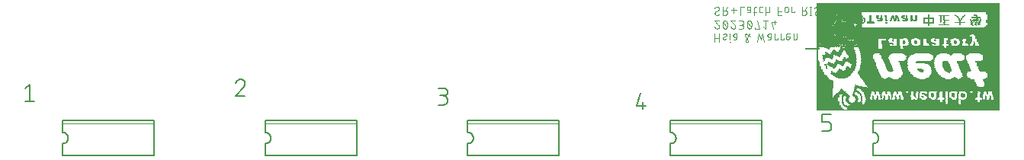
<source format=gbr>
G04 EAGLE Gerber RS-274X export*
G75*
%MOMM*%
%FSLAX34Y34*%
%LPD*%
%INSilkscreen Bottom*%
%IPPOS*%
%AMOC8*
5,1,8,0,0,1.08239X$1,22.5*%
G01*
%ADD10C,0.152400*%
%ADD11C,0.076200*%
%ADD12R,0.060000X0.020000*%
%ADD13R,1.180000X0.020000*%
%ADD14R,0.320000X0.020000*%
%ADD15R,0.020000X0.020000*%
%ADD16R,0.100000X0.020000*%
%ADD17R,0.140000X0.020000*%
%ADD18R,0.120000X0.020000*%
%ADD19R,0.040000X0.020000*%
%ADD20R,1.540000X0.020000*%
%ADD21R,0.080000X0.020000*%
%ADD22R,1.200000X0.020000*%
%ADD23R,0.200000X0.020000*%
%ADD24R,0.160000X0.020000*%
%ADD25R,1.520000X0.020000*%
%ADD26R,1.220000X0.020000*%
%ADD27R,0.300000X0.020000*%
%ADD28R,1.500000X0.020000*%
%ADD29R,1.260000X0.020000*%
%ADD30R,0.220000X0.020000*%
%ADD31R,1.480000X0.020000*%
%ADD32R,1.280000X0.020000*%
%ADD33R,0.920000X0.020000*%
%ADD34R,1.300000X0.020000*%
%ADD35R,0.180000X0.020000*%
%ADD36R,0.820000X0.020000*%
%ADD37R,1.320000X0.020000*%
%ADD38R,0.800000X0.020000*%
%ADD39R,1.360000X0.020000*%
%ADD40R,0.760000X0.020000*%
%ADD41R,1.380000X0.020000*%
%ADD42R,0.240000X0.020000*%
%ADD43R,0.340000X0.020000*%
%ADD44R,0.720000X0.020000*%
%ADD45R,1.400000X0.020000*%
%ADD46R,0.440000X0.020000*%
%ADD47R,0.660000X0.020000*%
%ADD48R,1.420000X0.020000*%
%ADD49R,0.500000X0.020000*%
%ADD50R,0.620000X0.020000*%
%ADD51R,1.440000X0.020000*%
%ADD52R,0.560000X0.020000*%
%ADD53R,0.600000X0.020000*%
%ADD54R,1.460000X0.020000*%
%ADD55R,0.580000X0.020000*%
%ADD56R,0.540000X0.020000*%
%ADD57R,0.260000X0.020000*%
%ADD58R,0.520000X0.020000*%
%ADD59R,1.120000X0.020000*%
%ADD60R,0.640000X0.020000*%
%ADD61R,1.080000X0.020000*%
%ADD62R,0.480000X0.020000*%
%ADD63R,1.060000X0.020000*%
%ADD64R,1.040000X0.020000*%
%ADD65R,0.680000X0.020000*%
%ADD66R,0.400000X0.020000*%
%ADD67R,0.980000X0.020000*%
%ADD68R,0.460000X0.020000*%
%ADD69R,0.360000X0.020000*%
%ADD70R,0.960000X0.020000*%
%ADD71R,0.940000X0.020000*%
%ADD72R,0.880000X0.020000*%
%ADD73R,0.900000X0.020000*%
%ADD74R,1.020000X0.020000*%
%ADD75R,0.840000X0.020000*%
%ADD76R,1.000000X0.020000*%
%ADD77R,0.380000X0.020000*%
%ADD78R,0.280000X0.020000*%
%ADD79R,0.740000X0.020000*%
%ADD80R,0.860000X0.020000*%
%ADD81R,0.780000X0.020000*%
%ADD82R,1.800000X0.020000*%
%ADD83R,1.780000X0.020000*%
%ADD84R,2.580000X0.020000*%
%ADD85R,1.720000X0.020000*%
%ADD86R,2.040000X0.020000*%
%ADD87R,0.420000X0.020000*%
%ADD88R,1.740000X0.020000*%
%ADD89R,1.940000X0.020000*%
%ADD90R,1.840000X0.020000*%
%ADD91R,1.660000X0.020000*%
%ADD92R,1.620000X0.020000*%
%ADD93R,1.560000X0.020000*%
%ADD94R,1.760000X0.020000*%
%ADD95R,1.820000X0.020000*%
%ADD96R,1.860000X0.020000*%
%ADD97R,2.860000X0.020000*%
%ADD98R,1.340000X0.020000*%
%ADD99R,2.900000X0.020000*%
%ADD100R,2.920000X0.020000*%
%ADD101R,2.940000X0.020000*%
%ADD102R,1.240000X0.020000*%
%ADD103R,2.960000X0.020000*%
%ADD104R,2.980000X0.020000*%
%ADD105R,3.000000X0.020000*%
%ADD106R,1.140000X0.020000*%
%ADD107R,3.020000X0.020000*%
%ADD108R,3.040000X0.020000*%
%ADD109R,2.180000X0.020000*%
%ADD110R,2.140000X0.020000*%
%ADD111R,2.120000X0.020000*%
%ADD112R,2.100000X0.020000*%
%ADD113R,2.080000X0.020000*%
%ADD114R,2.060000X0.020000*%
%ADD115R,2.020000X0.020000*%
%ADD116R,0.700000X0.020000*%
%ADD117R,2.000000X0.020000*%
%ADD118R,1.980000X0.020000*%
%ADD119R,1.960000X0.020000*%
%ADD120R,1.920000X0.020000*%
%ADD121R,1.900000X0.020000*%
%ADD122R,1.880000X0.020000*%
%ADD123R,2.420000X0.020000*%
%ADD124R,2.440000X0.020000*%
%ADD125R,2.360000X0.020000*%
%ADD126R,2.320000X0.020000*%
%ADD127R,2.300000X0.020000*%
%ADD128R,2.280000X0.020000*%
%ADD129R,2.240000X0.020000*%
%ADD130R,2.220000X0.020000*%
%ADD131R,2.200000X0.020000*%
%ADD132R,1.700000X0.020000*%
%ADD133R,1.100000X0.020000*%
%ADD134R,1.160000X0.020000*%
%ADD135R,2.160000X0.020000*%
%ADD136R,2.340000X0.020000*%
%ADD137R,2.540000X0.020000*%
%ADD138R,2.620000X0.020000*%
%ADD139R,2.760000X0.020000*%
%ADD140R,4.800000X0.020000*%
%ADD141C,0.000000*%
%ADD142C,0.050800*%
%ADD143R,20.320000X0.050800*%
%ADD144R,0.762000X0.050800*%
%ADD145R,1.727200X0.050800*%
%ADD146R,0.660400X0.050800*%
%ADD147R,1.574800X0.050800*%
%ADD148R,0.609600X0.050800*%
%ADD149R,1.524000X0.050800*%
%ADD150R,0.558800X0.050800*%
%ADD151R,1.473200X0.050800*%
%ADD152R,0.508000X0.050800*%
%ADD153R,0.101600X0.050800*%
%ADD154R,0.050800X0.050800*%
%ADD155R,0.304800X0.050800*%
%ADD156R,1.422400X0.050800*%
%ADD157R,0.203200X0.050800*%
%ADD158R,0.152400X0.050800*%
%ADD159R,1.219200X0.050800*%
%ADD160R,0.254000X0.050800*%
%ADD161R,0.355600X0.050800*%
%ADD162R,0.711200X0.050800*%
%ADD163R,1.066800X0.050800*%
%ADD164R,0.406400X0.050800*%
%ADD165R,1.117600X0.050800*%
%ADD166R,0.457200X0.050800*%
%ADD167R,1.168400X0.050800*%
%ADD168R,0.812800X0.050800*%
%ADD169R,1.625600X0.050800*%
%ADD170R,1.930400X0.050800*%
%ADD171R,17.627600X0.050800*%
%ADD172R,17.424400X0.050800*%
%ADD173R,17.272000X0.050800*%
%ADD174R,17.170400X0.050800*%
%ADD175R,1.371600X0.050800*%
%ADD176R,17.068800X0.050800*%
%ADD177R,1.270000X0.050800*%
%ADD178R,16.967200X0.050800*%
%ADD179R,13.665200X0.050800*%
%ADD180R,2.946400X0.050800*%
%ADD181R,13.462000X0.050800*%
%ADD182R,2.844800X0.050800*%
%ADD183R,13.411200X0.050800*%
%ADD184R,2.794000X0.050800*%
%ADD185R,1.016000X0.050800*%
%ADD186R,13.360400X0.050800*%
%ADD187R,2.743200X0.050800*%
%ADD188R,0.965200X0.050800*%
%ADD189R,13.258800X0.050800*%
%ADD190R,2.692400X0.050800*%
%ADD191R,0.914400X0.050800*%
%ADD192R,13.157200X0.050800*%
%ADD193R,0.863600X0.050800*%
%ADD194R,2.641600X0.050800*%
%ADD195R,4.165600X0.050800*%
%ADD196R,1.676400X0.050800*%
%ADD197R,1.778000X0.050800*%
%ADD198R,2.590800X0.050800*%
%ADD199R,1.879600X0.050800*%
%ADD200R,1.981200X0.050800*%
%ADD201R,2.540000X0.050800*%
%ADD202R,2.082800X0.050800*%
%ADD203R,2.184400X0.050800*%
%ADD204R,2.489200X0.050800*%
%ADD205R,2.336800X0.050800*%
%ADD206R,2.438400X0.050800*%
%ADD207R,2.387600X0.050800*%
%ADD208R,2.286000X0.050800*%
%ADD209R,2.235200X0.050800*%
%ADD210R,4.521200X0.050800*%
%ADD211R,5.892800X0.050800*%
%ADD212R,2.032000X0.050800*%
%ADD213R,4.622800X0.050800*%
%ADD214R,10.668000X0.050800*%
%ADD215R,2.133600X0.050800*%
%ADD216R,15.595600X0.050800*%
%ADD217R,15.544800X0.050800*%
%ADD218R,15.494000X0.050800*%
%ADD219R,1.320800X0.050800*%
%ADD220R,1.828800X0.050800*%
%ADD221R,12.395200X0.050800*%
%ADD222R,12.446000X0.050800*%
%ADD223R,12.344400X0.050800*%
%ADD224R,12.293600X0.050800*%
%ADD225R,12.242800X0.050800*%
%ADD226R,14.630400X0.050800*%
%ADD227R,16.103600X0.050800*%
%ADD228R,15.443200X0.050800*%
%ADD229R,15.392400X0.050800*%
%ADD230R,15.341600X0.050800*%
%ADD231R,15.240000X0.050800*%
%ADD232R,5.080000X0.050800*%
%ADD233R,8.280400X0.050800*%
%ADD234R,8.991600X0.050800*%
%ADD235R,4.318000X0.050800*%
%ADD236R,9.042400X0.050800*%
%ADD237R,9.144000X0.050800*%
%ADD238R,16.662400X0.050800*%
%ADD239R,16.713200X0.050800*%
%ADD240R,16.764000X0.050800*%
%ADD241R,17.221200X0.050800*%
%ADD242R,16.916400X0.050800*%
%ADD243R,2.895600X0.050800*%
%ADD244R,16.865600X0.050800*%
%ADD245R,2.997200X0.050800*%
%ADD246R,3.048000X0.050800*%
%ADD247R,3.149600X0.050800*%


D10*
X7762Y255132D02*
X12894Y259238D01*
X12894Y240762D01*
X7762Y240762D02*
X18026Y240762D01*
X247407Y265238D02*
X247541Y265236D01*
X247676Y265230D01*
X247810Y265220D01*
X247943Y265207D01*
X248076Y265189D01*
X248209Y265168D01*
X248341Y265143D01*
X248472Y265113D01*
X248602Y265081D01*
X248732Y265044D01*
X248860Y265004D01*
X248987Y264959D01*
X249112Y264912D01*
X249236Y264860D01*
X249359Y264805D01*
X249480Y264747D01*
X249599Y264685D01*
X249717Y264619D01*
X249832Y264550D01*
X249945Y264478D01*
X250056Y264403D01*
X250165Y264324D01*
X250272Y264242D01*
X250376Y264157D01*
X250478Y264070D01*
X250577Y263979D01*
X250673Y263885D01*
X250767Y263789D01*
X250858Y263690D01*
X250945Y263588D01*
X251030Y263484D01*
X251112Y263377D01*
X251191Y263268D01*
X251266Y263157D01*
X251338Y263044D01*
X251407Y262929D01*
X251473Y262811D01*
X251535Y262692D01*
X251593Y262571D01*
X251648Y262448D01*
X251700Y262324D01*
X251747Y262199D01*
X251792Y262072D01*
X251832Y261944D01*
X251869Y261814D01*
X251901Y261684D01*
X251931Y261553D01*
X251956Y261421D01*
X251977Y261288D01*
X251995Y261155D01*
X252008Y261022D01*
X252018Y260888D01*
X252024Y260753D01*
X252026Y260619D01*
X247407Y265238D02*
X247255Y265236D01*
X247103Y265230D01*
X246951Y265220D01*
X246799Y265207D01*
X246648Y265189D01*
X246497Y265168D01*
X246347Y265142D01*
X246197Y265113D01*
X246048Y265080D01*
X245901Y265044D01*
X245754Y265003D01*
X245608Y264959D01*
X245464Y264911D01*
X245320Y264859D01*
X245179Y264804D01*
X245038Y264745D01*
X244899Y264682D01*
X244762Y264616D01*
X244627Y264546D01*
X244493Y264473D01*
X244361Y264397D01*
X244232Y264317D01*
X244104Y264234D01*
X243979Y264147D01*
X243855Y264058D01*
X243735Y263965D01*
X243616Y263869D01*
X243500Y263771D01*
X243387Y263669D01*
X243276Y263564D01*
X243168Y263457D01*
X243063Y263347D01*
X242961Y263234D01*
X242861Y263119D01*
X242765Y263001D01*
X242672Y262880D01*
X242582Y262758D01*
X242494Y262633D01*
X242411Y262505D01*
X242330Y262376D01*
X242253Y262245D01*
X242179Y262112D01*
X242109Y261977D01*
X242042Y261840D01*
X241979Y261701D01*
X241919Y261561D01*
X241863Y261420D01*
X241810Y261277D01*
X241762Y261132D01*
X250486Y257027D02*
X250585Y257123D01*
X250682Y257223D01*
X250775Y257325D01*
X250865Y257430D01*
X250953Y257538D01*
X251038Y257647D01*
X251119Y257759D01*
X251197Y257874D01*
X251272Y257990D01*
X251344Y258109D01*
X251412Y258229D01*
X251477Y258351D01*
X251539Y258476D01*
X251597Y258601D01*
X251652Y258729D01*
X251703Y258857D01*
X251750Y258988D01*
X251794Y259119D01*
X251834Y259252D01*
X251870Y259385D01*
X251903Y259520D01*
X251932Y259655D01*
X251957Y259792D01*
X251978Y259929D01*
X251995Y260066D01*
X252009Y260204D01*
X252018Y260342D01*
X252024Y260480D01*
X252026Y260619D01*
X250487Y257026D02*
X241762Y246762D01*
X252026Y246762D01*
X466762Y236762D02*
X471894Y236762D01*
X472035Y236764D01*
X472177Y236770D01*
X472318Y236780D01*
X472459Y236793D01*
X472599Y236811D01*
X472739Y236832D01*
X472878Y236857D01*
X473016Y236886D01*
X473154Y236919D01*
X473290Y236956D01*
X473426Y236996D01*
X473560Y237040D01*
X473693Y237088D01*
X473825Y237139D01*
X473956Y237194D01*
X474084Y237253D01*
X474211Y237315D01*
X474337Y237381D01*
X474460Y237450D01*
X474581Y237522D01*
X474701Y237598D01*
X474818Y237677D01*
X474933Y237759D01*
X475046Y237844D01*
X475157Y237933D01*
X475264Y238024D01*
X475370Y238118D01*
X475473Y238215D01*
X475573Y238315D01*
X475670Y238418D01*
X475764Y238524D01*
X475855Y238631D01*
X475944Y238742D01*
X476029Y238855D01*
X476111Y238970D01*
X476190Y239087D01*
X476266Y239207D01*
X476338Y239328D01*
X476407Y239451D01*
X476473Y239577D01*
X476535Y239704D01*
X476594Y239832D01*
X476649Y239963D01*
X476700Y240095D01*
X476748Y240228D01*
X476792Y240362D01*
X476832Y240498D01*
X476869Y240634D01*
X476902Y240772D01*
X476931Y240910D01*
X476956Y241049D01*
X476977Y241189D01*
X476995Y241329D01*
X477008Y241470D01*
X477018Y241611D01*
X477024Y241753D01*
X477026Y241894D01*
X477024Y242035D01*
X477018Y242177D01*
X477008Y242318D01*
X476995Y242459D01*
X476977Y242599D01*
X476956Y242739D01*
X476931Y242878D01*
X476902Y243016D01*
X476869Y243154D01*
X476832Y243290D01*
X476792Y243426D01*
X476748Y243560D01*
X476700Y243693D01*
X476649Y243825D01*
X476594Y243956D01*
X476535Y244084D01*
X476473Y244211D01*
X476407Y244337D01*
X476338Y244460D01*
X476266Y244581D01*
X476190Y244701D01*
X476111Y244818D01*
X476029Y244933D01*
X475944Y245046D01*
X475855Y245157D01*
X475764Y245264D01*
X475670Y245370D01*
X475573Y245473D01*
X475473Y245573D01*
X475370Y245670D01*
X475264Y245764D01*
X475157Y245855D01*
X475046Y245944D01*
X474933Y246029D01*
X474818Y246111D01*
X474701Y246190D01*
X474581Y246266D01*
X474460Y246338D01*
X474337Y246407D01*
X474211Y246473D01*
X474084Y246535D01*
X473956Y246594D01*
X473825Y246649D01*
X473693Y246700D01*
X473560Y246748D01*
X473426Y246792D01*
X473290Y246832D01*
X473154Y246869D01*
X473016Y246902D01*
X472878Y246931D01*
X472739Y246956D01*
X472599Y246977D01*
X472459Y246995D01*
X472318Y247008D01*
X472177Y247018D01*
X472035Y247024D01*
X471894Y247026D01*
X472921Y255238D02*
X466762Y255238D01*
X472921Y255238D02*
X473047Y255236D01*
X473174Y255230D01*
X473300Y255220D01*
X473426Y255207D01*
X473551Y255189D01*
X473675Y255168D01*
X473799Y255143D01*
X473923Y255114D01*
X474045Y255081D01*
X474166Y255045D01*
X474286Y255005D01*
X474404Y254961D01*
X474521Y254913D01*
X474637Y254862D01*
X474751Y254808D01*
X474864Y254749D01*
X474974Y254688D01*
X475083Y254623D01*
X475189Y254555D01*
X475293Y254483D01*
X475395Y254409D01*
X475495Y254331D01*
X475592Y254250D01*
X475687Y254166D01*
X475779Y254080D01*
X475869Y253990D01*
X475955Y253898D01*
X476039Y253803D01*
X476120Y253706D01*
X476198Y253606D01*
X476272Y253504D01*
X476344Y253400D01*
X476412Y253294D01*
X476477Y253185D01*
X476538Y253075D01*
X476597Y252962D01*
X476651Y252848D01*
X476702Y252732D01*
X476750Y252615D01*
X476794Y252497D01*
X476834Y252377D01*
X476870Y252256D01*
X476903Y252134D01*
X476932Y252010D01*
X476957Y251886D01*
X476978Y251762D01*
X476996Y251637D01*
X477009Y251511D01*
X477019Y251385D01*
X477025Y251258D01*
X477027Y251132D01*
X477025Y251006D01*
X477019Y250879D01*
X477009Y250753D01*
X476996Y250627D01*
X476978Y250502D01*
X476957Y250378D01*
X476932Y250254D01*
X476903Y250130D01*
X476870Y250008D01*
X476834Y249887D01*
X476794Y249767D01*
X476750Y249649D01*
X476702Y249532D01*
X476651Y249416D01*
X476597Y249302D01*
X476538Y249189D01*
X476477Y249079D01*
X476412Y248970D01*
X476344Y248864D01*
X476272Y248760D01*
X476198Y248658D01*
X476120Y248558D01*
X476039Y248461D01*
X475955Y248366D01*
X475869Y248274D01*
X475779Y248184D01*
X475687Y248098D01*
X475592Y248014D01*
X475495Y247933D01*
X475395Y247855D01*
X475293Y247781D01*
X475189Y247709D01*
X475083Y247641D01*
X474974Y247576D01*
X474864Y247515D01*
X474751Y247456D01*
X474637Y247402D01*
X474521Y247351D01*
X474404Y247303D01*
X474286Y247259D01*
X474166Y247219D01*
X474045Y247183D01*
X473923Y247150D01*
X473799Y247121D01*
X473675Y247096D01*
X473551Y247075D01*
X473426Y247057D01*
X473300Y247044D01*
X473174Y247034D01*
X473047Y247028D01*
X472921Y247026D01*
X468815Y247026D01*
X686762Y235868D02*
X690868Y250238D01*
X686762Y235868D02*
X697026Y235868D01*
X693947Y239974D02*
X693947Y231762D01*
X892762Y207762D02*
X898921Y207762D01*
X899047Y207764D01*
X899174Y207770D01*
X899300Y207780D01*
X899426Y207793D01*
X899551Y207811D01*
X899675Y207832D01*
X899799Y207857D01*
X899923Y207886D01*
X900045Y207919D01*
X900166Y207955D01*
X900286Y207995D01*
X900404Y208039D01*
X900521Y208087D01*
X900637Y208138D01*
X900751Y208192D01*
X900864Y208251D01*
X900974Y208312D01*
X901083Y208377D01*
X901189Y208445D01*
X901293Y208517D01*
X901395Y208591D01*
X901495Y208669D01*
X901592Y208750D01*
X901687Y208834D01*
X901779Y208920D01*
X901869Y209010D01*
X901955Y209102D01*
X902039Y209197D01*
X902120Y209294D01*
X902198Y209394D01*
X902272Y209496D01*
X902344Y209600D01*
X902412Y209706D01*
X902477Y209815D01*
X902538Y209925D01*
X902597Y210038D01*
X902651Y210152D01*
X902702Y210268D01*
X902750Y210385D01*
X902794Y210503D01*
X902834Y210623D01*
X902870Y210744D01*
X902903Y210866D01*
X902932Y210990D01*
X902957Y211113D01*
X902978Y211238D01*
X902996Y211363D01*
X903009Y211489D01*
X903019Y211615D01*
X903025Y211742D01*
X903027Y211868D01*
X903026Y211868D02*
X903026Y213921D01*
X903027Y213921D02*
X903025Y214047D01*
X903019Y214174D01*
X903009Y214300D01*
X902996Y214426D01*
X902978Y214551D01*
X902957Y214675D01*
X902932Y214799D01*
X902903Y214923D01*
X902870Y215045D01*
X902834Y215166D01*
X902794Y215286D01*
X902750Y215404D01*
X902702Y215521D01*
X902651Y215637D01*
X902597Y215751D01*
X902538Y215864D01*
X902477Y215974D01*
X902412Y216083D01*
X902344Y216189D01*
X902272Y216293D01*
X902198Y216395D01*
X902120Y216495D01*
X902039Y216592D01*
X901955Y216687D01*
X901869Y216779D01*
X901779Y216869D01*
X901687Y216955D01*
X901592Y217039D01*
X901495Y217120D01*
X901395Y217198D01*
X901293Y217272D01*
X901189Y217344D01*
X901083Y217412D01*
X900974Y217477D01*
X900864Y217538D01*
X900751Y217597D01*
X900637Y217651D01*
X900521Y217702D01*
X900404Y217750D01*
X900286Y217794D01*
X900166Y217834D01*
X900045Y217870D01*
X899923Y217903D01*
X899799Y217932D01*
X899675Y217957D01*
X899551Y217978D01*
X899426Y217996D01*
X899300Y218009D01*
X899174Y218019D01*
X899047Y218025D01*
X898921Y218027D01*
X898921Y218026D02*
X892762Y218026D01*
X892762Y226238D01*
X903026Y226238D01*
D11*
X773381Y306381D02*
X773381Y315619D01*
X773381Y310487D02*
X778513Y310487D01*
X778513Y306381D02*
X778513Y315619D01*
X783364Y312026D02*
X785930Y313053D01*
X783364Y312027D02*
X783297Y311998D01*
X783232Y311966D01*
X783169Y311930D01*
X783108Y311891D01*
X783050Y311848D01*
X782993Y311803D01*
X782940Y311754D01*
X782889Y311703D01*
X782840Y311649D01*
X782795Y311592D01*
X782753Y311533D01*
X782715Y311472D01*
X782679Y311409D01*
X782647Y311344D01*
X782619Y311277D01*
X782594Y311209D01*
X782574Y311140D01*
X782556Y311069D01*
X782543Y310998D01*
X782534Y310926D01*
X782529Y310854D01*
X782527Y310782D01*
X782530Y310709D01*
X782536Y310637D01*
X782546Y310566D01*
X782560Y310495D01*
X782578Y310424D01*
X782600Y310355D01*
X782626Y310288D01*
X782655Y310221D01*
X782688Y310157D01*
X782724Y310094D01*
X782764Y310033D01*
X782806Y309975D01*
X782852Y309919D01*
X782901Y309866D01*
X782953Y309815D01*
X783008Y309767D01*
X783064Y309722D01*
X783124Y309681D01*
X783185Y309643D01*
X783249Y309608D01*
X783314Y309576D01*
X783381Y309548D01*
X783449Y309524D01*
X783519Y309504D01*
X783589Y309487D01*
X783660Y309475D01*
X783732Y309466D01*
X783805Y309461D01*
X783877Y309460D01*
X783877Y309461D02*
X784026Y309465D01*
X784175Y309472D01*
X784323Y309484D01*
X784471Y309499D01*
X784619Y309519D01*
X784766Y309542D01*
X784913Y309568D01*
X785058Y309599D01*
X785203Y309633D01*
X785347Y309671D01*
X785490Y309712D01*
X785632Y309757D01*
X785773Y309806D01*
X785912Y309859D01*
X786050Y309914D01*
X786187Y309974D01*
X785930Y313052D02*
X785997Y313081D01*
X786062Y313113D01*
X786125Y313149D01*
X786186Y313188D01*
X786244Y313231D01*
X786301Y313276D01*
X786354Y313325D01*
X786405Y313376D01*
X786454Y313430D01*
X786499Y313487D01*
X786541Y313546D01*
X786579Y313607D01*
X786615Y313670D01*
X786647Y313735D01*
X786675Y313802D01*
X786700Y313870D01*
X786720Y313939D01*
X786738Y314010D01*
X786751Y314081D01*
X786760Y314153D01*
X786765Y314225D01*
X786767Y314297D01*
X786764Y314370D01*
X786758Y314442D01*
X786748Y314513D01*
X786734Y314584D01*
X786716Y314655D01*
X786694Y314724D01*
X786668Y314791D01*
X786639Y314858D01*
X786606Y314922D01*
X786570Y314985D01*
X786530Y315046D01*
X786488Y315104D01*
X786442Y315160D01*
X786393Y315213D01*
X786341Y315264D01*
X786286Y315312D01*
X786230Y315357D01*
X786170Y315398D01*
X786109Y315436D01*
X786045Y315471D01*
X785980Y315503D01*
X785913Y315531D01*
X785845Y315555D01*
X785775Y315575D01*
X785705Y315592D01*
X785634Y315604D01*
X785562Y315613D01*
X785489Y315618D01*
X785417Y315619D01*
X785211Y315614D01*
X785005Y315603D01*
X784800Y315588D01*
X784595Y315568D01*
X784391Y315544D01*
X784187Y315514D01*
X783984Y315480D01*
X783782Y315440D01*
X783581Y315396D01*
X783381Y315348D01*
X783182Y315294D01*
X782984Y315236D01*
X782788Y315173D01*
X782594Y315106D01*
X790347Y315619D02*
X790347Y309460D01*
X790090Y306894D02*
X790090Y306381D01*
X790604Y306381D01*
X790604Y306894D01*
X790090Y306894D01*
X795745Y312026D02*
X798055Y312026D01*
X795745Y312027D02*
X795662Y312029D01*
X795579Y312035D01*
X795497Y312044D01*
X795415Y312058D01*
X795334Y312075D01*
X795254Y312096D01*
X795174Y312120D01*
X795096Y312148D01*
X795020Y312180D01*
X794944Y312215D01*
X794871Y312254D01*
X794800Y312296D01*
X794730Y312341D01*
X794663Y312390D01*
X794598Y312441D01*
X794535Y312496D01*
X794475Y312553D01*
X794418Y312613D01*
X794363Y312676D01*
X794312Y312741D01*
X794263Y312808D01*
X794218Y312878D01*
X794176Y312949D01*
X794137Y313022D01*
X794102Y313098D01*
X794070Y313174D01*
X794042Y313252D01*
X794018Y313332D01*
X793997Y313412D01*
X793980Y313493D01*
X793966Y313575D01*
X793957Y313657D01*
X793951Y313740D01*
X793949Y313823D01*
X793951Y313906D01*
X793957Y313989D01*
X793966Y314071D01*
X793980Y314153D01*
X793997Y314234D01*
X794018Y314314D01*
X794042Y314394D01*
X794070Y314472D01*
X794102Y314548D01*
X794137Y314624D01*
X794176Y314697D01*
X794218Y314768D01*
X794263Y314838D01*
X794312Y314905D01*
X794363Y314970D01*
X794418Y315033D01*
X794475Y315093D01*
X794535Y315150D01*
X794598Y315205D01*
X794663Y315256D01*
X794730Y315305D01*
X794800Y315350D01*
X794871Y315392D01*
X794944Y315431D01*
X795020Y315466D01*
X795096Y315498D01*
X795174Y315526D01*
X795254Y315550D01*
X795334Y315571D01*
X795415Y315588D01*
X795497Y315602D01*
X795579Y315611D01*
X795662Y315617D01*
X795745Y315619D01*
X798055Y315619D01*
X798055Y311000D01*
X798053Y310922D01*
X798047Y310844D01*
X798037Y310767D01*
X798023Y310690D01*
X798006Y310614D01*
X797984Y310539D01*
X797959Y310465D01*
X797930Y310393D01*
X797898Y310322D01*
X797861Y310253D01*
X797822Y310185D01*
X797779Y310120D01*
X797733Y310057D01*
X797683Y309997D01*
X797631Y309939D01*
X797576Y309884D01*
X797518Y309832D01*
X797458Y309782D01*
X797395Y309736D01*
X797330Y309693D01*
X797262Y309654D01*
X797193Y309617D01*
X797122Y309585D01*
X797050Y309556D01*
X796976Y309531D01*
X796901Y309509D01*
X796825Y309492D01*
X796748Y309478D01*
X796671Y309468D01*
X796593Y309462D01*
X796515Y309460D01*
X794462Y309460D01*
X807928Y308690D02*
X807889Y308624D01*
X807854Y308556D01*
X807822Y308487D01*
X807794Y308416D01*
X807769Y308343D01*
X807748Y308270D01*
X807731Y308195D01*
X807717Y308120D01*
X807708Y308044D01*
X807702Y307968D01*
X807700Y307891D01*
X807702Y307815D01*
X807708Y307738D01*
X807718Y307662D01*
X807731Y307587D01*
X807748Y307513D01*
X807770Y307439D01*
X807794Y307367D01*
X807823Y307296D01*
X807855Y307226D01*
X807890Y307158D01*
X807929Y307092D01*
X807971Y307028D01*
X808016Y306967D01*
X808065Y306907D01*
X808116Y306851D01*
X808170Y306797D01*
X808227Y306745D01*
X808286Y306697D01*
X808348Y306652D01*
X808412Y306610D01*
X808478Y306571D01*
X808546Y306535D01*
X808615Y306503D01*
X808686Y306475D01*
X808759Y306450D01*
X808832Y306429D01*
X808907Y306412D01*
X808982Y306398D01*
X809058Y306389D01*
X809134Y306383D01*
X809211Y306381D01*
X807928Y308691D02*
X812290Y315619D01*
X810494Y308690D02*
X810533Y308624D01*
X810568Y308556D01*
X810600Y308487D01*
X810628Y308416D01*
X810653Y308343D01*
X810674Y308270D01*
X810691Y308195D01*
X810705Y308120D01*
X810714Y308044D01*
X810720Y307968D01*
X810722Y307891D01*
X810720Y307815D01*
X810714Y307738D01*
X810704Y307662D01*
X810691Y307587D01*
X810674Y307513D01*
X810652Y307439D01*
X810628Y307367D01*
X810599Y307296D01*
X810567Y307226D01*
X810532Y307158D01*
X810493Y307092D01*
X810451Y307028D01*
X810406Y306967D01*
X810357Y306907D01*
X810306Y306851D01*
X810252Y306797D01*
X810195Y306745D01*
X810136Y306697D01*
X810074Y306652D01*
X810010Y306610D01*
X809944Y306571D01*
X809876Y306535D01*
X809807Y306503D01*
X809736Y306475D01*
X809663Y306450D01*
X809590Y306429D01*
X809515Y306412D01*
X809440Y306398D01*
X809364Y306389D01*
X809288Y306383D01*
X809211Y306381D01*
X807158Y314079D02*
X807160Y314157D01*
X807166Y314235D01*
X807176Y314312D01*
X807190Y314389D01*
X807207Y314465D01*
X807229Y314540D01*
X807254Y314614D01*
X807283Y314686D01*
X807315Y314757D01*
X807352Y314826D01*
X807391Y314894D01*
X807434Y314959D01*
X807480Y315022D01*
X807530Y315082D01*
X807582Y315140D01*
X807637Y315195D01*
X807695Y315247D01*
X807755Y315297D01*
X807818Y315343D01*
X807883Y315386D01*
X807951Y315425D01*
X808020Y315462D01*
X808091Y315494D01*
X808163Y315523D01*
X808237Y315548D01*
X808312Y315570D01*
X808388Y315587D01*
X808465Y315601D01*
X808542Y315611D01*
X808620Y315617D01*
X808698Y315619D01*
X807158Y314079D02*
X807160Y314010D01*
X807165Y313942D01*
X807175Y313874D01*
X807187Y313806D01*
X807204Y313739D01*
X807224Y313673D01*
X807247Y313609D01*
X807274Y313545D01*
X807305Y313484D01*
X807338Y313424D01*
X807375Y313365D01*
X807415Y313309D01*
X807415Y313310D02*
X810494Y308691D01*
X809468Y315362D02*
X809412Y315402D01*
X809353Y315439D01*
X809293Y315472D01*
X809232Y315503D01*
X809168Y315530D01*
X809104Y315553D01*
X809038Y315573D01*
X808971Y315590D01*
X808904Y315602D01*
X808835Y315612D01*
X808767Y315617D01*
X808698Y315619D01*
X809468Y315362D02*
X813317Y312540D01*
X820441Y306381D02*
X822494Y315619D01*
X824547Y309460D01*
X826600Y315619D01*
X828653Y306381D01*
X833845Y312026D02*
X836155Y312026D01*
X833845Y312027D02*
X833762Y312029D01*
X833679Y312035D01*
X833597Y312044D01*
X833515Y312058D01*
X833434Y312075D01*
X833354Y312096D01*
X833274Y312120D01*
X833196Y312148D01*
X833120Y312180D01*
X833044Y312215D01*
X832971Y312254D01*
X832900Y312296D01*
X832830Y312341D01*
X832763Y312390D01*
X832698Y312441D01*
X832635Y312496D01*
X832575Y312553D01*
X832518Y312613D01*
X832463Y312676D01*
X832412Y312741D01*
X832363Y312808D01*
X832318Y312878D01*
X832276Y312949D01*
X832237Y313022D01*
X832202Y313098D01*
X832170Y313174D01*
X832142Y313252D01*
X832118Y313332D01*
X832097Y313412D01*
X832080Y313493D01*
X832066Y313575D01*
X832057Y313657D01*
X832051Y313740D01*
X832049Y313823D01*
X832051Y313906D01*
X832057Y313989D01*
X832066Y314071D01*
X832080Y314153D01*
X832097Y314234D01*
X832118Y314314D01*
X832142Y314394D01*
X832170Y314472D01*
X832202Y314548D01*
X832237Y314624D01*
X832276Y314697D01*
X832318Y314768D01*
X832363Y314838D01*
X832412Y314905D01*
X832463Y314970D01*
X832518Y315033D01*
X832575Y315093D01*
X832635Y315150D01*
X832698Y315205D01*
X832763Y315256D01*
X832830Y315305D01*
X832900Y315350D01*
X832971Y315392D01*
X833044Y315431D01*
X833120Y315466D01*
X833196Y315498D01*
X833274Y315526D01*
X833354Y315550D01*
X833434Y315571D01*
X833515Y315588D01*
X833597Y315602D01*
X833679Y315611D01*
X833762Y315617D01*
X833845Y315619D01*
X836155Y315619D01*
X836155Y311000D01*
X836153Y310922D01*
X836147Y310844D01*
X836137Y310767D01*
X836123Y310690D01*
X836106Y310614D01*
X836084Y310539D01*
X836059Y310465D01*
X836030Y310393D01*
X835998Y310322D01*
X835961Y310253D01*
X835922Y310185D01*
X835879Y310120D01*
X835833Y310057D01*
X835783Y309997D01*
X835731Y309939D01*
X835676Y309884D01*
X835618Y309832D01*
X835558Y309782D01*
X835495Y309736D01*
X835430Y309693D01*
X835362Y309654D01*
X835293Y309617D01*
X835222Y309585D01*
X835150Y309556D01*
X835076Y309531D01*
X835001Y309509D01*
X834925Y309492D01*
X834848Y309478D01*
X834771Y309468D01*
X834693Y309462D01*
X834615Y309460D01*
X832562Y309460D01*
X840545Y309460D02*
X840545Y315619D01*
X840545Y309460D02*
X843624Y309460D01*
X843624Y310487D01*
X846845Y309460D02*
X846845Y315619D01*
X846845Y309460D02*
X849924Y309460D01*
X849924Y310487D01*
X854334Y315619D02*
X856900Y315619D01*
X854334Y315619D02*
X854256Y315617D01*
X854178Y315611D01*
X854101Y315601D01*
X854024Y315587D01*
X853948Y315570D01*
X853873Y315548D01*
X853799Y315523D01*
X853727Y315494D01*
X853656Y315462D01*
X853587Y315425D01*
X853519Y315386D01*
X853454Y315343D01*
X853391Y315297D01*
X853331Y315247D01*
X853273Y315195D01*
X853218Y315140D01*
X853166Y315082D01*
X853116Y315022D01*
X853070Y314959D01*
X853027Y314894D01*
X852988Y314826D01*
X852951Y314757D01*
X852919Y314686D01*
X852890Y314614D01*
X852865Y314540D01*
X852843Y314465D01*
X852826Y314389D01*
X852812Y314312D01*
X852802Y314235D01*
X852796Y314157D01*
X852794Y314079D01*
X852794Y311513D01*
X852796Y311423D01*
X852802Y311334D01*
X852812Y311245D01*
X852825Y311157D01*
X852843Y311069D01*
X852864Y310982D01*
X852889Y310896D01*
X852918Y310811D01*
X852950Y310727D01*
X852986Y310645D01*
X853026Y310565D01*
X853069Y310487D01*
X853116Y310410D01*
X853165Y310335D01*
X853218Y310263D01*
X853274Y310193D01*
X853333Y310126D01*
X853395Y310061D01*
X853460Y309999D01*
X853527Y309940D01*
X853597Y309884D01*
X853669Y309831D01*
X853744Y309782D01*
X853821Y309735D01*
X853899Y309692D01*
X853979Y309652D01*
X854061Y309616D01*
X854145Y309584D01*
X854230Y309555D01*
X854316Y309530D01*
X854403Y309509D01*
X854491Y309491D01*
X854579Y309478D01*
X854668Y309468D01*
X854757Y309462D01*
X854847Y309460D01*
X854937Y309462D01*
X855026Y309468D01*
X855115Y309478D01*
X855203Y309491D01*
X855291Y309509D01*
X855378Y309530D01*
X855464Y309555D01*
X855549Y309584D01*
X855633Y309616D01*
X855715Y309652D01*
X855795Y309692D01*
X855874Y309735D01*
X855950Y309782D01*
X856025Y309831D01*
X856097Y309884D01*
X856167Y309940D01*
X856234Y309999D01*
X856299Y310061D01*
X856361Y310126D01*
X856420Y310193D01*
X856476Y310263D01*
X856529Y310335D01*
X856578Y310410D01*
X856625Y310487D01*
X856668Y310565D01*
X856708Y310645D01*
X856744Y310727D01*
X856776Y310811D01*
X856805Y310896D01*
X856830Y310982D01*
X856851Y311069D01*
X856869Y311157D01*
X856882Y311245D01*
X856892Y311334D01*
X856898Y311423D01*
X856900Y311513D01*
X856900Y312540D01*
X852794Y312540D01*
X860894Y315619D02*
X860894Y309460D01*
X863460Y309460D01*
X863536Y309462D01*
X863611Y309467D01*
X863686Y309477D01*
X863760Y309490D01*
X863834Y309506D01*
X863907Y309526D01*
X863979Y309550D01*
X864049Y309577D01*
X864118Y309608D01*
X864186Y309642D01*
X864252Y309679D01*
X864316Y309720D01*
X864377Y309763D01*
X864437Y309810D01*
X864494Y309859D01*
X864549Y309911D01*
X864601Y309966D01*
X864650Y310023D01*
X864697Y310083D01*
X864740Y310144D01*
X864781Y310208D01*
X864818Y310274D01*
X864852Y310342D01*
X864883Y310411D01*
X864910Y310481D01*
X864934Y310553D01*
X864954Y310626D01*
X864970Y310700D01*
X864983Y310774D01*
X864993Y310849D01*
X864998Y310924D01*
X865000Y311000D01*
X865000Y315619D01*
X778514Y323691D02*
X778512Y323596D01*
X778506Y323500D01*
X778496Y323405D01*
X778482Y323311D01*
X778465Y323217D01*
X778443Y323124D01*
X778418Y323032D01*
X778389Y322941D01*
X778356Y322851D01*
X778319Y322763D01*
X778279Y322676D01*
X778236Y322592D01*
X778188Y322509D01*
X778138Y322428D01*
X778084Y322349D01*
X778027Y322272D01*
X777967Y322198D01*
X777904Y322127D01*
X777837Y322058D01*
X777769Y321992D01*
X777697Y321928D01*
X777623Y321868D01*
X777546Y321811D01*
X777467Y321757D01*
X777386Y321707D01*
X777303Y321659D01*
X777219Y321616D01*
X777132Y321576D01*
X777044Y321539D01*
X776954Y321506D01*
X776863Y321477D01*
X776771Y321452D01*
X776678Y321430D01*
X776584Y321413D01*
X776490Y321399D01*
X776395Y321389D01*
X776300Y321383D01*
X776204Y321381D01*
X776098Y321383D01*
X775991Y321389D01*
X775885Y321398D01*
X775779Y321412D01*
X775674Y321429D01*
X775569Y321450D01*
X775466Y321474D01*
X775363Y321503D01*
X775261Y321535D01*
X775161Y321570D01*
X775062Y321610D01*
X774964Y321653D01*
X774868Y321699D01*
X774774Y321749D01*
X774681Y321802D01*
X774591Y321858D01*
X774502Y321918D01*
X774416Y321980D01*
X774332Y322046D01*
X774251Y322115D01*
X774172Y322186D01*
X774095Y322261D01*
X774022Y322338D01*
X773951Y322418D01*
X773883Y322500D01*
X773818Y322584D01*
X773756Y322671D01*
X773698Y322760D01*
X773642Y322851D01*
X773590Y322944D01*
X773541Y323039D01*
X773496Y323136D01*
X773454Y323234D01*
X773416Y323333D01*
X773381Y323434D01*
X777744Y325488D02*
X777812Y325420D01*
X777877Y325350D01*
X777940Y325278D01*
X778000Y325203D01*
X778057Y325126D01*
X778110Y325047D01*
X778161Y324966D01*
X778209Y324883D01*
X778253Y324799D01*
X778294Y324712D01*
X778332Y324624D01*
X778366Y324535D01*
X778397Y324444D01*
X778424Y324353D01*
X778448Y324260D01*
X778468Y324166D01*
X778485Y324072D01*
X778497Y323977D01*
X778507Y323882D01*
X778512Y323787D01*
X778514Y323691D01*
X777743Y325487D02*
X773381Y330619D01*
X778513Y330619D01*
X782381Y326000D02*
X782383Y325818D01*
X782390Y325637D01*
X782401Y325455D01*
X782416Y325274D01*
X782435Y325093D01*
X782459Y324913D01*
X782487Y324734D01*
X782519Y324555D01*
X782556Y324377D01*
X782597Y324200D01*
X782642Y324024D01*
X782691Y323849D01*
X782745Y323675D01*
X782802Y323503D01*
X782864Y323332D01*
X782930Y323162D01*
X782999Y322994D01*
X783073Y322828D01*
X783151Y322664D01*
X783180Y322585D01*
X783212Y322508D01*
X783248Y322431D01*
X783287Y322357D01*
X783330Y322284D01*
X783376Y322214D01*
X783424Y322145D01*
X783476Y322079D01*
X783531Y322015D01*
X783588Y321953D01*
X783648Y321895D01*
X783711Y321838D01*
X783776Y321785D01*
X783843Y321735D01*
X783913Y321687D01*
X783984Y321643D01*
X784058Y321602D01*
X784133Y321564D01*
X784210Y321530D01*
X784288Y321499D01*
X784367Y321472D01*
X784448Y321448D01*
X784530Y321427D01*
X784612Y321411D01*
X784695Y321398D01*
X784779Y321388D01*
X784863Y321383D01*
X784947Y321381D01*
X785031Y321383D01*
X785115Y321388D01*
X785199Y321398D01*
X785282Y321411D01*
X785364Y321427D01*
X785446Y321448D01*
X785527Y321472D01*
X785606Y321499D01*
X785684Y321530D01*
X785761Y321564D01*
X785836Y321602D01*
X785910Y321643D01*
X785981Y321687D01*
X786051Y321735D01*
X786118Y321785D01*
X786183Y321838D01*
X786246Y321895D01*
X786306Y321954D01*
X786363Y322015D01*
X786418Y322079D01*
X786470Y322145D01*
X786518Y322214D01*
X786564Y322284D01*
X786607Y322357D01*
X786646Y322432D01*
X786682Y322508D01*
X786714Y322585D01*
X786743Y322664D01*
X786744Y322664D02*
X786822Y322828D01*
X786896Y322994D01*
X786965Y323162D01*
X787031Y323332D01*
X787093Y323503D01*
X787150Y323675D01*
X787204Y323849D01*
X787253Y324024D01*
X787298Y324200D01*
X787339Y324377D01*
X787376Y324555D01*
X787408Y324734D01*
X787436Y324913D01*
X787460Y325093D01*
X787479Y325274D01*
X787494Y325455D01*
X787505Y325637D01*
X787512Y325818D01*
X787514Y326000D01*
X782381Y326000D02*
X782383Y326182D01*
X782390Y326363D01*
X782401Y326545D01*
X782416Y326726D01*
X782435Y326907D01*
X782459Y327087D01*
X782487Y327266D01*
X782519Y327445D01*
X782556Y327623D01*
X782597Y327800D01*
X782642Y327976D01*
X782691Y328151D01*
X782745Y328325D01*
X782802Y328497D01*
X782864Y328668D01*
X782930Y328838D01*
X782999Y329006D01*
X783073Y329172D01*
X783151Y329336D01*
X783180Y329415D01*
X783212Y329492D01*
X783248Y329569D01*
X783287Y329643D01*
X783330Y329716D01*
X783376Y329786D01*
X783424Y329855D01*
X783476Y329921D01*
X783531Y329985D01*
X783588Y330047D01*
X783648Y330105D01*
X783711Y330162D01*
X783776Y330215D01*
X783843Y330265D01*
X783913Y330313D01*
X783984Y330357D01*
X784058Y330398D01*
X784133Y330436D01*
X784210Y330470D01*
X784288Y330501D01*
X784367Y330528D01*
X784448Y330552D01*
X784530Y330573D01*
X784612Y330589D01*
X784695Y330602D01*
X784779Y330612D01*
X784863Y330617D01*
X784947Y330619D01*
X786743Y329336D02*
X786821Y329172D01*
X786895Y329006D01*
X786964Y328838D01*
X787030Y328668D01*
X787092Y328497D01*
X787149Y328325D01*
X787203Y328151D01*
X787252Y327976D01*
X787297Y327800D01*
X787338Y327623D01*
X787375Y327445D01*
X787407Y327266D01*
X787435Y327087D01*
X787459Y326907D01*
X787478Y326726D01*
X787493Y326545D01*
X787504Y326363D01*
X787511Y326182D01*
X787513Y326000D01*
X786743Y329336D02*
X786714Y329415D01*
X786682Y329492D01*
X786646Y329569D01*
X786607Y329643D01*
X786564Y329716D01*
X786518Y329786D01*
X786470Y329855D01*
X786418Y329921D01*
X786363Y329985D01*
X786306Y330047D01*
X786246Y330105D01*
X786183Y330162D01*
X786118Y330215D01*
X786051Y330265D01*
X785981Y330313D01*
X785910Y330357D01*
X785836Y330398D01*
X785761Y330436D01*
X785684Y330470D01*
X785606Y330501D01*
X785527Y330528D01*
X785446Y330552D01*
X785364Y330573D01*
X785282Y330589D01*
X785199Y330602D01*
X785115Y330612D01*
X785031Y330617D01*
X784947Y330619D01*
X782894Y328566D02*
X787000Y323434D01*
X794204Y321381D02*
X794300Y321383D01*
X794395Y321389D01*
X794490Y321399D01*
X794584Y321413D01*
X794678Y321430D01*
X794771Y321452D01*
X794863Y321477D01*
X794954Y321506D01*
X795044Y321539D01*
X795132Y321576D01*
X795219Y321616D01*
X795303Y321659D01*
X795386Y321707D01*
X795467Y321757D01*
X795546Y321811D01*
X795623Y321868D01*
X795697Y321928D01*
X795769Y321992D01*
X795837Y322058D01*
X795904Y322127D01*
X795967Y322198D01*
X796027Y322272D01*
X796084Y322349D01*
X796138Y322428D01*
X796188Y322509D01*
X796236Y322592D01*
X796279Y322676D01*
X796319Y322763D01*
X796356Y322851D01*
X796389Y322941D01*
X796418Y323032D01*
X796443Y323124D01*
X796465Y323217D01*
X796482Y323311D01*
X796496Y323405D01*
X796506Y323500D01*
X796512Y323596D01*
X796514Y323691D01*
X794204Y321381D02*
X794098Y321383D01*
X793991Y321389D01*
X793885Y321398D01*
X793779Y321412D01*
X793674Y321429D01*
X793569Y321450D01*
X793466Y321474D01*
X793363Y321503D01*
X793261Y321535D01*
X793161Y321570D01*
X793062Y321610D01*
X792964Y321653D01*
X792868Y321699D01*
X792774Y321749D01*
X792681Y321802D01*
X792591Y321858D01*
X792502Y321918D01*
X792416Y321980D01*
X792332Y322046D01*
X792251Y322115D01*
X792172Y322186D01*
X792095Y322261D01*
X792022Y322338D01*
X791951Y322418D01*
X791883Y322500D01*
X791818Y322584D01*
X791756Y322671D01*
X791698Y322760D01*
X791642Y322851D01*
X791590Y322944D01*
X791541Y323039D01*
X791496Y323136D01*
X791454Y323234D01*
X791416Y323333D01*
X791381Y323434D01*
X795744Y325488D02*
X795812Y325420D01*
X795877Y325350D01*
X795940Y325278D01*
X796000Y325203D01*
X796057Y325126D01*
X796110Y325047D01*
X796161Y324966D01*
X796209Y324883D01*
X796253Y324799D01*
X796294Y324712D01*
X796332Y324624D01*
X796366Y324535D01*
X796397Y324444D01*
X796424Y324353D01*
X796448Y324260D01*
X796468Y324166D01*
X796485Y324072D01*
X796497Y323977D01*
X796507Y323882D01*
X796512Y323787D01*
X796514Y323691D01*
X795743Y325487D02*
X791381Y330619D01*
X796513Y330619D01*
X800381Y330619D02*
X802947Y330619D01*
X803046Y330617D01*
X803146Y330611D01*
X803245Y330602D01*
X803343Y330588D01*
X803441Y330571D01*
X803539Y330550D01*
X803635Y330525D01*
X803730Y330496D01*
X803825Y330464D01*
X803917Y330428D01*
X804009Y330389D01*
X804099Y330346D01*
X804187Y330300D01*
X804273Y330250D01*
X804357Y330197D01*
X804439Y330141D01*
X804519Y330081D01*
X804596Y330019D01*
X804671Y329953D01*
X804744Y329885D01*
X804813Y329814D01*
X804880Y329740D01*
X804944Y329664D01*
X805005Y329585D01*
X805063Y329504D01*
X805118Y329421D01*
X805169Y329336D01*
X805217Y329249D01*
X805262Y329160D01*
X805303Y329069D01*
X805341Y328977D01*
X805375Y328884D01*
X805405Y328789D01*
X805432Y328693D01*
X805455Y328596D01*
X805474Y328499D01*
X805489Y328400D01*
X805501Y328301D01*
X805509Y328202D01*
X805513Y328103D01*
X805513Y328003D01*
X805509Y327904D01*
X805501Y327805D01*
X805489Y327706D01*
X805474Y327607D01*
X805455Y327510D01*
X805432Y327413D01*
X805405Y327317D01*
X805375Y327222D01*
X805341Y327129D01*
X805303Y327037D01*
X805262Y326946D01*
X805217Y326857D01*
X805169Y326770D01*
X805118Y326685D01*
X805063Y326602D01*
X805005Y326521D01*
X804944Y326442D01*
X804880Y326366D01*
X804813Y326292D01*
X804744Y326221D01*
X804671Y326153D01*
X804596Y326087D01*
X804519Y326025D01*
X804439Y325965D01*
X804357Y325909D01*
X804273Y325856D01*
X804187Y325806D01*
X804099Y325760D01*
X804009Y325717D01*
X803917Y325678D01*
X803825Y325642D01*
X803730Y325610D01*
X803635Y325581D01*
X803539Y325556D01*
X803441Y325535D01*
X803343Y325518D01*
X803245Y325504D01*
X803146Y325495D01*
X803046Y325489D01*
X802947Y325487D01*
X803460Y321381D02*
X800381Y321381D01*
X803460Y321381D02*
X803550Y321383D01*
X803639Y321389D01*
X803728Y321399D01*
X803816Y321412D01*
X803904Y321430D01*
X803991Y321451D01*
X804077Y321476D01*
X804162Y321505D01*
X804246Y321537D01*
X804328Y321573D01*
X804408Y321613D01*
X804487Y321656D01*
X804563Y321703D01*
X804638Y321752D01*
X804710Y321805D01*
X804780Y321861D01*
X804847Y321920D01*
X804912Y321982D01*
X804974Y322047D01*
X805033Y322114D01*
X805089Y322184D01*
X805142Y322256D01*
X805191Y322331D01*
X805238Y322408D01*
X805281Y322486D01*
X805321Y322566D01*
X805357Y322648D01*
X805389Y322732D01*
X805418Y322817D01*
X805443Y322903D01*
X805464Y322990D01*
X805482Y323078D01*
X805495Y323166D01*
X805505Y323255D01*
X805511Y323344D01*
X805513Y323434D01*
X805511Y323524D01*
X805505Y323613D01*
X805495Y323702D01*
X805482Y323790D01*
X805464Y323878D01*
X805443Y323965D01*
X805418Y324051D01*
X805389Y324136D01*
X805357Y324220D01*
X805321Y324302D01*
X805281Y324382D01*
X805238Y324461D01*
X805191Y324537D01*
X805142Y324612D01*
X805089Y324684D01*
X805033Y324754D01*
X804974Y324821D01*
X804912Y324886D01*
X804847Y324948D01*
X804780Y325007D01*
X804710Y325063D01*
X804638Y325116D01*
X804563Y325165D01*
X804487Y325212D01*
X804408Y325255D01*
X804328Y325295D01*
X804246Y325331D01*
X804162Y325363D01*
X804077Y325392D01*
X803991Y325417D01*
X803904Y325438D01*
X803816Y325456D01*
X803728Y325469D01*
X803639Y325479D01*
X803550Y325485D01*
X803460Y325487D01*
X801407Y325487D01*
X809381Y326000D02*
X809383Y325818D01*
X809390Y325637D01*
X809401Y325455D01*
X809416Y325274D01*
X809435Y325093D01*
X809459Y324913D01*
X809487Y324734D01*
X809519Y324555D01*
X809556Y324377D01*
X809597Y324200D01*
X809642Y324024D01*
X809691Y323849D01*
X809745Y323675D01*
X809802Y323503D01*
X809864Y323332D01*
X809930Y323162D01*
X809999Y322994D01*
X810073Y322828D01*
X810151Y322664D01*
X810180Y322585D01*
X810212Y322508D01*
X810248Y322431D01*
X810287Y322357D01*
X810330Y322284D01*
X810376Y322214D01*
X810424Y322145D01*
X810476Y322079D01*
X810531Y322015D01*
X810588Y321953D01*
X810648Y321895D01*
X810711Y321838D01*
X810776Y321785D01*
X810843Y321735D01*
X810913Y321687D01*
X810984Y321643D01*
X811058Y321602D01*
X811133Y321564D01*
X811210Y321530D01*
X811288Y321499D01*
X811367Y321472D01*
X811448Y321448D01*
X811530Y321427D01*
X811612Y321411D01*
X811695Y321398D01*
X811779Y321388D01*
X811863Y321383D01*
X811947Y321381D01*
X812031Y321383D01*
X812115Y321388D01*
X812199Y321398D01*
X812282Y321411D01*
X812364Y321427D01*
X812446Y321448D01*
X812527Y321472D01*
X812606Y321499D01*
X812684Y321530D01*
X812761Y321564D01*
X812836Y321602D01*
X812910Y321643D01*
X812981Y321687D01*
X813051Y321735D01*
X813118Y321785D01*
X813183Y321838D01*
X813246Y321895D01*
X813306Y321954D01*
X813363Y322015D01*
X813418Y322079D01*
X813470Y322145D01*
X813518Y322214D01*
X813564Y322284D01*
X813607Y322357D01*
X813646Y322432D01*
X813682Y322508D01*
X813714Y322585D01*
X813743Y322664D01*
X813821Y322828D01*
X813895Y322994D01*
X813964Y323162D01*
X814030Y323332D01*
X814092Y323503D01*
X814149Y323675D01*
X814203Y323849D01*
X814252Y324024D01*
X814297Y324200D01*
X814338Y324377D01*
X814375Y324555D01*
X814407Y324734D01*
X814435Y324913D01*
X814459Y325093D01*
X814478Y325274D01*
X814493Y325455D01*
X814504Y325637D01*
X814511Y325818D01*
X814513Y326000D01*
X809381Y326000D02*
X809383Y326182D01*
X809390Y326363D01*
X809401Y326545D01*
X809416Y326726D01*
X809435Y326907D01*
X809459Y327087D01*
X809487Y327266D01*
X809519Y327445D01*
X809556Y327623D01*
X809597Y327800D01*
X809642Y327976D01*
X809691Y328151D01*
X809745Y328325D01*
X809802Y328497D01*
X809864Y328668D01*
X809930Y328838D01*
X809999Y329006D01*
X810073Y329172D01*
X810151Y329336D01*
X810180Y329415D01*
X810212Y329492D01*
X810248Y329569D01*
X810287Y329643D01*
X810330Y329716D01*
X810376Y329786D01*
X810424Y329855D01*
X810476Y329921D01*
X810531Y329985D01*
X810588Y330047D01*
X810648Y330105D01*
X810711Y330162D01*
X810776Y330215D01*
X810843Y330265D01*
X810913Y330313D01*
X810984Y330357D01*
X811058Y330398D01*
X811133Y330436D01*
X811210Y330470D01*
X811288Y330501D01*
X811367Y330528D01*
X811448Y330552D01*
X811530Y330573D01*
X811612Y330589D01*
X811695Y330602D01*
X811779Y330612D01*
X811863Y330617D01*
X811947Y330619D01*
X813743Y329336D02*
X813821Y329172D01*
X813895Y329006D01*
X813964Y328838D01*
X814030Y328668D01*
X814092Y328497D01*
X814149Y328325D01*
X814203Y328151D01*
X814252Y327976D01*
X814297Y327800D01*
X814338Y327623D01*
X814375Y327445D01*
X814407Y327266D01*
X814435Y327087D01*
X814459Y326907D01*
X814478Y326726D01*
X814493Y326545D01*
X814504Y326363D01*
X814511Y326182D01*
X814513Y326000D01*
X813743Y329336D02*
X813714Y329415D01*
X813682Y329492D01*
X813646Y329569D01*
X813607Y329643D01*
X813564Y329716D01*
X813518Y329786D01*
X813470Y329855D01*
X813418Y329921D01*
X813363Y329985D01*
X813306Y330047D01*
X813246Y330105D01*
X813183Y330162D01*
X813118Y330215D01*
X813051Y330265D01*
X812981Y330313D01*
X812910Y330357D01*
X812836Y330398D01*
X812761Y330436D01*
X812684Y330470D01*
X812606Y330501D01*
X812527Y330528D01*
X812446Y330552D01*
X812364Y330573D01*
X812282Y330589D01*
X812199Y330602D01*
X812115Y330612D01*
X812031Y330617D01*
X811947Y330619D01*
X809894Y328566D02*
X814000Y323434D01*
X818381Y322407D02*
X818381Y321381D01*
X823513Y321381D01*
X820947Y330619D01*
X827381Y323434D02*
X829947Y321381D01*
X829947Y330619D01*
X827381Y330619D02*
X832513Y330619D01*
X836381Y328566D02*
X838434Y321381D01*
X836381Y328566D02*
X841513Y328566D01*
X839973Y326513D02*
X839973Y330619D01*
X778513Y343566D02*
X778511Y343656D01*
X778505Y343745D01*
X778495Y343834D01*
X778482Y343922D01*
X778464Y344010D01*
X778443Y344097D01*
X778418Y344183D01*
X778389Y344268D01*
X778357Y344352D01*
X778321Y344434D01*
X778281Y344514D01*
X778238Y344593D01*
X778191Y344669D01*
X778142Y344744D01*
X778089Y344816D01*
X778033Y344886D01*
X777974Y344953D01*
X777912Y345018D01*
X777847Y345080D01*
X777780Y345139D01*
X777710Y345195D01*
X777638Y345248D01*
X777563Y345297D01*
X777487Y345344D01*
X777408Y345387D01*
X777328Y345427D01*
X777246Y345463D01*
X777162Y345495D01*
X777077Y345524D01*
X776991Y345549D01*
X776904Y345570D01*
X776816Y345588D01*
X776728Y345601D01*
X776639Y345611D01*
X776550Y345617D01*
X776460Y345619D01*
X776333Y345617D01*
X776206Y345612D01*
X776080Y345602D01*
X775954Y345589D01*
X775828Y345573D01*
X775703Y345552D01*
X775578Y345528D01*
X775455Y345501D01*
X775332Y345470D01*
X775210Y345435D01*
X775089Y345397D01*
X774969Y345355D01*
X774851Y345309D01*
X774734Y345261D01*
X774618Y345208D01*
X774504Y345153D01*
X774392Y345094D01*
X774281Y345032D01*
X774172Y344967D01*
X774066Y344898D01*
X773961Y344827D01*
X773858Y344752D01*
X773758Y344674D01*
X773660Y344594D01*
X773564Y344511D01*
X773471Y344425D01*
X773381Y344336D01*
X773638Y338434D02*
X773640Y338344D01*
X773646Y338255D01*
X773656Y338166D01*
X773669Y338078D01*
X773687Y337990D01*
X773708Y337903D01*
X773733Y337817D01*
X773762Y337732D01*
X773794Y337648D01*
X773830Y337566D01*
X773870Y337486D01*
X773913Y337408D01*
X773960Y337331D01*
X774009Y337256D01*
X774062Y337184D01*
X774118Y337114D01*
X774177Y337047D01*
X774239Y336982D01*
X774304Y336920D01*
X774371Y336861D01*
X774441Y336805D01*
X774513Y336752D01*
X774588Y336703D01*
X774665Y336656D01*
X774743Y336613D01*
X774823Y336573D01*
X774905Y336537D01*
X774989Y336505D01*
X775074Y336476D01*
X775160Y336451D01*
X775247Y336430D01*
X775335Y336412D01*
X775423Y336399D01*
X775512Y336389D01*
X775601Y336383D01*
X775691Y336381D01*
X775815Y336383D01*
X775939Y336389D01*
X776062Y336399D01*
X776185Y336413D01*
X776308Y336431D01*
X776429Y336453D01*
X776551Y336478D01*
X776671Y336508D01*
X776790Y336541D01*
X776908Y336579D01*
X777025Y336620D01*
X777140Y336664D01*
X777254Y336713D01*
X777367Y336765D01*
X777477Y336821D01*
X777586Y336880D01*
X777693Y336943D01*
X777798Y337009D01*
X777900Y337078D01*
X778000Y337151D01*
X774664Y340230D02*
X774588Y340183D01*
X774513Y340132D01*
X774441Y340078D01*
X774371Y340021D01*
X774304Y339961D01*
X774239Y339898D01*
X774177Y339833D01*
X774118Y339765D01*
X774062Y339694D01*
X774009Y339621D01*
X773959Y339546D01*
X773913Y339468D01*
X773870Y339389D01*
X773830Y339308D01*
X773794Y339225D01*
X773762Y339141D01*
X773733Y339056D01*
X773708Y338969D01*
X773687Y338882D01*
X773669Y338793D01*
X773656Y338704D01*
X773646Y338614D01*
X773640Y338524D01*
X773638Y338434D01*
X777487Y341770D02*
X777563Y341817D01*
X777638Y341868D01*
X777710Y341922D01*
X777780Y341979D01*
X777847Y342039D01*
X777912Y342102D01*
X777974Y342167D01*
X778033Y342235D01*
X778089Y342306D01*
X778142Y342379D01*
X778192Y342454D01*
X778238Y342532D01*
X778281Y342611D01*
X778321Y342692D01*
X778357Y342775D01*
X778389Y342859D01*
X778418Y342944D01*
X778443Y343031D01*
X778464Y343119D01*
X778482Y343207D01*
X778495Y343296D01*
X778505Y343386D01*
X778511Y343476D01*
X778513Y343566D01*
X777487Y341770D02*
X774664Y340230D01*
X782438Y336381D02*
X782438Y345619D01*
X782438Y336381D02*
X785004Y336381D01*
X785103Y336383D01*
X785203Y336389D01*
X785302Y336398D01*
X785400Y336412D01*
X785498Y336429D01*
X785596Y336450D01*
X785692Y336475D01*
X785787Y336504D01*
X785882Y336536D01*
X785974Y336572D01*
X786066Y336611D01*
X786156Y336654D01*
X786244Y336700D01*
X786330Y336750D01*
X786414Y336803D01*
X786496Y336859D01*
X786576Y336919D01*
X786653Y336981D01*
X786728Y337047D01*
X786801Y337115D01*
X786870Y337186D01*
X786937Y337260D01*
X787001Y337336D01*
X787062Y337415D01*
X787120Y337496D01*
X787175Y337579D01*
X787226Y337664D01*
X787274Y337751D01*
X787319Y337840D01*
X787360Y337931D01*
X787398Y338023D01*
X787432Y338116D01*
X787462Y338211D01*
X787489Y338307D01*
X787512Y338404D01*
X787531Y338501D01*
X787546Y338600D01*
X787558Y338699D01*
X787566Y338798D01*
X787570Y338897D01*
X787570Y338997D01*
X787566Y339096D01*
X787558Y339195D01*
X787546Y339294D01*
X787531Y339393D01*
X787512Y339490D01*
X787489Y339587D01*
X787462Y339683D01*
X787432Y339778D01*
X787398Y339871D01*
X787360Y339963D01*
X787319Y340054D01*
X787274Y340143D01*
X787226Y340230D01*
X787175Y340315D01*
X787120Y340398D01*
X787062Y340479D01*
X787001Y340558D01*
X786937Y340634D01*
X786870Y340708D01*
X786801Y340779D01*
X786728Y340847D01*
X786653Y340913D01*
X786576Y340975D01*
X786496Y341035D01*
X786414Y341091D01*
X786330Y341144D01*
X786244Y341194D01*
X786156Y341240D01*
X786066Y341283D01*
X785974Y341322D01*
X785882Y341358D01*
X785787Y341390D01*
X785692Y341419D01*
X785596Y341444D01*
X785498Y341465D01*
X785400Y341482D01*
X785302Y341496D01*
X785203Y341505D01*
X785103Y341511D01*
X785004Y341513D01*
X782438Y341513D01*
X785517Y341513D02*
X787570Y345619D01*
X791468Y342026D02*
X797626Y342026D01*
X794547Y338947D02*
X794547Y345106D01*
X801898Y345619D02*
X801898Y336381D01*
X801898Y345619D02*
X806004Y345619D01*
X811045Y342026D02*
X813355Y342026D01*
X811045Y342027D02*
X810962Y342029D01*
X810879Y342035D01*
X810797Y342044D01*
X810715Y342058D01*
X810634Y342075D01*
X810554Y342096D01*
X810474Y342120D01*
X810396Y342148D01*
X810320Y342180D01*
X810244Y342215D01*
X810171Y342254D01*
X810100Y342296D01*
X810030Y342341D01*
X809963Y342390D01*
X809898Y342441D01*
X809835Y342496D01*
X809775Y342553D01*
X809718Y342613D01*
X809663Y342676D01*
X809612Y342741D01*
X809563Y342808D01*
X809518Y342878D01*
X809476Y342949D01*
X809437Y343022D01*
X809402Y343098D01*
X809370Y343174D01*
X809342Y343252D01*
X809318Y343332D01*
X809297Y343412D01*
X809280Y343493D01*
X809266Y343575D01*
X809257Y343657D01*
X809251Y343740D01*
X809249Y343823D01*
X809251Y343906D01*
X809257Y343989D01*
X809266Y344071D01*
X809280Y344153D01*
X809297Y344234D01*
X809318Y344314D01*
X809342Y344394D01*
X809370Y344472D01*
X809402Y344548D01*
X809437Y344624D01*
X809476Y344697D01*
X809518Y344768D01*
X809563Y344838D01*
X809612Y344905D01*
X809663Y344970D01*
X809718Y345033D01*
X809775Y345093D01*
X809835Y345150D01*
X809898Y345205D01*
X809963Y345256D01*
X810030Y345305D01*
X810100Y345350D01*
X810171Y345392D01*
X810244Y345431D01*
X810320Y345466D01*
X810396Y345498D01*
X810474Y345526D01*
X810554Y345550D01*
X810634Y345571D01*
X810715Y345588D01*
X810797Y345602D01*
X810879Y345611D01*
X810962Y345617D01*
X811045Y345619D01*
X813355Y345619D01*
X813355Y341000D01*
X813353Y340922D01*
X813347Y340844D01*
X813337Y340767D01*
X813323Y340690D01*
X813306Y340614D01*
X813284Y340539D01*
X813259Y340465D01*
X813230Y340393D01*
X813198Y340322D01*
X813161Y340253D01*
X813122Y340185D01*
X813079Y340120D01*
X813033Y340057D01*
X812983Y339997D01*
X812931Y339939D01*
X812876Y339884D01*
X812818Y339832D01*
X812758Y339782D01*
X812695Y339736D01*
X812630Y339693D01*
X812562Y339654D01*
X812493Y339617D01*
X812422Y339585D01*
X812350Y339556D01*
X812276Y339531D01*
X812201Y339509D01*
X812125Y339492D01*
X812048Y339478D01*
X811971Y339468D01*
X811893Y339462D01*
X811815Y339460D01*
X809762Y339460D01*
X816636Y339460D02*
X819716Y339460D01*
X817663Y336381D02*
X817663Y344079D01*
X817662Y344079D02*
X817664Y344155D01*
X817669Y344230D01*
X817679Y344305D01*
X817692Y344379D01*
X817708Y344453D01*
X817728Y344526D01*
X817752Y344598D01*
X817779Y344668D01*
X817810Y344737D01*
X817844Y344805D01*
X817881Y344871D01*
X817922Y344935D01*
X817965Y344996D01*
X818012Y345056D01*
X818061Y345113D01*
X818113Y345168D01*
X818168Y345220D01*
X818225Y345269D01*
X818285Y345316D01*
X818346Y345359D01*
X818410Y345400D01*
X818476Y345437D01*
X818544Y345471D01*
X818613Y345502D01*
X818683Y345529D01*
X818755Y345553D01*
X818828Y345573D01*
X818902Y345589D01*
X818976Y345602D01*
X819051Y345612D01*
X819126Y345617D01*
X819202Y345619D01*
X819716Y345619D01*
X824644Y345619D02*
X826697Y345619D01*
X824644Y345619D02*
X824566Y345617D01*
X824488Y345611D01*
X824411Y345601D01*
X824334Y345587D01*
X824258Y345570D01*
X824183Y345548D01*
X824109Y345523D01*
X824037Y345494D01*
X823966Y345462D01*
X823897Y345425D01*
X823829Y345386D01*
X823764Y345343D01*
X823701Y345297D01*
X823641Y345247D01*
X823583Y345195D01*
X823528Y345140D01*
X823476Y345082D01*
X823426Y345022D01*
X823380Y344959D01*
X823337Y344894D01*
X823298Y344826D01*
X823261Y344757D01*
X823229Y344686D01*
X823200Y344614D01*
X823175Y344540D01*
X823153Y344465D01*
X823136Y344389D01*
X823122Y344312D01*
X823112Y344235D01*
X823106Y344157D01*
X823104Y344079D01*
X823104Y341000D01*
X823106Y340924D01*
X823111Y340849D01*
X823121Y340774D01*
X823134Y340700D01*
X823150Y340626D01*
X823170Y340553D01*
X823194Y340481D01*
X823221Y340411D01*
X823252Y340342D01*
X823286Y340274D01*
X823323Y340208D01*
X823364Y340144D01*
X823407Y340083D01*
X823454Y340023D01*
X823503Y339966D01*
X823555Y339911D01*
X823610Y339859D01*
X823667Y339810D01*
X823727Y339763D01*
X823788Y339720D01*
X823852Y339679D01*
X823918Y339642D01*
X823986Y339608D01*
X824055Y339577D01*
X824125Y339550D01*
X824197Y339526D01*
X824270Y339506D01*
X824344Y339490D01*
X824418Y339477D01*
X824493Y339467D01*
X824568Y339462D01*
X824644Y339460D01*
X826697Y339460D01*
X830294Y336381D02*
X830294Y345619D01*
X830294Y339460D02*
X832860Y339460D01*
X832936Y339462D01*
X833011Y339467D01*
X833086Y339477D01*
X833160Y339490D01*
X833234Y339506D01*
X833307Y339526D01*
X833379Y339550D01*
X833449Y339577D01*
X833518Y339608D01*
X833586Y339642D01*
X833652Y339679D01*
X833716Y339720D01*
X833777Y339763D01*
X833837Y339810D01*
X833894Y339859D01*
X833949Y339911D01*
X834001Y339966D01*
X834050Y340023D01*
X834097Y340083D01*
X834140Y340144D01*
X834181Y340208D01*
X834218Y340274D01*
X834252Y340342D01*
X834283Y340411D01*
X834310Y340481D01*
X834334Y340553D01*
X834354Y340626D01*
X834370Y340700D01*
X834383Y340774D01*
X834393Y340849D01*
X834398Y340924D01*
X834400Y341000D01*
X834400Y345619D01*
X843598Y345619D02*
X843598Y336381D01*
X847704Y336381D01*
X847704Y340487D02*
X843598Y340487D01*
X850994Y341513D02*
X850994Y343566D01*
X850994Y341513D02*
X850996Y341423D01*
X851002Y341334D01*
X851012Y341245D01*
X851025Y341157D01*
X851043Y341069D01*
X851064Y340982D01*
X851089Y340896D01*
X851118Y340811D01*
X851150Y340727D01*
X851186Y340645D01*
X851226Y340565D01*
X851269Y340487D01*
X851316Y340410D01*
X851365Y340335D01*
X851418Y340263D01*
X851474Y340193D01*
X851533Y340126D01*
X851595Y340061D01*
X851660Y339999D01*
X851727Y339940D01*
X851797Y339884D01*
X851869Y339831D01*
X851944Y339782D01*
X852021Y339735D01*
X852099Y339692D01*
X852179Y339652D01*
X852261Y339616D01*
X852345Y339584D01*
X852430Y339555D01*
X852516Y339530D01*
X852603Y339509D01*
X852691Y339491D01*
X852779Y339478D01*
X852868Y339468D01*
X852957Y339462D01*
X853047Y339460D01*
X853137Y339462D01*
X853226Y339468D01*
X853315Y339478D01*
X853403Y339491D01*
X853491Y339509D01*
X853578Y339530D01*
X853664Y339555D01*
X853749Y339584D01*
X853833Y339616D01*
X853915Y339652D01*
X853995Y339692D01*
X854074Y339735D01*
X854150Y339782D01*
X854225Y339831D01*
X854297Y339884D01*
X854367Y339940D01*
X854434Y339999D01*
X854499Y340061D01*
X854561Y340126D01*
X854620Y340193D01*
X854676Y340263D01*
X854729Y340335D01*
X854778Y340410D01*
X854825Y340487D01*
X854868Y340565D01*
X854908Y340645D01*
X854944Y340727D01*
X854976Y340811D01*
X855005Y340896D01*
X855030Y340982D01*
X855051Y341069D01*
X855069Y341157D01*
X855082Y341245D01*
X855092Y341334D01*
X855098Y341423D01*
X855100Y341513D01*
X855100Y343566D01*
X855098Y343656D01*
X855092Y343745D01*
X855082Y343834D01*
X855069Y343922D01*
X855051Y344010D01*
X855030Y344097D01*
X855005Y344183D01*
X854976Y344268D01*
X854944Y344352D01*
X854908Y344434D01*
X854868Y344514D01*
X854825Y344593D01*
X854778Y344669D01*
X854729Y344744D01*
X854676Y344816D01*
X854620Y344886D01*
X854561Y344953D01*
X854499Y345018D01*
X854434Y345080D01*
X854367Y345139D01*
X854297Y345195D01*
X854225Y345248D01*
X854150Y345297D01*
X854074Y345344D01*
X853995Y345387D01*
X853915Y345427D01*
X853833Y345463D01*
X853749Y345495D01*
X853664Y345524D01*
X853578Y345549D01*
X853491Y345570D01*
X853403Y345588D01*
X853315Y345601D01*
X853226Y345611D01*
X853137Y345617D01*
X853047Y345619D01*
X852957Y345617D01*
X852868Y345611D01*
X852779Y345601D01*
X852691Y345588D01*
X852603Y345570D01*
X852516Y345549D01*
X852430Y345524D01*
X852345Y345495D01*
X852261Y345463D01*
X852179Y345427D01*
X852099Y345387D01*
X852021Y345344D01*
X851944Y345297D01*
X851869Y345248D01*
X851797Y345195D01*
X851727Y345139D01*
X851660Y345080D01*
X851595Y345018D01*
X851533Y344953D01*
X851474Y344886D01*
X851418Y344816D01*
X851365Y344744D01*
X851316Y344669D01*
X851269Y344593D01*
X851226Y344514D01*
X851186Y344434D01*
X851150Y344352D01*
X851118Y344268D01*
X851089Y344183D01*
X851064Y344097D01*
X851043Y344010D01*
X851025Y343922D01*
X851012Y343834D01*
X851002Y343745D01*
X850996Y343656D01*
X850994Y343566D01*
X859145Y345619D02*
X859145Y339460D01*
X862224Y339460D01*
X862224Y340487D01*
X870337Y336381D02*
X870337Y345619D01*
X870337Y336381D02*
X872903Y336381D01*
X873002Y336383D01*
X873102Y336389D01*
X873201Y336398D01*
X873299Y336412D01*
X873397Y336429D01*
X873495Y336450D01*
X873591Y336475D01*
X873686Y336504D01*
X873781Y336536D01*
X873873Y336572D01*
X873965Y336611D01*
X874055Y336654D01*
X874143Y336700D01*
X874229Y336750D01*
X874313Y336803D01*
X874395Y336859D01*
X874475Y336919D01*
X874552Y336981D01*
X874627Y337047D01*
X874700Y337115D01*
X874769Y337186D01*
X874836Y337260D01*
X874900Y337336D01*
X874961Y337415D01*
X875019Y337496D01*
X875074Y337579D01*
X875125Y337664D01*
X875173Y337751D01*
X875218Y337840D01*
X875259Y337931D01*
X875297Y338023D01*
X875331Y338116D01*
X875361Y338211D01*
X875388Y338307D01*
X875411Y338404D01*
X875430Y338501D01*
X875445Y338600D01*
X875457Y338699D01*
X875465Y338798D01*
X875469Y338897D01*
X875469Y338997D01*
X875465Y339096D01*
X875457Y339195D01*
X875445Y339294D01*
X875430Y339393D01*
X875411Y339490D01*
X875388Y339587D01*
X875361Y339683D01*
X875331Y339778D01*
X875297Y339871D01*
X875259Y339963D01*
X875218Y340054D01*
X875173Y340143D01*
X875125Y340230D01*
X875074Y340315D01*
X875019Y340398D01*
X874961Y340479D01*
X874900Y340558D01*
X874836Y340634D01*
X874769Y340708D01*
X874700Y340779D01*
X874627Y340847D01*
X874552Y340913D01*
X874475Y340975D01*
X874395Y341035D01*
X874313Y341091D01*
X874229Y341144D01*
X874143Y341194D01*
X874055Y341240D01*
X873965Y341283D01*
X873873Y341322D01*
X873781Y341358D01*
X873686Y341390D01*
X873591Y341419D01*
X873495Y341444D01*
X873397Y341465D01*
X873299Y341482D01*
X873201Y341496D01*
X873102Y341505D01*
X873002Y341511D01*
X872903Y341513D01*
X870337Y341513D01*
X873417Y341513D02*
X875470Y345619D01*
X880047Y345619D02*
X880047Y336381D01*
X879020Y345619D02*
X881073Y345619D01*
X881073Y336381D02*
X879020Y336381D01*
X887460Y345619D02*
X887550Y345617D01*
X887639Y345611D01*
X887728Y345601D01*
X887816Y345588D01*
X887904Y345570D01*
X887991Y345549D01*
X888077Y345524D01*
X888162Y345495D01*
X888246Y345463D01*
X888328Y345427D01*
X888408Y345387D01*
X888487Y345344D01*
X888563Y345297D01*
X888638Y345248D01*
X888710Y345195D01*
X888780Y345139D01*
X888847Y345080D01*
X888912Y345018D01*
X888974Y344953D01*
X889033Y344886D01*
X889089Y344816D01*
X889142Y344744D01*
X889191Y344669D01*
X889238Y344593D01*
X889281Y344514D01*
X889321Y344434D01*
X889357Y344352D01*
X889389Y344268D01*
X889418Y344183D01*
X889443Y344097D01*
X889464Y344010D01*
X889482Y343922D01*
X889495Y343834D01*
X889505Y343745D01*
X889511Y343656D01*
X889513Y343566D01*
X887460Y345619D02*
X887333Y345617D01*
X887206Y345612D01*
X887080Y345602D01*
X886954Y345589D01*
X886828Y345573D01*
X886703Y345552D01*
X886578Y345528D01*
X886455Y345501D01*
X886332Y345470D01*
X886210Y345435D01*
X886089Y345397D01*
X885969Y345355D01*
X885851Y345309D01*
X885734Y345261D01*
X885618Y345208D01*
X885504Y345153D01*
X885392Y345094D01*
X885281Y345032D01*
X885172Y344967D01*
X885066Y344898D01*
X884961Y344827D01*
X884858Y344752D01*
X884758Y344674D01*
X884660Y344594D01*
X884564Y344511D01*
X884471Y344425D01*
X884381Y344336D01*
X884637Y338434D02*
X884639Y338344D01*
X884645Y338255D01*
X884655Y338166D01*
X884668Y338078D01*
X884686Y337990D01*
X884707Y337903D01*
X884732Y337817D01*
X884761Y337732D01*
X884793Y337648D01*
X884829Y337566D01*
X884869Y337486D01*
X884912Y337408D01*
X884959Y337331D01*
X885008Y337256D01*
X885061Y337184D01*
X885117Y337114D01*
X885176Y337047D01*
X885238Y336982D01*
X885303Y336920D01*
X885370Y336861D01*
X885440Y336805D01*
X885512Y336752D01*
X885587Y336703D01*
X885664Y336656D01*
X885742Y336613D01*
X885822Y336573D01*
X885904Y336537D01*
X885988Y336505D01*
X886073Y336476D01*
X886159Y336451D01*
X886246Y336430D01*
X886334Y336412D01*
X886422Y336399D01*
X886511Y336389D01*
X886600Y336383D01*
X886690Y336381D01*
X886814Y336383D01*
X886938Y336389D01*
X887061Y336399D01*
X887184Y336413D01*
X887307Y336431D01*
X887428Y336453D01*
X887550Y336478D01*
X887670Y336508D01*
X887789Y336541D01*
X887907Y336579D01*
X888024Y336620D01*
X888139Y336664D01*
X888253Y336713D01*
X888366Y336765D01*
X888476Y336821D01*
X888585Y336880D01*
X888692Y336943D01*
X888797Y337009D01*
X888899Y337078D01*
X888999Y337151D01*
X885663Y340230D02*
X885587Y340183D01*
X885512Y340132D01*
X885440Y340078D01*
X885370Y340021D01*
X885303Y339961D01*
X885238Y339898D01*
X885176Y339833D01*
X885117Y339765D01*
X885061Y339694D01*
X885008Y339621D01*
X884958Y339546D01*
X884912Y339468D01*
X884869Y339389D01*
X884829Y339308D01*
X884793Y339225D01*
X884761Y339141D01*
X884732Y339056D01*
X884707Y338969D01*
X884686Y338882D01*
X884668Y338793D01*
X884655Y338704D01*
X884645Y338614D01*
X884639Y338524D01*
X884637Y338434D01*
X888487Y341770D02*
X888563Y341817D01*
X888638Y341868D01*
X888710Y341922D01*
X888780Y341979D01*
X888847Y342039D01*
X888912Y342102D01*
X888974Y342167D01*
X889033Y342235D01*
X889089Y342306D01*
X889142Y342379D01*
X889192Y342454D01*
X889238Y342532D01*
X889281Y342611D01*
X889321Y342692D01*
X889357Y342775D01*
X889389Y342859D01*
X889418Y342944D01*
X889443Y343031D01*
X889464Y343119D01*
X889482Y343207D01*
X889495Y343296D01*
X889505Y343386D01*
X889511Y343476D01*
X889513Y343566D01*
X888486Y341770D02*
X885664Y340230D01*
D12*
X889200Y300400D03*
D13*
X896200Y300400D03*
D14*
X904900Y300400D03*
D15*
X907400Y300400D03*
D16*
X911400Y300400D03*
D17*
X913600Y300400D03*
D16*
X915800Y300400D03*
D18*
X917700Y300400D03*
D19*
X919900Y300400D03*
D20*
X929200Y300400D03*
D21*
X889300Y300600D03*
D22*
X896500Y300600D03*
D14*
X905100Y300600D03*
D23*
X911100Y300600D03*
D17*
X913800Y300600D03*
D16*
X916000Y300600D03*
X918000Y300600D03*
D19*
X920100Y300600D03*
D20*
X929200Y300600D03*
D21*
X889300Y300800D03*
D22*
X896500Y300800D03*
D14*
X905300Y300800D03*
D24*
X908700Y300800D03*
D23*
X911300Y300800D03*
D17*
X914000Y300800D03*
D16*
X916200Y300800D03*
D18*
X918300Y300800D03*
D19*
X920300Y300800D03*
D25*
X929300Y300800D03*
D21*
X889300Y301000D03*
D26*
X896600Y301000D03*
D27*
X905600Y301000D03*
D24*
X908700Y301000D03*
D23*
X911500Y301000D03*
D17*
X914200Y301000D03*
D21*
X916500Y301000D03*
D18*
X918500Y301000D03*
D12*
X920400Y301000D03*
D28*
X929400Y301000D03*
D21*
X889300Y301200D03*
D29*
X896800Y301200D03*
D27*
X905800Y301200D03*
D24*
X908900Y301200D03*
D30*
X911600Y301200D03*
D24*
X914500Y301200D03*
D16*
X916600Y301200D03*
D17*
X918600Y301200D03*
D21*
X920700Y301200D03*
D31*
X929500Y301200D03*
D21*
X889300Y301400D03*
D32*
X896900Y301400D03*
D27*
X906000Y301400D03*
D24*
X909100Y301400D03*
D30*
X911800Y301400D03*
D24*
X914700Y301400D03*
D16*
X916800Y301400D03*
X918800Y301400D03*
D21*
X920900Y301400D03*
D27*
X923800Y301400D03*
D33*
X932300Y301400D03*
D21*
X889300Y301600D03*
D34*
X897000Y301600D03*
D27*
X906200Y301600D03*
D16*
X909600Y301600D03*
D30*
X912000Y301600D03*
D24*
X914900Y301600D03*
D16*
X917200Y301600D03*
X919000Y301600D03*
D21*
X921100Y301600D03*
D35*
X923400Y301600D03*
D36*
X932800Y301600D03*
D21*
X889300Y301800D03*
D37*
X897100Y301800D03*
D27*
X906400Y301800D03*
D12*
X910000Y301800D03*
D30*
X912200Y301800D03*
D35*
X915200Y301800D03*
D17*
X919200Y301800D03*
D21*
X921300Y301800D03*
D24*
X923300Y301800D03*
D38*
X932900Y301800D03*
D21*
X889300Y302000D03*
D39*
X897300Y302000D03*
D30*
X906400Y302000D03*
D12*
X910200Y302000D03*
D30*
X912400Y302000D03*
D18*
X915100Y302000D03*
X919500Y302000D03*
D21*
X921500Y302000D03*
X923300Y302000D03*
D24*
X926300Y302000D03*
D40*
X933100Y302000D03*
D21*
X889300Y302200D03*
D41*
X897400Y302200D03*
D35*
X906400Y302200D03*
D12*
X910400Y302200D03*
D42*
X912700Y302200D03*
D12*
X915000Y302200D03*
D18*
X919500Y302200D03*
D21*
X921700Y302200D03*
D12*
X923200Y302200D03*
D43*
X926200Y302200D03*
D44*
X933300Y302200D03*
D16*
X889400Y302400D03*
D45*
X897500Y302400D03*
D17*
X906400Y302400D03*
D18*
X908500Y302400D03*
D12*
X910600Y302400D03*
D35*
X912600Y302400D03*
D21*
X917900Y302400D03*
D18*
X919700Y302400D03*
D16*
X921800Y302400D03*
D46*
X926300Y302400D03*
D47*
X933600Y302400D03*
D16*
X889400Y302600D03*
D48*
X897600Y302600D03*
D16*
X906400Y302600D03*
D24*
X908500Y302600D03*
D21*
X910700Y302600D03*
D16*
X912400Y302600D03*
D17*
X916200Y302600D03*
D21*
X918100Y302600D03*
D18*
X919900Y302600D03*
D21*
X921900Y302600D03*
D49*
X926200Y302600D03*
D50*
X933800Y302600D03*
D16*
X889400Y302800D03*
D51*
X897700Y302800D03*
D21*
X906500Y302800D03*
D23*
X908500Y302800D03*
D16*
X911000Y302800D03*
D15*
X912200Y302800D03*
D35*
X916200Y302800D03*
D21*
X918300Y302800D03*
D17*
X920000Y302800D03*
D19*
X921900Y302800D03*
D52*
X926300Y302800D03*
D53*
X933900Y302800D03*
D16*
X889400Y303000D03*
D54*
X897800Y303000D03*
D12*
X906600Y303000D03*
D30*
X908600Y303000D03*
D12*
X910800Y303000D03*
D17*
X914000Y303000D03*
D24*
X916300Y303000D03*
D21*
X918500Y303000D03*
D17*
X920200Y303000D03*
D55*
X926600Y303000D03*
X934000Y303000D03*
D16*
X889400Y303200D03*
D32*
X897100Y303200D03*
D15*
X903800Y303200D03*
D21*
X905100Y303200D03*
D15*
X906600Y303200D03*
D42*
X908700Y303200D03*
X913700Y303200D03*
D35*
X916600Y303200D03*
D16*
X918600Y303200D03*
D17*
X920400Y303200D03*
D15*
X922600Y303200D03*
D53*
X926900Y303200D03*
D56*
X934200Y303200D03*
D16*
X889400Y303400D03*
D26*
X896600Y303400D03*
D19*
X905500Y303400D03*
D57*
X908600Y303400D03*
D12*
X911800Y303400D03*
D42*
X913900Y303400D03*
D24*
X916700Y303400D03*
D21*
X918700Y303400D03*
D17*
X920600Y303400D03*
D12*
X922800Y303400D03*
D50*
X927200Y303400D03*
D58*
X934300Y303400D03*
D16*
X889400Y303600D03*
D59*
X896300Y303600D03*
D42*
X908700Y303600D03*
D17*
X911400Y303600D03*
D42*
X914100Y303600D03*
D24*
X916900Y303600D03*
D21*
X918900Y303600D03*
D17*
X920800Y303600D03*
D12*
X923000Y303600D03*
D60*
X927500Y303600D03*
D49*
X934400Y303600D03*
D16*
X889400Y303800D03*
D61*
X896100Y303800D03*
D15*
X903800Y303800D03*
D57*
X908800Y303800D03*
D24*
X911500Y303800D03*
D57*
X914200Y303800D03*
D21*
X916700Y303800D03*
D15*
X919200Y303800D03*
D17*
X921000Y303800D03*
D12*
X923200Y303800D03*
D47*
X927600Y303800D03*
D62*
X934500Y303800D03*
D16*
X889400Y304000D03*
D63*
X896000Y304000D03*
D42*
X903700Y304000D03*
X908700Y304000D03*
D23*
X911700Y304000D03*
D57*
X914400Y304000D03*
D17*
X921200Y304000D03*
D21*
X923300Y304000D03*
D47*
X927800Y304000D03*
D46*
X934700Y304000D03*
D18*
X889500Y304200D03*
D64*
X895900Y304200D03*
D43*
X903800Y304200D03*
D30*
X908600Y304200D03*
D23*
X911900Y304200D03*
D17*
X914000Y304200D03*
D24*
X921300Y304200D03*
D21*
X923500Y304200D03*
D65*
X928100Y304200D03*
D66*
X934900Y304200D03*
D18*
X889500Y304400D03*
D67*
X895800Y304400D03*
D68*
X903800Y304400D03*
D23*
X908500Y304400D03*
D18*
X911700Y304400D03*
D15*
X912800Y304400D03*
D24*
X917700Y304400D03*
D16*
X919600Y304400D03*
D24*
X921500Y304400D03*
D21*
X923700Y304400D03*
D65*
X928300Y304400D03*
D69*
X935100Y304400D03*
D18*
X889500Y304600D03*
D70*
X895700Y304600D03*
D36*
X905400Y304600D03*
D16*
X915800Y304600D03*
D35*
X917800Y304600D03*
D16*
X919800Y304600D03*
D24*
X921700Y304600D03*
D21*
X923900Y304600D03*
D65*
X928500Y304600D03*
D43*
X935200Y304600D03*
D18*
X889500Y304800D03*
D71*
X895600Y304800D03*
D72*
X905300Y304800D03*
D19*
X910100Y304800D03*
D30*
X915400Y304800D03*
D24*
X917900Y304800D03*
D16*
X919800Y304800D03*
D24*
X921900Y304800D03*
D21*
X924100Y304800D03*
D65*
X928700Y304800D03*
D27*
X935400Y304800D03*
D17*
X889600Y305000D03*
D73*
X895600Y305000D03*
D67*
X905600Y305000D03*
D18*
X912900Y305000D03*
D42*
X915300Y305000D03*
D24*
X918100Y305000D03*
D16*
X920000Y305000D03*
D24*
X922100Y305000D03*
D21*
X924300Y305000D03*
D44*
X929100Y305000D03*
D42*
X935700Y305000D03*
D17*
X889600Y305200D03*
D73*
X895600Y305200D03*
D74*
X905600Y305200D03*
D35*
X912800Y305200D03*
D42*
X915500Y305200D03*
D24*
X918300Y305200D03*
D16*
X920200Y305200D03*
D17*
X922200Y305200D03*
D21*
X924500Y305200D03*
D44*
X929300Y305200D03*
D35*
X936000Y305200D03*
D24*
X889700Y305400D03*
D72*
X895500Y305400D03*
D64*
X905700Y305400D03*
D23*
X912900Y305400D03*
D42*
X915700Y305400D03*
D24*
X918500Y305400D03*
D21*
X920300Y305400D03*
D24*
X922300Y305400D03*
D21*
X924700Y305400D03*
D40*
X929700Y305400D03*
D17*
X936200Y305400D03*
D24*
X889700Y305600D03*
D75*
X895500Y305600D03*
D61*
X905700Y305600D03*
D30*
X913000Y305600D03*
D42*
X915900Y305600D03*
D24*
X918500Y305600D03*
D17*
X922600Y305600D03*
D12*
X925000Y305600D03*
D40*
X929900Y305600D03*
D24*
X889700Y305800D03*
D36*
X895400Y305800D03*
D59*
X905700Y305800D03*
D30*
X913200Y305800D03*
D42*
X916100Y305800D03*
D19*
X918100Y305800D03*
D35*
X922800Y305800D03*
D21*
X925100Y305800D03*
D38*
X930300Y305800D03*
D24*
X889700Y306000D03*
D36*
X895400Y306000D03*
D49*
X902600Y306000D03*
D19*
X905700Y306000D03*
X906900Y306000D03*
D69*
X909500Y306000D03*
D30*
X913400Y306000D03*
X916200Y306000D03*
D16*
X921000Y306000D03*
D24*
X923100Y306000D03*
D21*
X925300Y306000D03*
D75*
X930700Y306000D03*
D35*
X889800Y306200D03*
D38*
X895300Y306200D03*
D46*
X902100Y306200D03*
D69*
X909500Y306200D03*
D30*
X913600Y306200D03*
D19*
X915500Y306200D03*
D12*
X919600Y306200D03*
D18*
X921100Y306200D03*
D24*
X923300Y306200D03*
D12*
X925400Y306200D03*
D73*
X931200Y306200D03*
D35*
X889800Y306400D03*
D38*
X895300Y306400D03*
D66*
X901700Y306400D03*
D69*
X909500Y306400D03*
D23*
X913700Y306400D03*
D17*
X919200Y306400D03*
D18*
X921300Y306400D03*
D24*
X923500Y306400D03*
D12*
X925600Y306400D03*
D76*
X931900Y306400D03*
D35*
X889800Y306600D03*
D40*
X895300Y306600D03*
D77*
X901600Y306600D03*
D15*
X904600Y306600D03*
X905200Y306600D03*
D23*
X908700Y306600D03*
D17*
X910600Y306600D03*
D15*
X912000Y306600D03*
D19*
X913100Y306600D03*
D15*
X916600Y306600D03*
D21*
X917500Y306600D03*
D17*
X919400Y306600D03*
D18*
X921500Y306600D03*
D35*
X923600Y306600D03*
D21*
X925700Y306600D03*
D76*
X931900Y306600D03*
D35*
X889800Y306800D03*
D40*
X895300Y306800D03*
D43*
X901400Y306800D03*
D78*
X905500Y306800D03*
D24*
X908500Y306800D03*
D16*
X910600Y306800D03*
D19*
X912100Y306800D03*
D21*
X914900Y306800D03*
D35*
X916800Y306800D03*
D17*
X919600Y306800D03*
D18*
X921700Y306800D03*
D17*
X923800Y306800D03*
D12*
X926000Y306800D03*
D67*
X932000Y306800D03*
D23*
X889900Y307000D03*
D44*
X895300Y307000D03*
D14*
X901300Y307000D03*
D43*
X905400Y307000D03*
D17*
X908400Y307000D03*
D15*
X910600Y307000D03*
D21*
X912100Y307000D03*
D35*
X914400Y307000D03*
D16*
X916600Y307000D03*
D17*
X919800Y307000D03*
X921800Y307000D03*
X924000Y307000D03*
D21*
X926100Y307000D03*
D71*
X932200Y307000D03*
D23*
X889900Y307200D03*
D44*
X895300Y307200D03*
D14*
X901100Y307200D03*
D77*
X905200Y307200D03*
D17*
X908400Y307200D03*
D18*
X912100Y307200D03*
D35*
X914600Y307200D03*
D12*
X916600Y307200D03*
D17*
X920000Y307200D03*
D18*
X922100Y307200D03*
D12*
X924600Y307200D03*
D21*
X926300Y307200D03*
D71*
X932200Y307200D03*
D23*
X889900Y307400D03*
D44*
X895300Y307400D03*
D78*
X900900Y307400D03*
D66*
X905100Y307400D03*
D17*
X908400Y307400D03*
D24*
X912100Y307400D03*
D35*
X914800Y307400D03*
D19*
X916700Y307400D03*
D15*
X917800Y307400D03*
D24*
X920300Y307400D03*
D18*
X922300Y307400D03*
D16*
X924600Y307400D03*
D21*
X926500Y307400D03*
D33*
X932300Y307400D03*
D23*
X889900Y307600D03*
D44*
X895300Y307600D03*
D78*
X900700Y307600D03*
D46*
X904900Y307600D03*
D17*
X908600Y307600D03*
D35*
X912400Y307600D03*
D15*
X914400Y307600D03*
X915200Y307600D03*
D17*
X918000Y307600D03*
D21*
X920100Y307600D03*
D16*
X924800Y307600D03*
D12*
X926600Y307600D03*
D33*
X932300Y307600D03*
D30*
X890000Y307800D03*
D76*
X896900Y307800D03*
D62*
X904900Y307800D03*
D17*
X908800Y307800D03*
D16*
X912200Y307800D03*
D24*
X918100Y307800D03*
D12*
X923200Y307800D03*
D16*
X925000Y307800D03*
D19*
X926900Y307800D03*
D33*
X932300Y307800D03*
D30*
X890000Y308000D03*
D67*
X896800Y308000D03*
D49*
X904800Y308000D03*
D16*
X909000Y308000D03*
D23*
X918100Y308000D03*
D19*
X921300Y308000D03*
D24*
X923100Y308000D03*
D21*
X925300Y308000D03*
D19*
X927100Y308000D03*
D73*
X932400Y308000D03*
D42*
X890100Y308200D03*
D70*
X896700Y308200D03*
D58*
X904900Y308200D03*
D15*
X914200Y308200D03*
D19*
X915100Y308200D03*
D57*
X918000Y308200D03*
D23*
X920900Y308200D03*
D17*
X923200Y308200D03*
D12*
X925600Y308200D03*
D19*
X927100Y308200D03*
D73*
X932400Y308200D03*
D42*
X890100Y308400D03*
D33*
X896700Y308400D03*
D56*
X904800Y308400D03*
D53*
X916100Y308400D03*
D12*
X920000Y308400D03*
D19*
X920900Y308400D03*
D15*
X921600Y308400D03*
D12*
X925800Y308400D03*
D73*
X932400Y308400D03*
D42*
X890100Y308600D03*
D33*
X896700Y308600D03*
D53*
X904900Y308600D03*
D65*
X915700Y308600D03*
D21*
X925700Y308600D03*
D73*
X932400Y308600D03*
D57*
X890200Y308800D03*
D72*
X896700Y308800D03*
D65*
X905100Y308800D03*
D79*
X915200Y308800D03*
D15*
X923200Y308800D03*
X924000Y308800D03*
D23*
X925500Y308800D03*
D73*
X932400Y308800D03*
D57*
X890200Y309000D03*
D80*
X896600Y309000D03*
D44*
X905100Y309000D03*
D72*
X914700Y309000D03*
D47*
X923400Y309000D03*
D73*
X932400Y309000D03*
D57*
X890200Y309200D03*
D36*
X896600Y309200D03*
D79*
X905000Y309200D03*
D33*
X914700Y309200D03*
D47*
X923600Y309200D03*
D72*
X932500Y309200D03*
D78*
X890300Y309400D03*
D36*
X896600Y309400D03*
D40*
X905100Y309400D03*
D70*
X914700Y309400D03*
D68*
X922600Y309400D03*
D80*
X932600Y309400D03*
D78*
X890300Y309600D03*
D81*
X896600Y309600D03*
X905200Y309600D03*
D64*
X914500Y309600D03*
D57*
X921600Y309600D03*
D19*
X923700Y309600D03*
D80*
X932600Y309600D03*
D27*
X890400Y309800D03*
D81*
X896600Y309800D03*
D82*
X910100Y309800D03*
D80*
X932600Y309800D03*
D27*
X890400Y310000D03*
D81*
X896600Y310000D03*
D83*
X910000Y310000D03*
D72*
X932500Y310000D03*
D14*
X890500Y310200D03*
D40*
X896700Y310200D03*
D83*
X909800Y310200D03*
D26*
X930800Y310200D03*
D14*
X890500Y310400D03*
D84*
X905800Y310400D03*
D85*
X928300Y310400D03*
D43*
X890600Y310600D03*
D86*
X903300Y310600D03*
D87*
X916800Y310600D03*
D88*
X928200Y310600D03*
D43*
X890600Y310800D03*
D89*
X902800Y310800D03*
D57*
X917800Y310800D03*
D88*
X928200Y310800D03*
D43*
X890600Y311000D03*
D90*
X902300Y311000D03*
D42*
X917900Y311000D03*
D88*
X928200Y311000D03*
D69*
X890700Y311200D03*
D88*
X902000Y311200D03*
D18*
X913500Y311200D03*
D23*
X917900Y311200D03*
D88*
X928200Y311200D03*
D77*
X890800Y311400D03*
D91*
X901600Y311400D03*
D87*
X914000Y311400D03*
D23*
X917900Y311400D03*
D88*
X928200Y311400D03*
D77*
X890800Y311600D03*
D92*
X901400Y311600D03*
D49*
X913800Y311600D03*
D23*
X917900Y311600D03*
D88*
X928200Y311600D03*
D77*
X890800Y311800D03*
D93*
X901300Y311800D03*
D55*
X913400Y311800D03*
D24*
X917900Y311800D03*
D94*
X928100Y311800D03*
D66*
X890900Y312000D03*
D25*
X901100Y312000D03*
D65*
X913100Y312000D03*
D12*
X918000Y312000D03*
D94*
X928100Y312000D03*
D66*
X890900Y312200D03*
D54*
X901000Y312200D03*
D44*
X912900Y312200D03*
D82*
X927900Y312200D03*
D66*
X890900Y312400D03*
D51*
X900900Y312400D03*
D40*
X912700Y312400D03*
D95*
X927800Y312400D03*
D87*
X891000Y312600D03*
D45*
X900700Y312600D03*
D75*
X912700Y312600D03*
D96*
X927600Y312600D03*
D87*
X891000Y312800D03*
D39*
X900700Y312800D03*
D97*
X922600Y312800D03*
D46*
X891100Y313000D03*
D98*
X900600Y313000D03*
D99*
X922400Y313000D03*
D46*
X891100Y313200D03*
D98*
X900600Y313200D03*
D100*
X922300Y313200D03*
D68*
X891200Y313400D03*
D34*
X900600Y313400D03*
D101*
X922200Y313400D03*
D68*
X891200Y313600D03*
D32*
X900500Y313600D03*
D101*
X922200Y313600D03*
D62*
X891300Y313800D03*
D102*
X900500Y313800D03*
D103*
X922100Y313800D03*
D62*
X891300Y314000D03*
D102*
X900500Y314000D03*
D104*
X922000Y314000D03*
D49*
X891400Y314200D03*
D22*
X900500Y314200D03*
D105*
X921900Y314200D03*
D49*
X891400Y314400D03*
D22*
X900500Y314400D03*
D105*
X921900Y314400D03*
D49*
X891400Y314600D03*
D13*
X900600Y314600D03*
D105*
X921900Y314600D03*
D58*
X891500Y314800D03*
D106*
X900600Y314800D03*
D107*
X921800Y314800D03*
D58*
X891500Y315000D03*
D59*
X900500Y315000D03*
D108*
X921700Y315000D03*
D56*
X891600Y315200D03*
D59*
X900500Y315200D03*
D108*
X921700Y315200D03*
D56*
X891600Y315400D03*
D61*
X900500Y315400D03*
D108*
X921700Y315400D03*
D52*
X891700Y315600D03*
D63*
X900600Y315600D03*
D108*
X921700Y315600D03*
D52*
X891700Y315800D03*
D64*
X900500Y315800D03*
D108*
X921700Y315800D03*
D55*
X891800Y316000D03*
D74*
X900600Y316000D03*
D79*
X910000Y316000D03*
D109*
X926000Y316000D03*
D55*
X891800Y316200D03*
D74*
X900600Y316200D03*
D44*
X909900Y316200D03*
D110*
X926200Y316200D03*
D53*
X891900Y316400D03*
D70*
X900900Y316400D03*
D65*
X909700Y316400D03*
D111*
X926300Y316400D03*
D50*
X892000Y316600D03*
D70*
X900900Y316600D03*
D47*
X909600Y316600D03*
D21*
X914300Y316600D03*
D112*
X926400Y316600D03*
D50*
X892000Y316800D03*
D70*
X900900Y316800D03*
D47*
X909600Y316800D03*
D17*
X914200Y316800D03*
D112*
X926400Y316800D03*
D50*
X892000Y317000D03*
D71*
X901000Y317000D03*
D60*
X909500Y317000D03*
D35*
X914200Y317000D03*
D113*
X926500Y317000D03*
D60*
X892100Y317200D03*
D71*
X901000Y317200D03*
D60*
X909500Y317200D03*
D23*
X914300Y317200D03*
D114*
X926600Y317200D03*
D47*
X892200Y317400D03*
D33*
X901100Y317400D03*
D60*
X909500Y317400D03*
D42*
X914300Y317400D03*
D86*
X926700Y317400D03*
D65*
X892300Y317600D03*
D33*
X901100Y317600D03*
D60*
X909500Y317600D03*
D57*
X914400Y317600D03*
D86*
X926700Y317600D03*
D65*
X892300Y317800D03*
D73*
X901200Y317800D03*
D60*
X909500Y317800D03*
D78*
X914500Y317800D03*
D115*
X926800Y317800D03*
D116*
X892400Y318000D03*
D73*
X901200Y318000D03*
D53*
X909500Y318000D03*
D18*
X913700Y318000D03*
D17*
X915200Y318000D03*
D117*
X926900Y318000D03*
D116*
X892400Y318200D03*
D73*
X901200Y318200D03*
D50*
X909400Y318200D03*
D21*
X913700Y318200D03*
D17*
X915400Y318200D03*
D118*
X927000Y318200D03*
D44*
X892500Y318400D03*
D73*
X901400Y318400D03*
D53*
X909500Y318400D03*
D21*
X913700Y318400D03*
D24*
X915500Y318400D03*
D119*
X927100Y318400D03*
D44*
X892500Y318600D03*
D73*
X901400Y318600D03*
D50*
X909600Y318600D03*
D16*
X913800Y318600D03*
D35*
X915600Y318600D03*
D119*
X927100Y318600D03*
D79*
X892600Y318800D03*
D73*
X901400Y318800D03*
D50*
X909600Y318800D03*
D16*
X913800Y318800D03*
D24*
X915700Y318800D03*
D89*
X927200Y318800D03*
D40*
X892700Y319000D03*
D72*
X901500Y319000D03*
D53*
X909700Y319000D03*
D18*
X913900Y319000D03*
D24*
X915900Y319000D03*
D89*
X927200Y319000D03*
D40*
X892700Y319200D03*
D72*
X901700Y319200D03*
D53*
X909700Y319200D03*
D18*
X913900Y319200D03*
D24*
X915900Y319200D03*
D120*
X927300Y319200D03*
D81*
X892800Y319400D03*
D72*
X901700Y319400D03*
D53*
X909700Y319400D03*
D18*
X914100Y319400D03*
D24*
X916100Y319400D03*
D121*
X927400Y319400D03*
D81*
X892800Y319600D03*
D72*
X901900Y319600D03*
D55*
X909800Y319600D03*
D17*
X914200Y319600D03*
D24*
X916300Y319600D03*
D121*
X927400Y319600D03*
D38*
X892900Y319800D03*
D72*
X901900Y319800D03*
D55*
X910000Y319800D03*
D24*
X914300Y319800D03*
D17*
X916400Y319800D03*
D121*
X927400Y319800D03*
D38*
X892900Y320000D03*
D72*
X902100Y320000D03*
D55*
X910000Y320000D03*
D24*
X914500Y320000D03*
X916500Y320000D03*
D122*
X927500Y320000D03*
D38*
X892900Y320200D03*
D27*
X899200Y320200D03*
D68*
X904200Y320200D03*
D55*
X910200Y320200D03*
D24*
X914500Y320200D03*
D17*
X916600Y320200D03*
D122*
X927500Y320200D03*
D36*
X893000Y320400D03*
D42*
X899100Y320400D03*
D68*
X904400Y320400D03*
D52*
X910300Y320400D03*
D24*
X914700Y320400D03*
D15*
X916400Y320400D03*
D94*
X928100Y320400D03*
D75*
X893100Y320600D03*
D30*
X899000Y320600D03*
D46*
X904500Y320600D03*
D87*
X909600Y320600D03*
D39*
X930100Y320600D03*
D75*
X893100Y320800D03*
D23*
X898900Y320800D03*
D15*
X901000Y320800D03*
D68*
X904600Y320800D03*
D57*
X909000Y320800D03*
D102*
X930700Y320800D03*
D80*
X893200Y321000D03*
D35*
X899000Y321000D03*
D21*
X901100Y321000D03*
D68*
X904800Y321000D03*
D16*
X908400Y321000D03*
D15*
X915800Y321000D03*
D78*
X917700Y321000D03*
D15*
X919400Y321000D03*
D106*
X931200Y321000D03*
D80*
X893200Y321200D03*
D24*
X898900Y321200D03*
D18*
X901100Y321200D03*
D68*
X905000Y321200D03*
D15*
X908200Y321200D03*
D13*
X917800Y321200D03*
D63*
X931600Y321200D03*
D80*
X893200Y321400D03*
D17*
X899000Y321400D03*
D24*
X901100Y321400D03*
D46*
X905100Y321400D03*
D45*
X917700Y321400D03*
D74*
X931800Y321400D03*
D72*
X893300Y321600D03*
D18*
X898900Y321600D03*
D23*
X901100Y321600D03*
D46*
X905100Y321600D03*
D92*
X917400Y321600D03*
D71*
X932200Y321600D03*
D72*
X893300Y321800D03*
D16*
X899000Y321800D03*
D30*
X901200Y321800D03*
D66*
X905100Y321800D03*
D94*
X917300Y321800D03*
D73*
X932400Y321800D03*
X893400Y322000D03*
D16*
X899000Y322000D03*
D42*
X901300Y322000D03*
D43*
X905000Y322000D03*
D122*
X917300Y322000D03*
D72*
X932500Y322000D03*
D73*
X893400Y322200D03*
D16*
X899000Y322200D03*
D78*
X901300Y322200D03*
X904900Y322200D03*
D120*
X917300Y322200D03*
D75*
X932700Y322200D03*
D33*
X893500Y322400D03*
D12*
X899000Y322400D03*
D78*
X901300Y322400D03*
D57*
X904800Y322400D03*
D86*
X917300Y322400D03*
D36*
X932800Y322400D03*
D33*
X893500Y322600D03*
D12*
X899000Y322600D03*
D14*
X901500Y322600D03*
D30*
X904800Y322600D03*
D113*
X917300Y322600D03*
D38*
X932900Y322600D03*
D33*
X893500Y322800D03*
D19*
X899100Y322800D03*
D69*
X901500Y322800D03*
D30*
X905000Y322800D03*
D110*
X917400Y322800D03*
D81*
X933000Y322800D03*
D71*
X893600Y323000D03*
D19*
X899100Y323000D03*
D69*
X901500Y323000D03*
D123*
X916200Y323000D03*
D40*
X933100Y323000D03*
D71*
X893600Y323200D03*
D19*
X899100Y323200D03*
D77*
X901600Y323200D03*
D123*
X916400Y323200D03*
D79*
X933200Y323200D03*
D70*
X893700Y323400D03*
D66*
X901700Y323400D03*
D123*
X916600Y323400D03*
D79*
X933200Y323400D03*
D70*
X893700Y323600D03*
D87*
X901800Y323600D03*
D124*
X916700Y323600D03*
D44*
X933300Y323600D03*
D70*
X893700Y323800D03*
D87*
X901800Y323800D03*
D123*
X917000Y323800D03*
D116*
X933400Y323800D03*
D67*
X893800Y324000D03*
D68*
X902000Y324000D03*
D123*
X917000Y324000D03*
D65*
X933500Y324000D03*
D76*
X893900Y324200D03*
D68*
X902000Y324200D03*
D125*
X916900Y324200D03*
D47*
X933600Y324200D03*
D76*
X893900Y324400D03*
D62*
X902100Y324400D03*
D126*
X916900Y324400D03*
D60*
X933700Y324400D03*
D76*
X893900Y324600D03*
D49*
X902200Y324600D03*
D127*
X916800Y324600D03*
D50*
X933800Y324600D03*
D76*
X893900Y324800D03*
D58*
X902300Y324800D03*
D128*
X916900Y324800D03*
D53*
X933900Y324800D03*
D74*
X894000Y325000D03*
D56*
X902400Y325000D03*
D129*
X916900Y325000D03*
D55*
X934000Y325000D03*
D76*
X893900Y325200D03*
D56*
X902400Y325200D03*
D130*
X917000Y325200D03*
D52*
X934100Y325200D03*
D76*
X893900Y325400D03*
D55*
X902400Y325400D03*
D131*
X917100Y325400D03*
D52*
X934100Y325400D03*
D76*
X893900Y325600D03*
D53*
X902500Y325600D03*
D130*
X917200Y325600D03*
D52*
X934100Y325600D03*
D76*
X893900Y325800D03*
D53*
X902500Y325800D03*
D131*
X917300Y325800D03*
D52*
X934100Y325800D03*
D76*
X893900Y326000D03*
D50*
X902600Y326000D03*
D131*
X917500Y326000D03*
D52*
X934100Y326000D03*
D76*
X893900Y326200D03*
D47*
X902600Y326200D03*
D117*
X916500Y326200D03*
D21*
X927100Y326200D03*
D19*
X928100Y326200D03*
D53*
X933900Y326200D03*
D76*
X893900Y326400D03*
D47*
X902600Y326400D03*
D20*
X914400Y326400D03*
D17*
X923000Y326400D03*
D19*
X924700Y326400D03*
D47*
X933600Y326400D03*
D76*
X893900Y326600D03*
D65*
X902700Y326600D03*
D34*
X913400Y326600D03*
D65*
X933500Y326600D03*
D76*
X893900Y326800D03*
D116*
X902800Y326800D03*
D102*
X913100Y326800D03*
D65*
X933500Y326800D03*
D67*
X893800Y327000D03*
D44*
X902900Y327000D03*
D79*
X910800Y327000D03*
D69*
X917100Y327000D03*
D19*
X922900Y327000D03*
D15*
X924400Y327000D03*
D23*
X926300Y327000D03*
D19*
X927700Y327000D03*
D72*
X932500Y327000D03*
D67*
X893800Y327200D03*
D44*
X902900Y327200D03*
X910700Y327200D03*
D43*
X917000Y327200D03*
D91*
X928600Y327200D03*
D67*
X893800Y327400D03*
D79*
X903000Y327400D03*
D116*
X910800Y327400D03*
D18*
X916100Y327400D03*
D17*
X917800Y327400D03*
D88*
X928200Y327400D03*
D76*
X893900Y327600D03*
D79*
X903000Y327600D03*
D65*
X910900Y327600D03*
D16*
X916000Y327600D03*
X917800Y327600D03*
D83*
X928000Y327600D03*
D67*
X893800Y327800D03*
D40*
X903100Y327800D03*
D65*
X910900Y327800D03*
D12*
X916000Y327800D03*
D21*
X917900Y327800D03*
D83*
X928000Y327800D03*
D67*
X893800Y328000D03*
D40*
X903100Y328000D03*
D77*
X909600Y328000D03*
D42*
X913100Y328000D03*
D21*
X916100Y328000D03*
X917900Y328000D03*
D83*
X928000Y328000D03*
D67*
X893800Y328200D03*
D81*
X903200Y328200D03*
D43*
X909600Y328200D03*
D42*
X913300Y328200D03*
D12*
X916200Y328200D03*
X918000Y328200D03*
D83*
X928000Y328200D03*
D67*
X893800Y328400D03*
D38*
X903300Y328400D03*
D14*
X909500Y328400D03*
D23*
X913500Y328400D03*
D12*
X916200Y328400D03*
X918000Y328400D03*
D83*
X928000Y328400D03*
D67*
X893800Y328600D03*
D38*
X903300Y328600D03*
D14*
X909700Y328600D03*
D35*
X913600Y328600D03*
D19*
X916300Y328600D03*
D21*
X918100Y328600D03*
D83*
X928000Y328600D03*
D67*
X893800Y328800D03*
D36*
X903400Y328800D03*
D43*
X910000Y328800D03*
D24*
X913900Y328800D03*
D19*
X916300Y328800D03*
D12*
X918200Y328800D03*
D94*
X928100Y328800D03*
D76*
X893900Y329000D03*
D75*
X903500Y329000D03*
D69*
X910300Y329000D03*
D17*
X914200Y329000D03*
D19*
X916300Y329000D03*
D12*
X918200Y329000D03*
D94*
X928100Y329000D03*
D67*
X893800Y329200D03*
D75*
X903500Y329200D03*
D66*
X910500Y329200D03*
D17*
X914400Y329200D03*
D12*
X916400Y329200D03*
X918200Y329200D03*
D94*
X928100Y329200D03*
D76*
X893900Y329400D03*
D80*
X903600Y329400D03*
D87*
X910800Y329400D03*
D16*
X914800Y329400D03*
D21*
X916500Y329400D03*
X918300Y329400D03*
D88*
X928200Y329400D03*
D76*
X893900Y329600D03*
D80*
X903600Y329600D03*
D46*
X911100Y329600D03*
D16*
X915000Y329600D03*
D18*
X916300Y329600D03*
D21*
X918300Y329600D03*
D88*
X928200Y329600D03*
D76*
X893900Y329800D03*
D72*
X903700Y329800D03*
D49*
X911400Y329800D03*
D42*
X915900Y329800D03*
D16*
X918400Y329800D03*
D85*
X928300Y329800D03*
D76*
X893900Y330000D03*
D80*
X903800Y330000D03*
D49*
X911600Y330000D03*
D30*
X916200Y330000D03*
D17*
X918200Y330000D03*
D132*
X928400Y330000D03*
D76*
X893900Y330200D03*
D72*
X903900Y330200D03*
D56*
X911800Y330200D03*
D69*
X917300Y330200D03*
D132*
X928400Y330200D03*
D76*
X893900Y330400D03*
D73*
X904000Y330400D03*
D52*
X912100Y330400D03*
D43*
X917400Y330400D03*
D132*
X928400Y330400D03*
D76*
X893900Y330600D03*
D33*
X904100Y330600D03*
D55*
X912400Y330600D03*
D14*
X917700Y330600D03*
D132*
X928400Y330600D03*
D76*
X893900Y330800D03*
D33*
X904100Y330800D03*
D53*
X912700Y330800D03*
D27*
X917800Y330800D03*
D132*
X928400Y330800D03*
D76*
X893900Y331000D03*
D71*
X904200Y331000D03*
D53*
X912700Y331000D03*
D78*
X917900Y331000D03*
D132*
X928400Y331000D03*
D76*
X893900Y331200D03*
D71*
X904200Y331200D03*
D50*
X913000Y331200D03*
D42*
X918100Y331200D03*
D132*
X928400Y331200D03*
D74*
X894000Y331400D03*
D70*
X904300Y331400D03*
D60*
X913300Y331400D03*
D42*
X918100Y331400D03*
D132*
X928400Y331400D03*
D74*
X894000Y331600D03*
D67*
X904400Y331600D03*
D47*
X913400Y331600D03*
D42*
X918100Y331600D03*
D132*
X928400Y331600D03*
D74*
X894000Y331800D03*
D70*
X904500Y331800D03*
D73*
X914800Y331800D03*
D132*
X928400Y331800D03*
D74*
X894000Y332000D03*
D67*
X904600Y332000D03*
D73*
X914800Y332000D03*
D132*
X928400Y332000D03*
D74*
X894000Y332200D03*
D67*
X904600Y332200D03*
D72*
X914700Y332200D03*
D85*
X928300Y332200D03*
D74*
X894000Y332400D03*
D76*
X904700Y332400D03*
D80*
X914800Y332400D03*
D85*
X928300Y332400D03*
D64*
X894100Y332600D03*
D76*
X904700Y332600D03*
D80*
X914800Y332600D03*
D85*
X928300Y332600D03*
D64*
X894100Y332800D03*
D67*
X904800Y332800D03*
D75*
X914700Y332800D03*
D88*
X928200Y332800D03*
D64*
X894100Y333000D03*
D67*
X904800Y333000D03*
D38*
X914700Y333000D03*
D88*
X928200Y333000D03*
D64*
X894100Y333200D03*
D76*
X904900Y333200D03*
D38*
X914700Y333200D03*
D94*
X928100Y333200D03*
D63*
X894200Y333400D03*
D76*
X904900Y333400D03*
D79*
X914600Y333400D03*
D83*
X928000Y333400D03*
D63*
X894200Y333600D03*
D76*
X905100Y333600D03*
D116*
X914600Y333600D03*
D82*
X927900Y333600D03*
D63*
X894200Y333800D03*
D76*
X905100Y333800D03*
D47*
X914400Y333800D03*
D95*
X927800Y333800D03*
D63*
X894200Y334000D03*
D76*
X905300Y334000D03*
D50*
X914200Y334000D03*
D96*
X927600Y334000D03*
D61*
X894300Y334200D03*
D67*
X905400Y334200D03*
D52*
X914100Y334200D03*
D122*
X927500Y334200D03*
D61*
X894300Y334400D03*
D67*
X905600Y334400D03*
D58*
X913900Y334400D03*
D89*
X927200Y334400D03*
D133*
X894400Y334600D03*
D67*
X905600Y334600D03*
D62*
X913700Y334600D03*
D118*
X927000Y334600D03*
D133*
X894400Y334800D03*
D70*
X905700Y334800D03*
D46*
X913500Y334800D03*
D117*
X926900Y334800D03*
D59*
X894500Y335000D03*
D70*
X905900Y335000D03*
D77*
X913400Y335000D03*
D114*
X926600Y335000D03*
D106*
X894600Y335200D03*
D71*
X906000Y335200D03*
D27*
X913000Y335200D03*
D111*
X926300Y335200D03*
D134*
X894700Y335400D03*
D71*
X906000Y335400D03*
D23*
X912500Y335400D03*
D135*
X926100Y335400D03*
D13*
X894800Y335600D03*
D73*
X906200Y335600D03*
D16*
X912000Y335600D03*
D129*
X925700Y335600D03*
D26*
X895000Y335800D03*
D80*
X906200Y335800D03*
D136*
X925200Y335800D03*
D26*
X895000Y336000D03*
D53*
X905500Y336000D03*
D124*
X924700Y336000D03*
D32*
X895300Y336200D03*
D43*
X906400Y336200D03*
D137*
X924200Y336200D03*
D34*
X895400Y336400D03*
D138*
X923800Y336400D03*
D51*
X896100Y336600D03*
D21*
X903900Y336600D03*
D12*
X904800Y336600D03*
D139*
X923100Y336600D03*
D83*
X897800Y336800D03*
D97*
X922600Y336800D03*
D140*
X912900Y337000D03*
X912900Y337200D03*
X912900Y337400D03*
X912900Y337600D03*
X912900Y337800D03*
X912900Y338000D03*
X912900Y338200D03*
X912900Y338400D03*
X912900Y338600D03*
X912900Y338800D03*
X912900Y339000D03*
X912900Y339200D03*
X912900Y339400D03*
X912900Y339600D03*
X912900Y339800D03*
X912900Y340000D03*
X912900Y340200D03*
X912900Y340400D03*
X912900Y340600D03*
X912900Y340800D03*
X912900Y341000D03*
X912900Y341200D03*
X912900Y341400D03*
X912900Y341600D03*
X912900Y341800D03*
X912900Y342000D03*
X912900Y342200D03*
X912900Y342400D03*
X912900Y342600D03*
X912900Y342800D03*
X912900Y343000D03*
X912900Y343200D03*
X912900Y343400D03*
X912900Y343600D03*
X912900Y343800D03*
X912900Y344000D03*
X912900Y344200D03*
X912900Y344400D03*
X912900Y344600D03*
X912900Y344800D03*
X912900Y345000D03*
X912900Y345200D03*
X912900Y345400D03*
X912900Y345600D03*
X912900Y345800D03*
X912900Y346000D03*
X912900Y346200D03*
X912900Y346400D03*
X912900Y346600D03*
X912900Y346800D03*
X912900Y347000D03*
X912900Y347200D03*
X912900Y347400D03*
X912900Y347600D03*
X912900Y347800D03*
X912900Y348000D03*
X912900Y348200D03*
D141*
X888911Y299400D02*
X888822Y299400D01*
X888911Y299400D02*
X888928Y299402D01*
X888945Y299407D01*
X888960Y299415D01*
X888974Y299426D01*
X888985Y299440D01*
X888993Y299455D01*
X888998Y299472D01*
X889000Y299489D01*
X889000Y299711D01*
X888998Y299728D01*
X888993Y299745D01*
X888985Y299760D01*
X888974Y299774D01*
X888960Y299785D01*
X888945Y299793D01*
X888928Y299798D01*
X888911Y299800D01*
X888822Y299800D01*
X888696Y299456D02*
X888696Y299433D01*
X888696Y299456D02*
X888673Y299456D01*
X888673Y299433D01*
X888696Y299433D01*
X888696Y299611D02*
X888696Y299633D01*
X888673Y299633D01*
X888673Y299611D01*
X888696Y299611D01*
X888545Y299356D02*
X888368Y299844D01*
X888232Y299800D02*
X888232Y299511D01*
X888231Y299511D02*
X888229Y299492D01*
X888224Y299473D01*
X888216Y299456D01*
X888205Y299440D01*
X888191Y299426D01*
X888176Y299415D01*
X888158Y299407D01*
X888139Y299402D01*
X888120Y299400D01*
X888101Y299402D01*
X888082Y299407D01*
X888065Y299415D01*
X888049Y299426D01*
X888035Y299440D01*
X888024Y299456D01*
X888016Y299473D01*
X888011Y299492D01*
X888009Y299511D01*
X888009Y299800D01*
X887828Y299556D02*
X887717Y299511D01*
X887829Y299555D02*
X887840Y299562D01*
X887850Y299570D01*
X887858Y299581D01*
X887863Y299594D01*
X887865Y299607D01*
X887864Y299620D01*
X887860Y299633D01*
X887853Y299645D01*
X887843Y299654D01*
X887832Y299661D01*
X887819Y299666D01*
X887806Y299667D01*
X887805Y299667D02*
X887780Y299665D01*
X887754Y299661D01*
X887730Y299654D01*
X887706Y299645D01*
X887716Y299512D02*
X887705Y299505D01*
X887695Y299497D01*
X887687Y299486D01*
X887682Y299473D01*
X887680Y299460D01*
X887681Y299447D01*
X887685Y299434D01*
X887692Y299422D01*
X887702Y299413D01*
X887713Y299406D01*
X887726Y299401D01*
X887739Y299400D01*
X887770Y299402D01*
X887801Y299406D01*
X887832Y299413D01*
X887861Y299422D01*
X887483Y299400D02*
X887372Y299400D01*
X887483Y299400D02*
X887498Y299402D01*
X887512Y299407D01*
X887525Y299415D01*
X887535Y299425D01*
X887543Y299438D01*
X887548Y299452D01*
X887550Y299467D01*
X887549Y299467D02*
X887549Y299578D01*
X887547Y299597D01*
X887541Y299614D01*
X887532Y299630D01*
X887520Y299644D01*
X887505Y299655D01*
X887488Y299663D01*
X887469Y299667D01*
X887451Y299667D01*
X887432Y299663D01*
X887416Y299655D01*
X887400Y299644D01*
X887388Y299630D01*
X887379Y299614D01*
X887373Y299597D01*
X887371Y299578D01*
X887372Y299578D02*
X887372Y299533D01*
X887549Y299533D01*
X887224Y299400D02*
X887224Y299667D01*
X887091Y299667D01*
X887091Y299622D01*
X886952Y299556D02*
X886841Y299511D01*
X886953Y299555D02*
X886964Y299562D01*
X886974Y299570D01*
X886982Y299581D01*
X886987Y299594D01*
X886989Y299607D01*
X886988Y299620D01*
X886984Y299633D01*
X886977Y299645D01*
X886967Y299654D01*
X886956Y299661D01*
X886943Y299666D01*
X886930Y299667D01*
X886929Y299667D02*
X886904Y299665D01*
X886878Y299661D01*
X886854Y299654D01*
X886830Y299645D01*
X886840Y299512D02*
X886829Y299505D01*
X886819Y299497D01*
X886811Y299486D01*
X886806Y299473D01*
X886804Y299460D01*
X886805Y299447D01*
X886809Y299434D01*
X886816Y299422D01*
X886826Y299413D01*
X886837Y299406D01*
X886850Y299401D01*
X886863Y299400D01*
X886894Y299402D01*
X886925Y299406D01*
X886956Y299413D01*
X886985Y299422D01*
X886685Y299356D02*
X886508Y299844D01*
X886372Y299667D02*
X886372Y299267D01*
X886372Y299667D02*
X886261Y299667D01*
X886246Y299665D01*
X886232Y299660D01*
X886219Y299652D01*
X886209Y299642D01*
X886201Y299629D01*
X886196Y299615D01*
X886194Y299600D01*
X886195Y299600D02*
X886195Y299467D01*
X886194Y299467D02*
X886196Y299452D01*
X886201Y299438D01*
X886209Y299425D01*
X886219Y299415D01*
X886232Y299407D01*
X886246Y299402D01*
X886261Y299400D01*
X886372Y299400D01*
X886003Y299400D02*
X886070Y299667D01*
X885937Y299578D02*
X886003Y299400D01*
X885870Y299400D02*
X885937Y299578D01*
X885803Y299667D02*
X885870Y299400D01*
X885676Y299600D02*
X885675Y299630D01*
X885671Y299660D01*
X885664Y299689D01*
X885655Y299717D01*
X885643Y299745D01*
X885635Y299760D01*
X885625Y299774D01*
X885613Y299785D01*
X885598Y299793D01*
X885582Y299798D01*
X885565Y299800D01*
X885548Y299798D01*
X885532Y299793D01*
X885517Y299785D01*
X885505Y299774D01*
X885495Y299760D01*
X885487Y299745D01*
X885486Y299745D02*
X885475Y299717D01*
X885465Y299689D01*
X885458Y299660D01*
X885454Y299630D01*
X885453Y299600D01*
X885676Y299600D02*
X885675Y299570D01*
X885671Y299541D01*
X885664Y299511D01*
X885655Y299483D01*
X885643Y299456D01*
X885643Y299455D02*
X885635Y299440D01*
X885625Y299426D01*
X885613Y299415D01*
X885598Y299407D01*
X885582Y299402D01*
X885565Y299400D01*
X885486Y299455D02*
X885474Y299483D01*
X885465Y299511D01*
X885458Y299540D01*
X885454Y299570D01*
X885453Y299600D01*
X885487Y299455D02*
X885495Y299440D01*
X885505Y299426D01*
X885517Y299415D01*
X885532Y299407D01*
X885548Y299402D01*
X885565Y299400D01*
X885653Y299489D02*
X885476Y299711D01*
X885316Y299600D02*
X885315Y299630D01*
X885311Y299660D01*
X885304Y299689D01*
X885295Y299717D01*
X885283Y299745D01*
X885275Y299760D01*
X885265Y299774D01*
X885253Y299785D01*
X885238Y299793D01*
X885222Y299798D01*
X885205Y299800D01*
X885188Y299798D01*
X885172Y299793D01*
X885157Y299785D01*
X885145Y299774D01*
X885135Y299760D01*
X885127Y299745D01*
X885126Y299745D02*
X885115Y299717D01*
X885105Y299689D01*
X885098Y299660D01*
X885094Y299630D01*
X885093Y299600D01*
X885316Y299600D02*
X885315Y299570D01*
X885311Y299541D01*
X885304Y299511D01*
X885295Y299483D01*
X885283Y299456D01*
X885283Y299455D02*
X885275Y299440D01*
X885265Y299426D01*
X885253Y299415D01*
X885238Y299407D01*
X885222Y299402D01*
X885205Y299400D01*
X885126Y299455D02*
X885114Y299483D01*
X885105Y299511D01*
X885098Y299540D01*
X885094Y299570D01*
X885093Y299600D01*
X885127Y299455D02*
X885135Y299440D01*
X885145Y299426D01*
X885157Y299415D01*
X885172Y299407D01*
X885188Y299402D01*
X885205Y299400D01*
X885294Y299489D02*
X885116Y299711D01*
X884956Y299600D02*
X884955Y299630D01*
X884951Y299660D01*
X884944Y299689D01*
X884935Y299717D01*
X884923Y299745D01*
X884915Y299760D01*
X884905Y299774D01*
X884893Y299785D01*
X884878Y299793D01*
X884862Y299798D01*
X884845Y299800D01*
X884828Y299798D01*
X884812Y299793D01*
X884797Y299785D01*
X884785Y299774D01*
X884775Y299760D01*
X884767Y299745D01*
X884766Y299745D02*
X884755Y299717D01*
X884745Y299689D01*
X884738Y299660D01*
X884734Y299630D01*
X884733Y299600D01*
X884956Y299600D02*
X884955Y299570D01*
X884951Y299541D01*
X884944Y299511D01*
X884935Y299483D01*
X884923Y299456D01*
X884923Y299455D02*
X884915Y299440D01*
X884905Y299426D01*
X884893Y299415D01*
X884878Y299407D01*
X884862Y299402D01*
X884845Y299400D01*
X884766Y299455D02*
X884754Y299483D01*
X884745Y299511D01*
X884738Y299540D01*
X884734Y299570D01*
X884733Y299600D01*
X884767Y299455D02*
X884775Y299440D01*
X884785Y299426D01*
X884797Y299415D01*
X884812Y299407D01*
X884828Y299402D01*
X884845Y299400D01*
X884934Y299489D02*
X884756Y299711D01*
X884596Y299600D02*
X884595Y299630D01*
X884591Y299660D01*
X884584Y299689D01*
X884575Y299717D01*
X884563Y299745D01*
X884555Y299760D01*
X884545Y299774D01*
X884533Y299785D01*
X884518Y299793D01*
X884502Y299798D01*
X884485Y299800D01*
X884468Y299798D01*
X884452Y299793D01*
X884437Y299785D01*
X884425Y299774D01*
X884415Y299760D01*
X884407Y299745D01*
X884406Y299745D02*
X884395Y299717D01*
X884385Y299689D01*
X884378Y299660D01*
X884374Y299630D01*
X884373Y299600D01*
X884596Y299600D02*
X884595Y299570D01*
X884591Y299541D01*
X884584Y299511D01*
X884575Y299483D01*
X884563Y299456D01*
X884563Y299455D02*
X884555Y299440D01*
X884545Y299426D01*
X884533Y299415D01*
X884518Y299407D01*
X884502Y299402D01*
X884485Y299400D01*
X884406Y299455D02*
X884394Y299483D01*
X884385Y299511D01*
X884378Y299540D01*
X884374Y299570D01*
X884373Y299600D01*
X884407Y299455D02*
X884415Y299440D01*
X884425Y299426D01*
X884437Y299415D01*
X884452Y299407D01*
X884468Y299402D01*
X884485Y299400D01*
X884574Y299489D02*
X884396Y299711D01*
X884072Y299844D02*
X884250Y299356D01*
X883936Y299400D02*
X883936Y299800D01*
X883825Y299800D01*
X883806Y299798D01*
X883787Y299793D01*
X883770Y299785D01*
X883754Y299774D01*
X883740Y299760D01*
X883729Y299745D01*
X883721Y299727D01*
X883716Y299708D01*
X883714Y299689D01*
X883714Y299511D01*
X883716Y299492D01*
X883721Y299473D01*
X883729Y299456D01*
X883740Y299440D01*
X883754Y299426D01*
X883770Y299415D01*
X883787Y299407D01*
X883806Y299402D01*
X883825Y299400D01*
X883936Y299400D01*
X883566Y299489D02*
X883566Y299578D01*
X883564Y299597D01*
X883558Y299614D01*
X883549Y299630D01*
X883537Y299644D01*
X883522Y299655D01*
X883505Y299663D01*
X883486Y299667D01*
X883468Y299667D01*
X883449Y299663D01*
X883433Y299655D01*
X883417Y299644D01*
X883405Y299630D01*
X883396Y299614D01*
X883390Y299597D01*
X883388Y299578D01*
X883388Y299489D01*
X883390Y299470D01*
X883396Y299453D01*
X883405Y299437D01*
X883417Y299423D01*
X883433Y299412D01*
X883449Y299404D01*
X883468Y299400D01*
X883486Y299400D01*
X883505Y299404D01*
X883522Y299412D01*
X883537Y299423D01*
X883549Y299437D01*
X883558Y299453D01*
X883564Y299470D01*
X883566Y299489D01*
X883262Y299667D02*
X883195Y299400D01*
X883129Y299578D01*
X883062Y299400D01*
X882995Y299667D01*
X882858Y299667D02*
X882858Y299400D01*
X882858Y299667D02*
X882747Y299667D01*
X882732Y299665D01*
X882718Y299660D01*
X882705Y299652D01*
X882695Y299642D01*
X882687Y299629D01*
X882682Y299615D01*
X882680Y299600D01*
X882680Y299400D01*
X882525Y299467D02*
X882525Y299800D01*
X882526Y299467D02*
X882524Y299452D01*
X882519Y299438D01*
X882511Y299425D01*
X882501Y299415D01*
X882488Y299407D01*
X882474Y299402D01*
X882459Y299400D01*
X882342Y299489D02*
X882342Y299578D01*
X882340Y299597D01*
X882334Y299614D01*
X882325Y299630D01*
X882313Y299644D01*
X882298Y299655D01*
X882281Y299663D01*
X882262Y299667D01*
X882244Y299667D01*
X882225Y299663D01*
X882209Y299655D01*
X882193Y299644D01*
X882181Y299630D01*
X882172Y299614D01*
X882166Y299597D01*
X882164Y299578D01*
X882164Y299489D01*
X882166Y299470D01*
X882172Y299453D01*
X882181Y299437D01*
X882193Y299423D01*
X882209Y299412D01*
X882225Y299404D01*
X882244Y299400D01*
X882262Y299400D01*
X882281Y299404D01*
X882298Y299412D01*
X882313Y299423D01*
X882325Y299437D01*
X882334Y299453D01*
X882340Y299470D01*
X882342Y299489D01*
X881953Y299556D02*
X881853Y299556D01*
X881953Y299556D02*
X881969Y299554D01*
X881985Y299549D01*
X881999Y299541D01*
X882011Y299530D01*
X882021Y299517D01*
X882027Y299502D01*
X882031Y299486D01*
X882031Y299470D01*
X882027Y299454D01*
X882021Y299439D01*
X882011Y299426D01*
X881999Y299415D01*
X881985Y299407D01*
X881969Y299402D01*
X881953Y299400D01*
X881853Y299400D01*
X881853Y299600D01*
X881852Y299600D02*
X881854Y299615D01*
X881859Y299629D01*
X881867Y299642D01*
X881877Y299652D01*
X881890Y299660D01*
X881904Y299665D01*
X881919Y299667D01*
X881920Y299667D02*
X882008Y299667D01*
X881529Y299800D02*
X881529Y299400D01*
X881640Y299400D01*
X881655Y299402D01*
X881669Y299407D01*
X881682Y299415D01*
X881692Y299425D01*
X881700Y299438D01*
X881705Y299452D01*
X881707Y299467D01*
X881707Y299600D01*
X881705Y299615D01*
X881700Y299629D01*
X881692Y299642D01*
X881682Y299652D01*
X881669Y299660D01*
X881655Y299665D01*
X881640Y299667D01*
X881529Y299667D01*
X881348Y299556D02*
X881237Y299511D01*
X881349Y299555D02*
X881360Y299562D01*
X881370Y299570D01*
X881378Y299581D01*
X881383Y299594D01*
X881385Y299607D01*
X881384Y299620D01*
X881380Y299633D01*
X881373Y299645D01*
X881363Y299654D01*
X881352Y299661D01*
X881339Y299666D01*
X881326Y299667D01*
X881301Y299665D01*
X881275Y299661D01*
X881251Y299654D01*
X881227Y299645D01*
X881237Y299512D02*
X881226Y299505D01*
X881216Y299497D01*
X881208Y299486D01*
X881203Y299473D01*
X881201Y299460D01*
X881202Y299447D01*
X881206Y299434D01*
X881213Y299422D01*
X881223Y299413D01*
X881234Y299406D01*
X881247Y299401D01*
X881260Y299400D01*
X881259Y299400D02*
X881290Y299402D01*
X881321Y299406D01*
X881352Y299413D01*
X881381Y299422D01*
X881082Y299356D02*
X880904Y299844D01*
X880768Y299800D02*
X880768Y299400D01*
X880590Y299400D01*
X880393Y299556D02*
X880293Y299556D01*
X880393Y299556D02*
X880409Y299554D01*
X880425Y299549D01*
X880439Y299541D01*
X880451Y299530D01*
X880461Y299517D01*
X880467Y299502D01*
X880471Y299486D01*
X880471Y299470D01*
X880467Y299454D01*
X880461Y299439D01*
X880451Y299426D01*
X880439Y299415D01*
X880425Y299407D01*
X880409Y299402D01*
X880393Y299400D01*
X880293Y299400D01*
X880293Y299600D01*
X880295Y299615D01*
X880300Y299629D01*
X880308Y299642D01*
X880318Y299652D01*
X880331Y299660D01*
X880345Y299665D01*
X880360Y299667D01*
X880448Y299667D01*
X880173Y299667D02*
X880040Y299667D01*
X880129Y299800D02*
X880129Y299467D01*
X880127Y299452D01*
X880122Y299438D01*
X880114Y299425D01*
X880104Y299415D01*
X880091Y299407D01*
X880077Y299402D01*
X880062Y299400D01*
X880040Y299400D01*
X879851Y299400D02*
X879762Y299400D01*
X879851Y299400D02*
X879866Y299402D01*
X879880Y299407D01*
X879893Y299415D01*
X879903Y299425D01*
X879911Y299438D01*
X879916Y299452D01*
X879918Y299467D01*
X879918Y299600D01*
X879916Y299615D01*
X879911Y299629D01*
X879903Y299642D01*
X879893Y299652D01*
X879880Y299660D01*
X879866Y299665D01*
X879851Y299667D01*
X879762Y299667D01*
X879630Y299800D02*
X879630Y299400D01*
X879630Y299667D02*
X879519Y299667D01*
X879504Y299665D01*
X879490Y299660D01*
X879477Y299652D01*
X879467Y299642D01*
X879459Y299629D01*
X879454Y299615D01*
X879452Y299600D01*
X879452Y299400D01*
X879272Y299701D02*
X879279Y299715D01*
X879282Y299730D01*
X879281Y299745D01*
X879277Y299760D01*
X879270Y299773D01*
X879259Y299784D01*
X879247Y299793D01*
X879232Y299798D01*
X879217Y299800D01*
X879273Y299700D02*
X879084Y299400D01*
X879162Y299701D02*
X879155Y299715D01*
X879152Y299730D01*
X879153Y299745D01*
X879157Y299760D01*
X879164Y299773D01*
X879175Y299784D01*
X879187Y299793D01*
X879202Y299798D01*
X879217Y299800D01*
X879307Y299467D02*
X879305Y299452D01*
X879300Y299438D01*
X879292Y299425D01*
X879282Y299415D01*
X879269Y299407D01*
X879255Y299402D01*
X879240Y299400D01*
X879307Y299467D02*
X879306Y299479D01*
X879302Y299490D01*
X879296Y299501D01*
X879295Y299500D02*
X879162Y299700D01*
X879206Y299411D02*
X879217Y299405D01*
X879228Y299401D01*
X879240Y299400D01*
X879206Y299411D02*
X879040Y299533D01*
X878823Y299400D02*
X878806Y299402D01*
X878789Y299407D01*
X878774Y299415D01*
X878760Y299426D01*
X878749Y299440D01*
X878741Y299455D01*
X878736Y299472D01*
X878734Y299489D01*
X878823Y299400D02*
X878848Y299402D01*
X878872Y299406D01*
X878895Y299414D01*
X878917Y299425D01*
X878938Y299439D01*
X878956Y299456D01*
X878945Y299711D02*
X878943Y299728D01*
X878938Y299745D01*
X878930Y299760D01*
X878919Y299774D01*
X878905Y299785D01*
X878890Y299793D01*
X878873Y299798D01*
X878856Y299800D01*
X878835Y299799D01*
X878813Y299794D01*
X878793Y299788D01*
X878774Y299778D01*
X878756Y299767D01*
X878901Y299633D02*
X878916Y299645D01*
X878928Y299659D01*
X878937Y299675D01*
X878943Y299692D01*
X878945Y299711D01*
X878778Y299567D02*
X878763Y299555D01*
X878751Y299542D01*
X878742Y299525D01*
X878736Y299508D01*
X878734Y299489D01*
X878778Y299567D02*
X878901Y299633D01*
X878595Y299800D02*
X878595Y299400D01*
X878595Y299800D02*
X878484Y299800D01*
X878465Y299798D01*
X878446Y299793D01*
X878429Y299785D01*
X878413Y299774D01*
X878399Y299760D01*
X878388Y299745D01*
X878380Y299727D01*
X878375Y299708D01*
X878373Y299689D01*
X878375Y299670D01*
X878380Y299651D01*
X878388Y299634D01*
X878399Y299618D01*
X878413Y299604D01*
X878429Y299593D01*
X878446Y299585D01*
X878465Y299580D01*
X878484Y299578D01*
X878595Y299578D01*
X878462Y299578D02*
X878373Y299400D01*
X878250Y299356D02*
X878072Y299356D01*
X877934Y299622D02*
X877822Y299622D01*
X877803Y299620D01*
X877784Y299615D01*
X877767Y299607D01*
X877751Y299596D01*
X877737Y299582D01*
X877726Y299567D01*
X877718Y299549D01*
X877713Y299530D01*
X877711Y299511D01*
X877713Y299492D01*
X877718Y299473D01*
X877726Y299456D01*
X877737Y299440D01*
X877751Y299426D01*
X877767Y299415D01*
X877784Y299407D01*
X877803Y299402D01*
X877822Y299400D01*
X877934Y299400D01*
X877934Y299800D01*
X877822Y299800D01*
X877803Y299798D01*
X877786Y299792D01*
X877770Y299783D01*
X877756Y299771D01*
X877745Y299756D01*
X877737Y299739D01*
X877733Y299720D01*
X877733Y299702D01*
X877737Y299683D01*
X877745Y299667D01*
X877756Y299651D01*
X877770Y299639D01*
X877786Y299630D01*
X877803Y299624D01*
X877822Y299622D01*
X877590Y299578D02*
X877590Y299489D01*
X877590Y299578D02*
X877588Y299597D01*
X877582Y299614D01*
X877573Y299630D01*
X877561Y299644D01*
X877546Y299655D01*
X877529Y299663D01*
X877510Y299667D01*
X877492Y299667D01*
X877473Y299663D01*
X877457Y299655D01*
X877441Y299644D01*
X877429Y299630D01*
X877420Y299614D01*
X877414Y299597D01*
X877412Y299578D01*
X877412Y299489D01*
X877414Y299470D01*
X877420Y299453D01*
X877429Y299437D01*
X877441Y299423D01*
X877457Y299412D01*
X877473Y299404D01*
X877492Y299400D01*
X877510Y299400D01*
X877529Y299404D01*
X877546Y299412D01*
X877561Y299423D01*
X877573Y299437D01*
X877582Y299453D01*
X877588Y299470D01*
X877590Y299489D01*
X877201Y299556D02*
X877101Y299556D01*
X877201Y299556D02*
X877217Y299554D01*
X877233Y299549D01*
X877247Y299541D01*
X877259Y299530D01*
X877269Y299517D01*
X877275Y299502D01*
X877279Y299486D01*
X877279Y299470D01*
X877275Y299454D01*
X877269Y299439D01*
X877259Y299426D01*
X877247Y299415D01*
X877233Y299407D01*
X877217Y299402D01*
X877201Y299400D01*
X877101Y299400D01*
X877101Y299600D01*
X877103Y299615D01*
X877108Y299629D01*
X877116Y299642D01*
X877126Y299652D01*
X877139Y299660D01*
X877153Y299665D01*
X877168Y299667D01*
X877257Y299667D01*
X876941Y299667D02*
X876941Y299400D01*
X876941Y299667D02*
X876808Y299667D01*
X876808Y299622D01*
X876525Y299800D02*
X876525Y299400D01*
X876636Y299400D01*
X876651Y299402D01*
X876665Y299407D01*
X876678Y299415D01*
X876688Y299425D01*
X876696Y299438D01*
X876701Y299452D01*
X876703Y299467D01*
X876703Y299600D01*
X876701Y299615D01*
X876696Y299629D01*
X876688Y299642D01*
X876678Y299652D01*
X876665Y299660D01*
X876651Y299665D01*
X876636Y299667D01*
X876525Y299667D01*
X876390Y299356D02*
X876212Y299844D01*
X876075Y299667D02*
X876075Y299400D01*
X876075Y299667D02*
X875875Y299667D01*
X875860Y299665D01*
X875846Y299660D01*
X875833Y299652D01*
X875823Y299642D01*
X875815Y299629D01*
X875810Y299615D01*
X875808Y299600D01*
X875808Y299400D01*
X875941Y299400D02*
X875941Y299667D01*
X875581Y299556D02*
X875481Y299556D01*
X875581Y299556D02*
X875597Y299554D01*
X875613Y299549D01*
X875627Y299541D01*
X875639Y299530D01*
X875649Y299517D01*
X875655Y299502D01*
X875659Y299486D01*
X875659Y299470D01*
X875655Y299454D01*
X875649Y299439D01*
X875639Y299426D01*
X875627Y299415D01*
X875613Y299407D01*
X875597Y299402D01*
X875581Y299400D01*
X875481Y299400D01*
X875481Y299600D01*
X875483Y299615D01*
X875488Y299629D01*
X875496Y299642D01*
X875506Y299652D01*
X875519Y299660D01*
X875533Y299665D01*
X875548Y299667D01*
X875637Y299667D01*
X875329Y299667D02*
X875329Y299400D01*
X875340Y299778D02*
X875340Y299800D01*
X875318Y299800D01*
X875318Y299778D01*
X875340Y299778D01*
X875178Y299667D02*
X875178Y299400D01*
X875178Y299667D02*
X875067Y299667D01*
X875052Y299665D01*
X875038Y299660D01*
X875025Y299652D01*
X875015Y299642D01*
X875007Y299629D01*
X875002Y299615D01*
X875000Y299600D01*
X875000Y299400D01*
X874860Y299400D02*
X874860Y299422D01*
X874838Y299422D01*
X874838Y299400D01*
X874860Y299400D01*
X874697Y299400D02*
X874697Y299800D01*
X874697Y299400D02*
X874586Y299400D01*
X874571Y299402D01*
X874557Y299407D01*
X874544Y299415D01*
X874534Y299425D01*
X874526Y299438D01*
X874521Y299452D01*
X874519Y299467D01*
X874520Y299467D02*
X874520Y299600D01*
X874519Y299600D02*
X874521Y299615D01*
X874526Y299629D01*
X874534Y299642D01*
X874544Y299652D01*
X874557Y299660D01*
X874571Y299665D01*
X874586Y299667D01*
X874697Y299667D01*
X874371Y299667D02*
X874371Y299400D01*
X874371Y299667D02*
X874171Y299667D01*
X874156Y299665D01*
X874142Y299660D01*
X874129Y299652D01*
X874119Y299642D01*
X874111Y299629D01*
X874106Y299615D01*
X874104Y299600D01*
X874104Y299400D01*
X874237Y299400D02*
X874237Y299667D01*
X873941Y299667D02*
X873941Y299267D01*
X873941Y299667D02*
X873830Y299667D01*
X873815Y299665D01*
X873801Y299660D01*
X873788Y299652D01*
X873778Y299642D01*
X873770Y299629D01*
X873765Y299615D01*
X873763Y299600D01*
X873764Y299600D02*
X873764Y299467D01*
X873763Y299467D02*
X873765Y299452D01*
X873770Y299438D01*
X873778Y299425D01*
X873788Y299415D01*
X873801Y299407D01*
X873815Y299402D01*
X873830Y299400D01*
X873941Y299400D01*
D10*
X150800Y180442D02*
X49200Y180442D01*
X49200Y219558D02*
X150800Y219558D01*
X150800Y180442D01*
X49200Y193650D02*
X49358Y193652D01*
X49517Y193658D01*
X49675Y193668D01*
X49832Y193682D01*
X49990Y193699D01*
X50146Y193721D01*
X50303Y193746D01*
X50458Y193776D01*
X50613Y193809D01*
X50767Y193846D01*
X50920Y193887D01*
X51072Y193932D01*
X51222Y193981D01*
X51372Y194033D01*
X51520Y194089D01*
X51667Y194149D01*
X51812Y194212D01*
X51955Y194279D01*
X52097Y194349D01*
X52237Y194423D01*
X52375Y194501D01*
X52511Y194582D01*
X52645Y194666D01*
X52777Y194753D01*
X52907Y194844D01*
X53034Y194938D01*
X53159Y195035D01*
X53282Y195136D01*
X53402Y195239D01*
X53519Y195345D01*
X53634Y195454D01*
X53746Y195566D01*
X53855Y195681D01*
X53961Y195798D01*
X54064Y195918D01*
X54165Y196041D01*
X54262Y196166D01*
X54356Y196293D01*
X54447Y196423D01*
X54534Y196555D01*
X54618Y196689D01*
X54699Y196825D01*
X54777Y196963D01*
X54851Y197103D01*
X54921Y197245D01*
X54988Y197388D01*
X55051Y197533D01*
X55111Y197680D01*
X55167Y197828D01*
X55219Y197978D01*
X55268Y198128D01*
X55313Y198280D01*
X55354Y198433D01*
X55391Y198587D01*
X55424Y198742D01*
X55454Y198897D01*
X55479Y199054D01*
X55501Y199210D01*
X55518Y199368D01*
X55532Y199525D01*
X55542Y199683D01*
X55548Y199842D01*
X55550Y200000D01*
X55548Y200158D01*
X55542Y200317D01*
X55532Y200475D01*
X55518Y200632D01*
X55501Y200790D01*
X55479Y200946D01*
X55454Y201103D01*
X55424Y201258D01*
X55391Y201413D01*
X55354Y201567D01*
X55313Y201720D01*
X55268Y201872D01*
X55219Y202022D01*
X55167Y202172D01*
X55111Y202320D01*
X55051Y202467D01*
X54988Y202612D01*
X54921Y202755D01*
X54851Y202897D01*
X54777Y203037D01*
X54699Y203175D01*
X54618Y203311D01*
X54534Y203445D01*
X54447Y203577D01*
X54356Y203707D01*
X54262Y203834D01*
X54165Y203959D01*
X54064Y204082D01*
X53961Y204202D01*
X53855Y204319D01*
X53746Y204434D01*
X53634Y204546D01*
X53519Y204655D01*
X53402Y204761D01*
X53282Y204864D01*
X53159Y204965D01*
X53034Y205062D01*
X52907Y205156D01*
X52777Y205247D01*
X52645Y205334D01*
X52511Y205418D01*
X52375Y205499D01*
X52237Y205577D01*
X52097Y205651D01*
X51955Y205721D01*
X51812Y205788D01*
X51667Y205851D01*
X51520Y205911D01*
X51372Y205967D01*
X51222Y206019D01*
X51072Y206068D01*
X50920Y206113D01*
X50767Y206154D01*
X50613Y206191D01*
X50458Y206224D01*
X50303Y206254D01*
X50146Y206279D01*
X49990Y206301D01*
X49832Y206318D01*
X49675Y206332D01*
X49517Y206342D01*
X49358Y206348D01*
X49200Y206350D01*
D142*
X49200Y216002D02*
X150800Y216002D01*
D10*
X49200Y219558D02*
X49200Y206350D01*
X49200Y193650D02*
X49200Y180442D01*
X274200Y180442D02*
X375800Y180442D01*
X375800Y219558D02*
X274200Y219558D01*
X375800Y219558D02*
X375800Y180442D01*
X274200Y193650D02*
X274358Y193652D01*
X274517Y193658D01*
X274675Y193668D01*
X274832Y193682D01*
X274990Y193699D01*
X275146Y193721D01*
X275303Y193746D01*
X275458Y193776D01*
X275613Y193809D01*
X275767Y193846D01*
X275920Y193887D01*
X276072Y193932D01*
X276222Y193981D01*
X276372Y194033D01*
X276520Y194089D01*
X276667Y194149D01*
X276812Y194212D01*
X276955Y194279D01*
X277097Y194349D01*
X277237Y194423D01*
X277375Y194501D01*
X277511Y194582D01*
X277645Y194666D01*
X277777Y194753D01*
X277907Y194844D01*
X278034Y194938D01*
X278159Y195035D01*
X278282Y195136D01*
X278402Y195239D01*
X278519Y195345D01*
X278634Y195454D01*
X278746Y195566D01*
X278855Y195681D01*
X278961Y195798D01*
X279064Y195918D01*
X279165Y196041D01*
X279262Y196166D01*
X279356Y196293D01*
X279447Y196423D01*
X279534Y196555D01*
X279618Y196689D01*
X279699Y196825D01*
X279777Y196963D01*
X279851Y197103D01*
X279921Y197245D01*
X279988Y197388D01*
X280051Y197533D01*
X280111Y197680D01*
X280167Y197828D01*
X280219Y197978D01*
X280268Y198128D01*
X280313Y198280D01*
X280354Y198433D01*
X280391Y198587D01*
X280424Y198742D01*
X280454Y198897D01*
X280479Y199054D01*
X280501Y199210D01*
X280518Y199368D01*
X280532Y199525D01*
X280542Y199683D01*
X280548Y199842D01*
X280550Y200000D01*
X280548Y200158D01*
X280542Y200317D01*
X280532Y200475D01*
X280518Y200632D01*
X280501Y200790D01*
X280479Y200946D01*
X280454Y201103D01*
X280424Y201258D01*
X280391Y201413D01*
X280354Y201567D01*
X280313Y201720D01*
X280268Y201872D01*
X280219Y202022D01*
X280167Y202172D01*
X280111Y202320D01*
X280051Y202467D01*
X279988Y202612D01*
X279921Y202755D01*
X279851Y202897D01*
X279777Y203037D01*
X279699Y203175D01*
X279618Y203311D01*
X279534Y203445D01*
X279447Y203577D01*
X279356Y203707D01*
X279262Y203834D01*
X279165Y203959D01*
X279064Y204082D01*
X278961Y204202D01*
X278855Y204319D01*
X278746Y204434D01*
X278634Y204546D01*
X278519Y204655D01*
X278402Y204761D01*
X278282Y204864D01*
X278159Y204965D01*
X278034Y205062D01*
X277907Y205156D01*
X277777Y205247D01*
X277645Y205334D01*
X277511Y205418D01*
X277375Y205499D01*
X277237Y205577D01*
X277097Y205651D01*
X276955Y205721D01*
X276812Y205788D01*
X276667Y205851D01*
X276520Y205911D01*
X276372Y205967D01*
X276222Y206019D01*
X276072Y206068D01*
X275920Y206113D01*
X275767Y206154D01*
X275613Y206191D01*
X275458Y206224D01*
X275303Y206254D01*
X275146Y206279D01*
X274990Y206301D01*
X274832Y206318D01*
X274675Y206332D01*
X274517Y206342D01*
X274358Y206348D01*
X274200Y206350D01*
D142*
X274200Y216002D02*
X375800Y216002D01*
D10*
X274200Y219558D02*
X274200Y206350D01*
X274200Y193650D02*
X274200Y180442D01*
X499200Y180442D02*
X600800Y180442D01*
X600800Y219558D02*
X499200Y219558D01*
X600800Y219558D02*
X600800Y180442D01*
X499200Y193650D02*
X499358Y193652D01*
X499517Y193658D01*
X499675Y193668D01*
X499832Y193682D01*
X499990Y193699D01*
X500146Y193721D01*
X500303Y193746D01*
X500458Y193776D01*
X500613Y193809D01*
X500767Y193846D01*
X500920Y193887D01*
X501072Y193932D01*
X501222Y193981D01*
X501372Y194033D01*
X501520Y194089D01*
X501667Y194149D01*
X501812Y194212D01*
X501955Y194279D01*
X502097Y194349D01*
X502237Y194423D01*
X502375Y194501D01*
X502511Y194582D01*
X502645Y194666D01*
X502777Y194753D01*
X502907Y194844D01*
X503034Y194938D01*
X503159Y195035D01*
X503282Y195136D01*
X503402Y195239D01*
X503519Y195345D01*
X503634Y195454D01*
X503746Y195566D01*
X503855Y195681D01*
X503961Y195798D01*
X504064Y195918D01*
X504165Y196041D01*
X504262Y196166D01*
X504356Y196293D01*
X504447Y196423D01*
X504534Y196555D01*
X504618Y196689D01*
X504699Y196825D01*
X504777Y196963D01*
X504851Y197103D01*
X504921Y197245D01*
X504988Y197388D01*
X505051Y197533D01*
X505111Y197680D01*
X505167Y197828D01*
X505219Y197978D01*
X505268Y198128D01*
X505313Y198280D01*
X505354Y198433D01*
X505391Y198587D01*
X505424Y198742D01*
X505454Y198897D01*
X505479Y199054D01*
X505501Y199210D01*
X505518Y199368D01*
X505532Y199525D01*
X505542Y199683D01*
X505548Y199842D01*
X505550Y200000D01*
X505548Y200158D01*
X505542Y200317D01*
X505532Y200475D01*
X505518Y200632D01*
X505501Y200790D01*
X505479Y200946D01*
X505454Y201103D01*
X505424Y201258D01*
X505391Y201413D01*
X505354Y201567D01*
X505313Y201720D01*
X505268Y201872D01*
X505219Y202022D01*
X505167Y202172D01*
X505111Y202320D01*
X505051Y202467D01*
X504988Y202612D01*
X504921Y202755D01*
X504851Y202897D01*
X504777Y203037D01*
X504699Y203175D01*
X504618Y203311D01*
X504534Y203445D01*
X504447Y203577D01*
X504356Y203707D01*
X504262Y203834D01*
X504165Y203959D01*
X504064Y204082D01*
X503961Y204202D01*
X503855Y204319D01*
X503746Y204434D01*
X503634Y204546D01*
X503519Y204655D01*
X503402Y204761D01*
X503282Y204864D01*
X503159Y204965D01*
X503034Y205062D01*
X502907Y205156D01*
X502777Y205247D01*
X502645Y205334D01*
X502511Y205418D01*
X502375Y205499D01*
X502237Y205577D01*
X502097Y205651D01*
X501955Y205721D01*
X501812Y205788D01*
X501667Y205851D01*
X501520Y205911D01*
X501372Y205967D01*
X501222Y206019D01*
X501072Y206068D01*
X500920Y206113D01*
X500767Y206154D01*
X500613Y206191D01*
X500458Y206224D01*
X500303Y206254D01*
X500146Y206279D01*
X499990Y206301D01*
X499832Y206318D01*
X499675Y206332D01*
X499517Y206342D01*
X499358Y206348D01*
X499200Y206350D01*
D142*
X499200Y216002D02*
X600800Y216002D01*
D10*
X499200Y219558D02*
X499200Y206350D01*
X499200Y193650D02*
X499200Y180442D01*
X724200Y180442D02*
X825800Y180442D01*
X825800Y219558D02*
X724200Y219558D01*
X825800Y219558D02*
X825800Y180442D01*
X724200Y193650D02*
X724358Y193652D01*
X724517Y193658D01*
X724675Y193668D01*
X724832Y193682D01*
X724990Y193699D01*
X725146Y193721D01*
X725303Y193746D01*
X725458Y193776D01*
X725613Y193809D01*
X725767Y193846D01*
X725920Y193887D01*
X726072Y193932D01*
X726222Y193981D01*
X726372Y194033D01*
X726520Y194089D01*
X726667Y194149D01*
X726812Y194212D01*
X726955Y194279D01*
X727097Y194349D01*
X727237Y194423D01*
X727375Y194501D01*
X727511Y194582D01*
X727645Y194666D01*
X727777Y194753D01*
X727907Y194844D01*
X728034Y194938D01*
X728159Y195035D01*
X728282Y195136D01*
X728402Y195239D01*
X728519Y195345D01*
X728634Y195454D01*
X728746Y195566D01*
X728855Y195681D01*
X728961Y195798D01*
X729064Y195918D01*
X729165Y196041D01*
X729262Y196166D01*
X729356Y196293D01*
X729447Y196423D01*
X729534Y196555D01*
X729618Y196689D01*
X729699Y196825D01*
X729777Y196963D01*
X729851Y197103D01*
X729921Y197245D01*
X729988Y197388D01*
X730051Y197533D01*
X730111Y197680D01*
X730167Y197828D01*
X730219Y197978D01*
X730268Y198128D01*
X730313Y198280D01*
X730354Y198433D01*
X730391Y198587D01*
X730424Y198742D01*
X730454Y198897D01*
X730479Y199054D01*
X730501Y199210D01*
X730518Y199368D01*
X730532Y199525D01*
X730542Y199683D01*
X730548Y199842D01*
X730550Y200000D01*
X730548Y200158D01*
X730542Y200317D01*
X730532Y200475D01*
X730518Y200632D01*
X730501Y200790D01*
X730479Y200946D01*
X730454Y201103D01*
X730424Y201258D01*
X730391Y201413D01*
X730354Y201567D01*
X730313Y201720D01*
X730268Y201872D01*
X730219Y202022D01*
X730167Y202172D01*
X730111Y202320D01*
X730051Y202467D01*
X729988Y202612D01*
X729921Y202755D01*
X729851Y202897D01*
X729777Y203037D01*
X729699Y203175D01*
X729618Y203311D01*
X729534Y203445D01*
X729447Y203577D01*
X729356Y203707D01*
X729262Y203834D01*
X729165Y203959D01*
X729064Y204082D01*
X728961Y204202D01*
X728855Y204319D01*
X728746Y204434D01*
X728634Y204546D01*
X728519Y204655D01*
X728402Y204761D01*
X728282Y204864D01*
X728159Y204965D01*
X728034Y205062D01*
X727907Y205156D01*
X727777Y205247D01*
X727645Y205334D01*
X727511Y205418D01*
X727375Y205499D01*
X727237Y205577D01*
X727097Y205651D01*
X726955Y205721D01*
X726812Y205788D01*
X726667Y205851D01*
X726520Y205911D01*
X726372Y205967D01*
X726222Y206019D01*
X726072Y206068D01*
X725920Y206113D01*
X725767Y206154D01*
X725613Y206191D01*
X725458Y206224D01*
X725303Y206254D01*
X725146Y206279D01*
X724990Y206301D01*
X724832Y206318D01*
X724675Y206332D01*
X724517Y206342D01*
X724358Y206348D01*
X724200Y206350D01*
D142*
X724200Y216002D02*
X825800Y216002D01*
D10*
X724200Y219558D02*
X724200Y206350D01*
X724200Y193650D02*
X724200Y180442D01*
X949200Y180442D02*
X1050800Y180442D01*
X1050800Y219558D02*
X949200Y219558D01*
X1050800Y219558D02*
X1050800Y180442D01*
X949200Y193650D02*
X949358Y193652D01*
X949517Y193658D01*
X949675Y193668D01*
X949832Y193682D01*
X949990Y193699D01*
X950146Y193721D01*
X950303Y193746D01*
X950458Y193776D01*
X950613Y193809D01*
X950767Y193846D01*
X950920Y193887D01*
X951072Y193932D01*
X951222Y193981D01*
X951372Y194033D01*
X951520Y194089D01*
X951667Y194149D01*
X951812Y194212D01*
X951955Y194279D01*
X952097Y194349D01*
X952237Y194423D01*
X952375Y194501D01*
X952511Y194582D01*
X952645Y194666D01*
X952777Y194753D01*
X952907Y194844D01*
X953034Y194938D01*
X953159Y195035D01*
X953282Y195136D01*
X953402Y195239D01*
X953519Y195345D01*
X953634Y195454D01*
X953746Y195566D01*
X953855Y195681D01*
X953961Y195798D01*
X954064Y195918D01*
X954165Y196041D01*
X954262Y196166D01*
X954356Y196293D01*
X954447Y196423D01*
X954534Y196555D01*
X954618Y196689D01*
X954699Y196825D01*
X954777Y196963D01*
X954851Y197103D01*
X954921Y197245D01*
X954988Y197388D01*
X955051Y197533D01*
X955111Y197680D01*
X955167Y197828D01*
X955219Y197978D01*
X955268Y198128D01*
X955313Y198280D01*
X955354Y198433D01*
X955391Y198587D01*
X955424Y198742D01*
X955454Y198897D01*
X955479Y199054D01*
X955501Y199210D01*
X955518Y199368D01*
X955532Y199525D01*
X955542Y199683D01*
X955548Y199842D01*
X955550Y200000D01*
X955548Y200158D01*
X955542Y200317D01*
X955532Y200475D01*
X955518Y200632D01*
X955501Y200790D01*
X955479Y200946D01*
X955454Y201103D01*
X955424Y201258D01*
X955391Y201413D01*
X955354Y201567D01*
X955313Y201720D01*
X955268Y201872D01*
X955219Y202022D01*
X955167Y202172D01*
X955111Y202320D01*
X955051Y202467D01*
X954988Y202612D01*
X954921Y202755D01*
X954851Y202897D01*
X954777Y203037D01*
X954699Y203175D01*
X954618Y203311D01*
X954534Y203445D01*
X954447Y203577D01*
X954356Y203707D01*
X954262Y203834D01*
X954165Y203959D01*
X954064Y204082D01*
X953961Y204202D01*
X953855Y204319D01*
X953746Y204434D01*
X953634Y204546D01*
X953519Y204655D01*
X953402Y204761D01*
X953282Y204864D01*
X953159Y204965D01*
X953034Y205062D01*
X952907Y205156D01*
X952777Y205247D01*
X952645Y205334D01*
X952511Y205418D01*
X952375Y205499D01*
X952237Y205577D01*
X952097Y205651D01*
X951955Y205721D01*
X951812Y205788D01*
X951667Y205851D01*
X951520Y205911D01*
X951372Y205967D01*
X951222Y206019D01*
X951072Y206068D01*
X950920Y206113D01*
X950767Y206154D01*
X950613Y206191D01*
X950458Y206224D01*
X950303Y206254D01*
X950146Y206279D01*
X949990Y206301D01*
X949832Y206318D01*
X949675Y206332D01*
X949517Y206342D01*
X949358Y206348D01*
X949200Y206350D01*
D142*
X949200Y216002D02*
X1050800Y216002D01*
D10*
X949200Y219558D02*
X949200Y206350D01*
X949200Y193650D02*
X949200Y180442D01*
D143*
X988346Y349000D03*
X988346Y348492D03*
X988346Y347984D03*
X988346Y347476D03*
X988346Y346968D03*
X988346Y346460D03*
X988346Y345952D03*
X988346Y345444D03*
X988346Y344936D03*
X988346Y344428D03*
X988346Y343920D03*
X988346Y343412D03*
X988346Y342904D03*
X988346Y342396D03*
X988346Y341888D03*
X988346Y341380D03*
X988346Y340872D03*
X988346Y340364D03*
X988346Y339856D03*
D144*
X890556Y339348D03*
D145*
X1081310Y339348D03*
D146*
X890048Y338840D03*
D147*
X1082072Y338840D03*
D148*
X889794Y338332D03*
D149*
X1082326Y338332D03*
D150*
X889540Y337824D03*
D151*
X1082580Y337824D03*
D150*
X889540Y337316D03*
D151*
X1082580Y337316D03*
D152*
X889286Y336808D03*
D151*
X1082580Y336808D03*
D152*
X889286Y336300D03*
D153*
X1011206Y336300D03*
D154*
X1040924Y336300D03*
X1051592Y336300D03*
D155*
X1062514Y336300D03*
D156*
X1082834Y336300D03*
D152*
X889286Y335792D03*
D157*
X903002Y335792D03*
X913162Y335792D03*
X922814Y335792D03*
X935006Y335792D03*
X955326Y335792D03*
D158*
X983520Y335792D03*
D153*
X1011206Y335792D03*
D159*
X1028478Y335792D03*
D158*
X1040924Y335792D03*
X1051084Y335792D03*
X1061752Y335792D03*
X1063784Y335792D03*
D156*
X1082834Y335792D03*
D152*
X889286Y335284D03*
X903002Y335284D03*
X913162Y335284D03*
D150*
X923068Y335284D03*
D152*
X935006Y335284D03*
D160*
X946944Y335284D03*
D155*
X954818Y335284D03*
D157*
X958374Y335284D03*
D160*
X963708Y335284D03*
D157*
X971074Y335284D03*
D160*
X975900Y335284D03*
D155*
X983266Y335284D03*
D157*
X986822Y335284D03*
D160*
X992156Y335284D03*
X997236Y335284D03*
D153*
X1011206Y335284D03*
D159*
X1028478Y335284D03*
D157*
X1041686Y335284D03*
D158*
X1050576Y335284D03*
D153*
X1064546Y335284D03*
D156*
X1082834Y335284D03*
D152*
X889286Y334776D03*
D148*
X902494Y334776D03*
X912654Y334776D03*
D144*
X923068Y334776D03*
D157*
X932974Y334776D03*
D158*
X937292Y334776D03*
D160*
X946944Y334776D03*
D155*
X954818Y334776D03*
D157*
X958374Y334776D03*
D160*
X963708Y334776D03*
D155*
X971074Y334776D03*
D160*
X975900Y334776D03*
D161*
X983012Y334776D03*
D157*
X986822Y334776D03*
D160*
X992156Y334776D03*
X997236Y334776D03*
D153*
X1011206Y334776D03*
X1024922Y334776D03*
X1028478Y334776D03*
D158*
X1042448Y334776D03*
X1050068Y334776D03*
D153*
X1064546Y334776D03*
D156*
X1082834Y334776D03*
D152*
X889286Y334268D03*
D146*
X902240Y334268D03*
D162*
X912654Y334268D03*
D144*
X923068Y334268D03*
D158*
X932212Y334268D03*
D160*
X946944Y334268D03*
X954056Y334268D03*
D157*
X958374Y334268D03*
D160*
X963708Y334268D03*
D155*
X971074Y334268D03*
D161*
X975900Y334268D03*
D160*
X982504Y334268D03*
D157*
X986822Y334268D03*
D160*
X992156Y334268D03*
X997236Y334268D03*
D153*
X1011206Y334268D03*
X1024922Y334268D03*
X1028478Y334268D03*
D158*
X1042956Y334268D03*
X1049560Y334268D03*
X1064292Y334268D03*
D156*
X1082834Y334268D03*
D152*
X889286Y333760D03*
D155*
X900462Y333760D03*
X910622Y333760D03*
X920274Y333760D03*
D161*
X925608Y333760D03*
D158*
X931704Y333760D03*
D160*
X946944Y333760D03*
X954056Y333760D03*
D157*
X958374Y333760D03*
X963962Y333760D03*
D155*
X971074Y333760D03*
D161*
X975900Y333760D03*
D160*
X982504Y333760D03*
D157*
X986822Y333760D03*
D160*
X992156Y333760D03*
X997236Y333760D03*
D153*
X1011206Y333760D03*
X1024922Y333760D03*
X1028478Y333760D03*
D158*
X1043464Y333760D03*
X1049052Y333760D03*
D163*
X1063276Y333760D03*
D156*
X1082834Y333760D03*
D152*
X889286Y333252D03*
D155*
X899954Y333252D03*
X910114Y333252D03*
X920274Y333252D03*
X925862Y333252D03*
D153*
X931450Y333252D03*
D158*
X934752Y333252D03*
D157*
X937546Y333252D03*
D160*
X946944Y333252D03*
X954056Y333252D03*
D157*
X958374Y333252D03*
X963962Y333252D03*
D164*
X971074Y333252D03*
D161*
X975900Y333252D03*
D160*
X982504Y333252D03*
D157*
X986822Y333252D03*
D160*
X992156Y333252D03*
X997236Y333252D03*
D153*
X1006126Y333252D03*
X1011206Y333252D03*
X1016286Y333252D03*
X1024922Y333252D03*
X1028478Y333252D03*
D158*
X1043972Y333252D03*
X1048544Y333252D03*
D163*
X1063276Y333252D03*
D156*
X1082834Y333252D03*
D152*
X889286Y332744D03*
D160*
X899700Y332744D03*
X909860Y332744D03*
X920020Y332744D03*
X926116Y332744D03*
D153*
X931450Y332744D03*
D148*
X936530Y332744D03*
D160*
X946944Y332744D03*
D155*
X954818Y332744D03*
D160*
X958628Y332744D03*
D157*
X963962Y332744D03*
X970058Y332744D03*
D158*
X972344Y332744D03*
X974884Y332744D03*
D157*
X977170Y332744D03*
D155*
X983266Y332744D03*
D157*
X986822Y332744D03*
D160*
X992156Y332744D03*
X997236Y332744D03*
D165*
X1011206Y332744D03*
D153*
X1024922Y332744D03*
X1028478Y332744D03*
X1044226Y332744D03*
D158*
X1048036Y332744D03*
D153*
X1063530Y332744D03*
D156*
X1082834Y332744D03*
D152*
X889286Y332236D03*
D160*
X899700Y332236D03*
X909860Y332236D03*
X920020Y332236D03*
X926116Y332236D03*
D153*
X930942Y332236D03*
D158*
X934244Y332236D03*
D157*
X937038Y332236D03*
D153*
X939578Y332236D03*
D160*
X946944Y332236D03*
D148*
X956850Y332236D03*
D157*
X963962Y332236D03*
X970058Y332236D03*
D158*
X972344Y332236D03*
D157*
X974630Y332236D03*
D158*
X977424Y332236D03*
D150*
X985044Y332236D03*
D160*
X992156Y332236D03*
X997236Y332236D03*
D165*
X1011206Y332236D03*
D153*
X1024922Y332236D03*
X1028478Y332236D03*
X1044734Y332236D03*
X1047782Y332236D03*
D158*
X1064292Y332236D03*
D156*
X1082834Y332236D03*
D152*
X889286Y331728D03*
D160*
X899700Y331728D03*
X909860Y331728D03*
X920020Y331728D03*
X926116Y331728D03*
D153*
X930942Y331728D03*
X933990Y331728D03*
X937038Y331728D03*
X940086Y331728D03*
D160*
X946944Y331728D03*
D166*
X957612Y331728D03*
D157*
X963962Y331728D03*
X969550Y331728D03*
D164*
X973614Y331728D03*
D157*
X977678Y331728D03*
D166*
X986060Y331728D03*
D160*
X992156Y331728D03*
X997236Y331728D03*
D153*
X1006126Y331728D03*
X1011206Y331728D03*
X1016286Y331728D03*
X1024922Y331728D03*
X1028478Y331728D03*
X1044734Y331728D03*
X1047274Y331728D03*
D157*
X1065562Y331728D03*
D154*
X1068864Y331728D03*
D156*
X1082834Y331728D03*
D152*
X889286Y331220D03*
D160*
X899700Y331220D03*
X909860Y331220D03*
X920020Y331220D03*
X926116Y331220D03*
D154*
X931196Y331220D03*
D158*
X934244Y331220D03*
X937292Y331220D03*
D153*
X940086Y331220D03*
D160*
X946944Y331220D03*
D155*
X958374Y331220D03*
D157*
X963962Y331220D03*
X969550Y331220D03*
D161*
X973868Y331220D03*
D157*
X977678Y331220D03*
D155*
X986822Y331220D03*
X992410Y331220D03*
D160*
X997236Y331220D03*
D153*
X1006126Y331220D03*
X1011206Y331220D03*
X1016286Y331220D03*
X1024922Y331220D03*
X1028478Y331220D03*
X1045242Y331220D03*
X1047274Y331220D03*
X1057942Y331220D03*
D146*
X1063276Y331220D03*
D153*
X1068610Y331220D03*
D156*
X1082834Y331220D03*
D152*
X889286Y330712D03*
D160*
X899700Y330712D03*
X909860Y330712D03*
D155*
X920274Y330712D03*
D160*
X926116Y330712D03*
D153*
X931450Y330712D03*
D158*
X934244Y330712D03*
X937292Y330712D03*
D153*
X940086Y330712D03*
D160*
X946944Y330712D03*
X958628Y330712D03*
X964216Y330712D03*
X969296Y330712D03*
D155*
X973614Y330712D03*
D160*
X977932Y330712D03*
X987076Y330712D03*
D144*
X994696Y330712D03*
D153*
X1006126Y330712D03*
X1011206Y330712D03*
X1016286Y330712D03*
D158*
X1024668Y330712D03*
D150*
X1030764Y330712D03*
D153*
X1045242Y330712D03*
X1046766Y330712D03*
X1057942Y330712D03*
D148*
X1063022Y330712D03*
D158*
X1068864Y330712D03*
D151*
X1082580Y330712D03*
D152*
X889286Y330204D03*
D160*
X899700Y330204D03*
X909860Y330204D03*
D155*
X920274Y330204D03*
X926370Y330204D03*
D153*
X931450Y330204D03*
D164*
X936022Y330204D03*
D158*
X940340Y330204D03*
D160*
X946944Y330204D03*
D148*
X956850Y330204D03*
D160*
X964216Y330204D03*
X969296Y330204D03*
D155*
X973614Y330204D03*
D157*
X978186Y330204D03*
D148*
X985298Y330204D03*
D144*
X994696Y330204D03*
D153*
X1006126Y330204D03*
X1011206Y330204D03*
X1016286Y330204D03*
D158*
X1024668Y330204D03*
D148*
X1031018Y330204D03*
D160*
X1046004Y330204D03*
D153*
X1057942Y330204D03*
X1069118Y330204D03*
D151*
X1082580Y330204D03*
D152*
X889286Y329696D03*
D155*
X899954Y329696D03*
X910114Y329696D03*
X920274Y329696D03*
X926370Y329696D03*
D158*
X931704Y329696D03*
D164*
X936530Y329696D03*
D153*
X940086Y329696D03*
D160*
X946944Y329696D03*
D150*
X956596Y329696D03*
D160*
X964216Y329696D03*
D157*
X969042Y329696D03*
D160*
X973868Y329696D03*
X978440Y329696D03*
D150*
X985044Y329696D03*
D160*
X992156Y329696D03*
D164*
X995966Y329696D03*
D153*
X1006126Y329696D03*
X1011206Y329696D03*
X1016286Y329696D03*
X1024922Y329696D03*
D158*
X1028732Y329696D03*
D157*
X1046258Y329696D03*
D159*
X1063530Y329696D03*
D151*
X1082580Y329696D03*
D152*
X889286Y329188D03*
D155*
X900462Y329188D03*
X910622Y329188D03*
X920274Y329188D03*
X926370Y329188D03*
D153*
X931958Y329188D03*
X940086Y329188D03*
D160*
X946944Y329188D03*
D166*
X956596Y329188D03*
X985044Y329188D03*
D160*
X996220Y329188D03*
D153*
X1006126Y329188D03*
X1011206Y329188D03*
X1016286Y329188D03*
X1024922Y329188D03*
D158*
X1028732Y329188D03*
X1046004Y329188D03*
D167*
X1063276Y329188D03*
D151*
X1082580Y329188D03*
D152*
X889286Y328680D03*
D164*
X900970Y328680D03*
D154*
X905796Y328680D03*
D164*
X911130Y328680D03*
D154*
X915956Y328680D03*
D160*
X920528Y328680D03*
D155*
X926370Y328680D03*
D158*
X932212Y328680D03*
X939832Y328680D03*
D144*
X946944Y328680D03*
D153*
X1006126Y328680D03*
X1011206Y328680D03*
X1016286Y328680D03*
X1024922Y328680D03*
D158*
X1028732Y328680D03*
X1046004Y328680D03*
D153*
X1058450Y328680D03*
D154*
X1062260Y328680D03*
X1064292Y328680D03*
D153*
X1068102Y328680D03*
D151*
X1082580Y328680D03*
D152*
X889286Y328172D03*
D146*
X902748Y328172D03*
X912908Y328172D03*
D160*
X920528Y328172D03*
D155*
X926370Y328172D03*
D157*
X932974Y328172D03*
D158*
X939324Y328172D03*
D168*
X947198Y328172D03*
D153*
X1006126Y328172D03*
X1011206Y328172D03*
X1016286Y328172D03*
D154*
X1024668Y328172D03*
D158*
X1028732Y328172D03*
D165*
X1046258Y328172D03*
D155*
X1059466Y328172D03*
X1063530Y328172D03*
D158*
X1067848Y328172D03*
D151*
X1082580Y328172D03*
D152*
X889286Y327664D03*
D148*
X903002Y327664D03*
X913162Y327664D03*
D160*
X920528Y327664D03*
X926624Y327664D03*
X934244Y327664D03*
D154*
X936276Y327664D03*
D160*
X938308Y327664D03*
D168*
X947198Y327664D03*
D160*
X964216Y327664D03*
D165*
X1011206Y327664D03*
D153*
X1028478Y327664D03*
D167*
X1046004Y327664D03*
D160*
X1059720Y327664D03*
D157*
X1063530Y327664D03*
D155*
X1067086Y327664D03*
D156*
X1082834Y327664D03*
D152*
X889286Y327156D03*
X903510Y327156D03*
X913670Y327156D03*
D160*
X920528Y327156D03*
X926624Y327156D03*
D152*
X936530Y327156D03*
D168*
X947198Y327156D03*
D160*
X964216Y327156D03*
D165*
X1011206Y327156D03*
D153*
X1028478Y327156D03*
X1046258Y327156D03*
D154*
X1058704Y327156D03*
D157*
X1063530Y327156D03*
D153*
X1068102Y327156D03*
D156*
X1082834Y327156D03*
D152*
X889286Y326648D03*
D158*
X1011460Y326648D03*
D153*
X1028478Y326648D03*
X1046258Y326648D03*
D160*
X1059720Y326648D03*
D154*
X1064292Y326648D03*
D155*
X1067086Y326648D03*
D156*
X1082834Y326648D03*
D152*
X889286Y326140D03*
D153*
X1011206Y326140D03*
D158*
X1028732Y326140D03*
D153*
X1046258Y326140D03*
D160*
X1059720Y326140D03*
D153*
X1062514Y326140D03*
D154*
X1064292Y326140D03*
D160*
X1067340Y326140D03*
D156*
X1082834Y326140D03*
D152*
X889286Y325632D03*
D153*
X1011206Y325632D03*
D165*
X1028478Y325632D03*
D153*
X1046258Y325632D03*
D154*
X1058704Y325632D03*
D157*
X1063530Y325632D03*
D153*
X1068102Y325632D03*
D156*
X1082834Y325632D03*
D152*
X889286Y325124D03*
D153*
X1011206Y325124D03*
D165*
X1028478Y325124D03*
D153*
X1046258Y325124D03*
D160*
X1059720Y325124D03*
X1063276Y325124D03*
D155*
X1067086Y325124D03*
D156*
X1082834Y325124D03*
D152*
X889286Y324616D03*
D153*
X1011206Y324616D03*
X1060482Y324616D03*
D154*
X1064292Y324616D03*
D151*
X1082580Y324616D03*
D150*
X889540Y324108D03*
D151*
X1082580Y324108D03*
D150*
X889540Y323600D03*
D149*
X1082326Y323600D03*
D148*
X889794Y323092D03*
D147*
X1082072Y323092D03*
D162*
X890302Y322584D03*
D169*
X1081818Y322584D03*
D143*
X988346Y322076D03*
X988346Y321568D03*
X988346Y321060D03*
X988346Y320552D03*
X988346Y320044D03*
X988346Y319536D03*
X988346Y319028D03*
X988346Y318520D03*
X988346Y318012D03*
D170*
X896398Y317504D03*
D171*
X1001808Y317504D03*
D145*
X895382Y316996D03*
D172*
X1002824Y316996D03*
D147*
X894620Y316488D03*
D173*
X1003586Y316488D03*
D151*
X894112Y315980D03*
D174*
X1004094Y315980D03*
D175*
X893604Y315472D03*
D176*
X1004602Y315472D03*
D177*
X893096Y314964D03*
D178*
X1005110Y314964D03*
D159*
X892842Y314456D03*
D179*
X989616Y314456D03*
D180*
X1075214Y314456D03*
D167*
X892588Y313948D03*
D181*
X989616Y313948D03*
D182*
X1075722Y313948D03*
D163*
X892080Y313440D03*
D183*
X989870Y313440D03*
D184*
X1075976Y313440D03*
D185*
X891826Y312932D03*
D186*
X990124Y312932D03*
D187*
X1076230Y312932D03*
D188*
X891572Y312424D03*
D150*
X909860Y312424D03*
D189*
X990632Y312424D03*
D190*
X1076484Y312424D03*
D191*
X891318Y311916D03*
D188*
X909860Y311916D03*
D192*
X990632Y311916D03*
D190*
X1076484Y311916D03*
D193*
X891064Y311408D03*
D167*
X909860Y311408D03*
D183*
X992410Y311408D03*
D194*
X1076738Y311408D03*
D168*
X890810Y310900D03*
D156*
X910114Y310900D03*
D183*
X992918Y310900D03*
D194*
X1076738Y310900D03*
D144*
X890556Y310392D03*
D147*
X909860Y310392D03*
D195*
X947198Y310392D03*
D177*
X977424Y310392D03*
D193*
X990632Y310392D03*
D196*
X1006888Y310392D03*
D185*
X1023398Y310392D03*
D146*
X1035336Y310392D03*
D197*
X1051084Y310392D03*
D194*
X1076738Y310392D03*
D162*
X890302Y309884D03*
D145*
X910114Y309884D03*
D184*
X940848Y309884D03*
D155*
X965486Y309884D03*
D153*
X971582Y309884D03*
D155*
X977170Y309884D03*
D154*
X982504Y309884D03*
D146*
X990632Y309884D03*
D152*
X1002570Y309884D03*
D150*
X1011460Y309884D03*
D153*
X1018826Y309884D03*
D152*
X1025430Y309884D03*
D166*
X1034828Y309884D03*
X1046004Y309884D03*
D144*
X1056164Y309884D03*
D198*
X1076992Y309884D03*
D162*
X890302Y309376D03*
D199*
X910368Y309376D03*
D187*
X941102Y309376D03*
D155*
X965486Y309376D03*
D154*
X971836Y309376D03*
D161*
X977424Y309376D03*
D152*
X990378Y309376D03*
D166*
X1002824Y309376D03*
D150*
X1011460Y309376D03*
D154*
X1019080Y309376D03*
D166*
X1025176Y309376D03*
D164*
X1034574Y309376D03*
D166*
X1046512Y309376D03*
D162*
X1055910Y309376D03*
D198*
X1076992Y309376D03*
D146*
X890048Y308868D03*
D200*
X910368Y308868D03*
D190*
X941356Y308868D03*
D160*
X965232Y308868D03*
D154*
X971836Y308868D03*
D161*
X977424Y308868D03*
D164*
X990378Y308868D03*
X1003078Y308868D03*
D152*
X1011206Y308868D03*
D154*
X1019080Y308868D03*
D166*
X1025176Y308868D03*
D161*
X1034320Y308868D03*
D164*
X1046766Y308868D03*
D162*
X1055910Y308868D03*
D201*
X1077246Y308868D03*
D148*
X889794Y308360D03*
D202*
X910368Y308360D03*
D194*
X941610Y308360D03*
D160*
X965232Y308360D03*
D157*
X971074Y308360D03*
D161*
X977424Y308360D03*
D164*
X990378Y308360D03*
D161*
X1003332Y308360D03*
D152*
X1011206Y308360D03*
D157*
X1018318Y308360D03*
D166*
X1025176Y308360D03*
D160*
X1034320Y308360D03*
D161*
X1047020Y308360D03*
D162*
X1055910Y308360D03*
D201*
X1077246Y308360D03*
D148*
X889794Y307852D03*
D203*
X910368Y307852D03*
D190*
X941864Y307852D03*
D157*
X965486Y307852D03*
X971074Y307852D03*
D161*
X977424Y307852D03*
D158*
X984028Y307852D03*
D155*
X990378Y307852D03*
D154*
X996728Y307852D03*
D161*
X1003332Y307852D03*
D152*
X1011206Y307852D03*
D157*
X1018318Y307852D03*
D166*
X1025176Y307852D03*
D154*
X1031780Y307852D03*
D160*
X1034320Y307852D03*
D154*
X1040416Y307852D03*
D161*
X1047020Y307852D03*
D146*
X1055656Y307852D03*
D204*
X1077500Y307852D03*
D150*
X889540Y307344D03*
D205*
X910622Y307344D03*
D194*
X942118Y307344D03*
D144*
X962692Y307344D03*
D158*
X971328Y307344D03*
D161*
X977424Y307344D03*
D160*
X984028Y307344D03*
D155*
X990378Y307344D03*
D160*
X996728Y307344D03*
D155*
X1003586Y307344D03*
D152*
X1011206Y307344D03*
D158*
X1018572Y307344D03*
D166*
X1025176Y307344D03*
X1033304Y307344D03*
D160*
X1040416Y307344D03*
D161*
X1047020Y307344D03*
D146*
X1055656Y307344D03*
D204*
X1077500Y307344D03*
D152*
X889286Y306836D03*
D206*
X910622Y306836D03*
D198*
X942372Y306836D03*
D144*
X962692Y306836D03*
D154*
X971836Y306836D03*
D161*
X977424Y306836D03*
D160*
X984028Y306836D03*
D155*
X990378Y306836D03*
X996982Y306836D03*
X1003586Y306836D03*
D152*
X1011206Y306836D03*
D166*
X1025176Y306836D03*
X1033304Y306836D03*
D160*
X1040416Y306836D03*
D155*
X1047274Y306836D03*
D146*
X1055656Y306836D03*
D204*
X1077500Y306836D03*
D152*
X889286Y306328D03*
D201*
X910622Y306328D03*
X942626Y306328D03*
D168*
X962946Y306328D03*
D161*
X977424Y306328D03*
D160*
X984028Y306328D03*
X990632Y306328D03*
D155*
X996982Y306328D03*
X1003586Y306328D03*
D150*
X1011460Y306328D03*
D166*
X1025176Y306328D03*
D164*
X1033050Y306328D03*
D155*
X1040670Y306328D03*
X1047274Y306328D03*
D148*
X1055402Y306328D03*
D154*
X1062260Y306328D03*
D206*
X1077754Y306328D03*
D166*
X889032Y305820D03*
D198*
X910368Y305820D03*
D201*
X942626Y305820D03*
D193*
X963200Y305820D03*
D161*
X977424Y305820D03*
D155*
X984282Y305820D03*
D160*
X990632Y305820D03*
D155*
X996982Y305820D03*
X1003586Y305820D03*
D148*
X1011714Y305820D03*
D166*
X1025176Y305820D03*
D164*
X1033050Y305820D03*
D155*
X1040670Y305820D03*
X1047274Y305820D03*
D148*
X1055402Y305820D03*
D154*
X1062260Y305820D03*
D206*
X1077754Y305820D03*
D166*
X889032Y305312D03*
D149*
X905034Y305312D03*
D188*
X919004Y305312D03*
D204*
X942880Y305312D03*
D188*
X963708Y305312D03*
D161*
X977424Y305312D03*
D160*
X984028Y305312D03*
X990632Y305312D03*
D155*
X996982Y305312D03*
X1003586Y305312D03*
D146*
X1012476Y305312D03*
D166*
X1025176Y305312D03*
X1033304Y305312D03*
D155*
X1040670Y305312D03*
X1047274Y305312D03*
D148*
X1055402Y305312D03*
D153*
X1062006Y305312D03*
D207*
X1078008Y305312D03*
D164*
X888778Y304804D03*
D147*
X904780Y304804D03*
D193*
X920020Y304804D03*
D206*
X943134Y304804D03*
D167*
X965232Y304804D03*
D161*
X977424Y304804D03*
D160*
X984028Y304804D03*
X990632Y304804D03*
D155*
X996982Y304804D03*
X1003586Y304804D03*
D193*
X1014000Y304804D03*
D166*
X1025176Y304804D03*
X1033304Y304804D03*
D160*
X1040416Y304804D03*
D155*
X1047274Y304804D03*
D152*
X1055402Y304804D03*
D158*
X1062260Y304804D03*
D207*
X1078008Y304804D03*
D164*
X888778Y304296D03*
D147*
X904272Y304296D03*
D193*
X920528Y304296D03*
D206*
X943134Y304296D03*
D177*
X965740Y304296D03*
D161*
X977424Y304296D03*
D160*
X984028Y304296D03*
D155*
X990378Y304296D03*
D157*
X996982Y304296D03*
D155*
X1003586Y304296D03*
D144*
X1015524Y304296D03*
D166*
X1025176Y304296D03*
X1033304Y304296D03*
D158*
X1040416Y304296D03*
D161*
X1047020Y304296D03*
D155*
X1056418Y304296D03*
D158*
X1062260Y304296D03*
D205*
X1078262Y304296D03*
D164*
X888778Y303788D03*
D149*
X904018Y303788D03*
D168*
X921290Y303788D03*
D207*
X943388Y303788D03*
D168*
X963454Y303788D03*
D161*
X970312Y303788D03*
X977424Y303788D03*
D154*
X984028Y303788D03*
D161*
X990632Y303788D03*
X1003332Y303788D03*
D155*
X1013238Y303788D03*
D161*
X1017556Y303788D03*
D155*
X1024414Y303788D03*
X1034574Y303788D03*
D161*
X1047020Y303788D03*
D160*
X1056672Y303788D03*
D158*
X1062260Y303788D03*
D205*
X1078262Y303788D03*
D161*
X888524Y303280D03*
D168*
X899954Y303280D03*
D146*
X907828Y303280D03*
X922052Y303280D03*
D205*
X943642Y303280D03*
D168*
X963454Y303280D03*
D153*
X971074Y303280D03*
D161*
X977424Y303280D03*
X990632Y303280D03*
X1003332Y303280D03*
D155*
X1013238Y303280D03*
D153*
X1018318Y303280D03*
D161*
X1024668Y303280D03*
D155*
X1034574Y303280D03*
D164*
X1046766Y303280D03*
D157*
X1056418Y303280D03*
D160*
X1062260Y303280D03*
D208*
X1078516Y303280D03*
D161*
X888524Y302772D03*
D144*
X899700Y302772D03*
D150*
X908336Y302772D03*
D148*
X922814Y302772D03*
D205*
X943642Y302772D03*
D168*
X963454Y302772D03*
D161*
X977424Y302772D03*
D166*
X990632Y302772D03*
D164*
X1003078Y302772D03*
D161*
X1013492Y302772D03*
X1024668Y302772D03*
X1034828Y302772D03*
D164*
X1046766Y302772D03*
D157*
X1056418Y302772D03*
D160*
X1062260Y302772D03*
D208*
X1078516Y302772D03*
D161*
X888524Y302264D03*
D168*
X899446Y302264D03*
D164*
X908590Y302264D03*
D146*
X923068Y302264D03*
D205*
X943642Y302264D03*
D168*
X963454Y302264D03*
D164*
X977170Y302264D03*
D148*
X990886Y302264D03*
D166*
X1002824Y302264D03*
D161*
X1013492Y302264D03*
D164*
X1024414Y302264D03*
X1035082Y302264D03*
D152*
X1046258Y302264D03*
D157*
X1056418Y302264D03*
D160*
X1062260Y302264D03*
D208*
X1078516Y302264D03*
D155*
X888270Y301756D03*
D144*
X899192Y301756D03*
D155*
X908590Y301756D03*
D162*
X922814Y301756D03*
D208*
X943896Y301756D03*
D193*
X963708Y301756D03*
D166*
X976916Y301756D03*
D168*
X990886Y301756D03*
D148*
X1002570Y301756D03*
D154*
X1008920Y301756D03*
D161*
X1013492Y301756D03*
D166*
X1024160Y301756D03*
D152*
X1035590Y301756D03*
D150*
X1046004Y301756D03*
D154*
X1052608Y301756D03*
D157*
X1056418Y301756D03*
D161*
X1062260Y301756D03*
D208*
X1078516Y301756D03*
D155*
X888270Y301248D03*
D162*
X898938Y301248D03*
D158*
X908844Y301248D03*
D144*
X923068Y301248D03*
D209*
X944150Y301248D03*
D200*
X969296Y301248D03*
D210*
X1005364Y301248D03*
D211*
X1060482Y301248D03*
D155*
X888270Y300740D03*
D144*
X898684Y300740D03*
D154*
X908844Y300740D03*
D193*
X923068Y300740D03*
D209*
X944150Y300740D03*
D200*
X969296Y300740D03*
D210*
X1005364Y300740D03*
D211*
X1060482Y300740D03*
D160*
X888016Y300232D03*
D146*
X898684Y300232D03*
D153*
X914686Y300232D03*
D193*
X923068Y300232D03*
D209*
X944150Y300232D03*
D212*
X969550Y300232D03*
D210*
X1005364Y300232D03*
D211*
X1060482Y300232D03*
D160*
X888016Y299724D03*
D152*
X898938Y299724D03*
D160*
X914940Y299724D03*
D188*
X923068Y299724D03*
D203*
X944404Y299724D03*
D212*
X969550Y299724D03*
D213*
X1006380Y299724D03*
D211*
X1060482Y299724D03*
D160*
X888016Y299216D03*
D164*
X899446Y299216D03*
D161*
X915448Y299216D03*
D188*
X923068Y299216D03*
D203*
X944404Y299216D03*
D212*
X969550Y299216D03*
D214*
X1036606Y299216D03*
D160*
X888016Y298708D03*
X899700Y298708D03*
D149*
X920782Y298708D03*
D215*
X944658Y298708D03*
D212*
X969550Y298708D03*
D214*
X1036606Y298708D03*
D157*
X887762Y298200D03*
D153*
X899954Y298200D03*
D147*
X920528Y298200D03*
D216*
X1011968Y298200D03*
D157*
X887762Y297692D03*
D154*
X905796Y297692D03*
D169*
X920274Y297692D03*
D216*
X1011968Y297692D03*
D157*
X887762Y297184D03*
D158*
X905796Y297184D03*
D152*
X914686Y297184D03*
D165*
X923322Y297184D03*
D217*
X1012222Y297184D03*
D157*
X887762Y296676D03*
D155*
X906050Y296676D03*
D152*
X914178Y296676D03*
D163*
X923576Y296676D03*
D217*
X1012222Y296676D03*
D157*
X887762Y296168D03*
D161*
X906304Y296168D03*
D150*
X913924Y296168D03*
D165*
X923830Y296168D03*
D217*
X1012222Y296168D03*
D157*
X887762Y295660D03*
D152*
X906558Y295660D03*
D150*
X913416Y295660D03*
D163*
X924084Y295660D03*
D218*
X1012476Y295660D03*
D157*
X887762Y295152D03*
D146*
X906812Y295152D03*
D152*
X913162Y295152D03*
D163*
X924084Y295152D03*
D218*
X1012476Y295152D03*
D158*
X887508Y294644D03*
D153*
X896906Y294644D03*
D159*
X909606Y294644D03*
D163*
X924592Y294644D03*
D218*
X1012476Y294644D03*
D158*
X887508Y294136D03*
D157*
X897414Y294136D03*
D159*
X909098Y294136D03*
D185*
X924846Y294136D03*
D218*
X1012476Y294136D03*
D158*
X887508Y293628D03*
D155*
X897922Y293628D03*
D177*
X908844Y293628D03*
D185*
X924846Y293628D03*
D169*
X943642Y293628D03*
D181*
X1022636Y293628D03*
D158*
X887508Y293120D03*
D164*
X898430Y293120D03*
D159*
X908590Y293120D03*
D188*
X925100Y293120D03*
D149*
X943134Y293120D03*
D156*
X963454Y293120D03*
D219*
X989362Y293120D03*
D167*
X1018064Y293120D03*
D148*
X1035082Y293120D03*
D191*
X1051846Y293120D03*
D209*
X1078770Y293120D03*
D158*
X887508Y292612D03*
D152*
X898938Y292612D03*
D177*
X908336Y292612D03*
D191*
X925354Y292612D03*
D151*
X942880Y292612D03*
D177*
X963200Y292612D03*
D188*
X989108Y292612D03*
D193*
X1018064Y292612D03*
D161*
X1035336Y292612D03*
D148*
X1051846Y292612D03*
D202*
X1079532Y292612D03*
D158*
X887508Y292104D03*
D220*
X905034Y292104D03*
D188*
X925608Y292104D03*
D156*
X942626Y292104D03*
D165*
X962946Y292104D03*
D168*
X988854Y292104D03*
D146*
X1018064Y292104D03*
D157*
X1035590Y292104D03*
D152*
X1051846Y292104D03*
D200*
X1080040Y292104D03*
D158*
X887508Y291596D03*
D177*
X899700Y291596D03*
D148*
X910622Y291596D03*
D191*
X925862Y291596D03*
D156*
X942626Y291596D03*
D163*
X963200Y291596D03*
D146*
X988600Y291596D03*
D150*
X1018064Y291596D03*
D153*
X1035590Y291596D03*
D164*
X1051846Y291596D03*
D170*
X1080294Y291596D03*
D158*
X887508Y291088D03*
D177*
X899700Y291088D03*
D166*
X911384Y291088D03*
D193*
X926116Y291088D03*
D219*
X942626Y291088D03*
D188*
X963200Y291088D03*
D150*
X988600Y291088D03*
D152*
X1017810Y291088D03*
D155*
X1051846Y291088D03*
D199*
X1080548Y291088D03*
D158*
X887508Y290580D03*
D167*
X899700Y290580D03*
D155*
X911638Y290580D03*
D193*
X926116Y290580D03*
D219*
X942626Y290580D03*
D191*
X962946Y290580D03*
D164*
X988346Y290580D03*
X1017810Y290580D03*
D157*
X1051846Y290580D03*
D199*
X1080548Y290580D03*
D158*
X887508Y290072D03*
D167*
X899700Y290072D03*
D157*
X912146Y290072D03*
D168*
X926370Y290072D03*
D219*
X942626Y290072D03*
D193*
X963200Y290072D03*
D164*
X988346Y290072D03*
D161*
X1017556Y290072D03*
D157*
X1051846Y290072D03*
D220*
X1080802Y290072D03*
D157*
X887762Y289564D03*
D165*
X899446Y289564D03*
D144*
X926624Y289564D03*
D175*
X942880Y289564D03*
D168*
X962946Y289564D03*
D161*
X988092Y289564D03*
X1017556Y289564D03*
D157*
X1051846Y289564D03*
D220*
X1080802Y289564D03*
D157*
X887762Y289056D03*
D165*
X899446Y289056D03*
D154*
X917480Y289056D03*
D193*
X926624Y289056D03*
D175*
X942880Y289056D03*
D144*
X963200Y289056D03*
D155*
X987838Y289056D03*
D160*
X1017556Y289056D03*
D157*
X1051846Y289056D03*
D220*
X1080802Y289056D03*
D157*
X887762Y288548D03*
D161*
X895636Y288548D03*
D152*
X901986Y288548D03*
D153*
X917734Y288548D03*
D191*
X926370Y288548D03*
D175*
X942880Y288548D03*
D144*
X963200Y288548D03*
D160*
X987584Y288548D03*
D157*
X1017302Y288548D03*
X1051846Y288548D03*
D220*
X1080802Y288548D03*
D157*
X887762Y288040D03*
D155*
X895382Y288040D03*
D164*
X902494Y288040D03*
D157*
X917734Y288040D03*
D185*
X925862Y288040D03*
D175*
X942880Y288040D03*
D144*
X963200Y288040D03*
D160*
X987584Y288040D03*
D157*
X1017302Y288040D03*
X1051846Y288040D03*
D220*
X1080802Y288040D03*
D157*
X887762Y287532D03*
D160*
X895128Y287532D03*
D158*
X903256Y287532D03*
D160*
X917480Y287532D03*
D163*
X925608Y287532D03*
D156*
X943134Y287532D03*
D162*
X963454Y287532D03*
D157*
X987330Y287532D03*
X1016794Y287532D03*
X1051846Y287532D03*
D220*
X1080802Y287532D03*
D157*
X887762Y287024D03*
D160*
X895128Y287024D03*
D154*
X903764Y287024D03*
D151*
X923576Y287024D03*
D156*
X943134Y287024D03*
D144*
X963708Y287024D03*
D157*
X987330Y287024D03*
X1016794Y287024D03*
X1051846Y287024D03*
D199*
X1080548Y287024D03*
D157*
X887762Y286516D03*
D158*
X895128Y286516D03*
D154*
X908844Y286516D03*
D149*
X923322Y286516D03*
D151*
X943388Y286516D03*
D162*
X963962Y286516D03*
D160*
X987076Y286516D03*
X1016540Y286516D03*
X1051592Y286516D03*
D199*
X1080548Y286516D03*
D157*
X887762Y286008D03*
D158*
X895128Y286008D03*
D157*
X909098Y286008D03*
D149*
X923322Y286008D03*
D151*
X943388Y286008D03*
D162*
X963962Y286008D03*
D160*
X986568Y286008D03*
D155*
X1016286Y286008D03*
D161*
X1051592Y286008D03*
D170*
X1080294Y286008D03*
D160*
X888016Y285500D03*
D153*
X894874Y285500D03*
D161*
X909352Y285500D03*
D147*
X923068Y285500D03*
D149*
X943642Y285500D03*
D144*
X964216Y285500D03*
D161*
X986060Y285500D03*
X1015524Y285500D03*
D166*
X1051084Y285500D03*
D202*
X1079532Y285500D03*
D160*
X888016Y284992D03*
D154*
X894620Y284992D03*
D152*
X910114Y284992D03*
D147*
X923068Y284992D03*
D149*
X943642Y284992D03*
D162*
X964470Y284992D03*
D185*
X982758Y284992D03*
D199*
X1007904Y284992D03*
D161*
X1029748Y284992D03*
D163*
X1048036Y284992D03*
D190*
X1076484Y284992D03*
D160*
X888016Y284484D03*
D146*
X910876Y284484D03*
D152*
X917226Y284484D03*
D163*
X925608Y284484D03*
D149*
X943642Y284484D03*
D162*
X964470Y284484D03*
D185*
X982758Y284484D03*
D200*
X1007396Y284484D03*
D150*
X1029748Y284484D03*
D165*
X1048290Y284484D03*
D194*
X1076738Y284484D03*
D160*
X888016Y283976D03*
D159*
X913162Y283976D03*
D188*
X926116Y283976D03*
D147*
X943896Y283976D03*
D162*
X964978Y283976D03*
D188*
X983012Y283976D03*
D212*
X1007142Y283976D03*
D148*
X1030002Y283976D03*
D163*
X1048544Y283976D03*
D194*
X1076738Y283976D03*
D155*
X888270Y283468D03*
D157*
X899954Y283468D03*
D167*
X912908Y283468D03*
D193*
X926624Y283468D03*
D147*
X943896Y283468D03*
D162*
X964978Y283468D03*
D191*
X982758Y283468D03*
D212*
X1007142Y283468D03*
D162*
X1030002Y283468D03*
D165*
X1048798Y283468D03*
D194*
X1076738Y283468D03*
D155*
X888270Y282960D03*
D161*
X900716Y282960D03*
D167*
X912400Y282960D03*
D144*
X927132Y282960D03*
D169*
X944150Y282960D03*
D162*
X965486Y282960D03*
D193*
X983012Y282960D03*
D202*
X1006888Y282960D03*
D162*
X1030002Y282960D03*
D165*
X1048798Y282960D03*
D198*
X1076992Y282960D03*
D155*
X888270Y282452D03*
D150*
X901224Y282452D03*
D167*
X912400Y282452D03*
D148*
X927386Y282452D03*
D169*
X944150Y282452D03*
D162*
X965486Y282452D03*
D193*
X983012Y282452D03*
D185*
X1012222Y282452D03*
D144*
X1030256Y282452D03*
D163*
X1049052Y282452D03*
D198*
X1076992Y282452D03*
D155*
X888270Y281944D03*
D146*
X901732Y281944D03*
D166*
X908336Y281944D03*
D146*
X914432Y281944D03*
D152*
X927894Y281944D03*
D169*
X944150Y281944D03*
D162*
X965486Y281944D03*
D193*
X983012Y281944D03*
D168*
X1013238Y281944D03*
D144*
X1030256Y281944D03*
D165*
X1049306Y281944D03*
D201*
X1077246Y281944D03*
D161*
X888524Y281436D03*
D153*
X895890Y281436D03*
D159*
X904018Y281436D03*
D152*
X914686Y281436D03*
D164*
X928402Y281436D03*
D196*
X944404Y281436D03*
D162*
X965994Y281436D03*
D168*
X983266Y281436D03*
D162*
X1013746Y281436D03*
D193*
X1030256Y281436D03*
D163*
X1049560Y281436D03*
D201*
X1077246Y281436D03*
D161*
X888524Y280928D03*
D175*
X902748Y280928D03*
D161*
X914940Y280928D03*
D166*
X928148Y280928D03*
D145*
X944150Y280928D03*
D162*
X965994Y280928D03*
D168*
X983266Y280928D03*
D148*
X1014254Y280928D03*
D168*
X1030510Y280928D03*
D165*
X1049814Y280928D03*
D201*
X1077246Y280928D03*
D161*
X888524Y280420D03*
D160*
X897160Y280420D03*
D185*
X904526Y280420D03*
D155*
X915194Y280420D03*
D166*
X928148Y280420D03*
D197*
X944404Y280420D03*
D162*
X966502Y280420D03*
D168*
X983774Y280420D03*
D150*
X1014508Y280420D03*
D168*
X1030510Y280420D03*
D165*
X1049814Y280420D03*
D204*
X1077500Y280420D03*
D164*
X888778Y279912D03*
D157*
X897414Y279912D03*
D193*
X904780Y279912D03*
D158*
X915448Y279912D03*
D152*
X927894Y279912D03*
D197*
X944404Y279912D03*
D162*
X966502Y279912D03*
D168*
X983774Y279912D03*
D152*
X1014762Y279912D03*
D193*
X1030764Y279912D03*
D163*
X1050068Y279912D03*
D204*
X1077500Y279912D03*
D164*
X888778Y279404D03*
D157*
X897414Y279404D03*
D162*
X905034Y279404D03*
D166*
X927640Y279404D03*
D197*
X944404Y279404D03*
D144*
X966756Y279404D03*
D168*
X983774Y279404D03*
D152*
X1015270Y279404D03*
D193*
X1030764Y279404D03*
D165*
X1050322Y279404D03*
D206*
X1077754Y279404D03*
D164*
X888778Y278896D03*
D157*
X897414Y278896D03*
D148*
X905542Y278896D03*
D153*
X921290Y278896D03*
D152*
X927386Y278896D03*
D220*
X944658Y278896D03*
D162*
X967010Y278896D03*
D144*
X984028Y278896D03*
D166*
X1015524Y278896D03*
D191*
X1031018Y278896D03*
D163*
X1050576Y278896D03*
D206*
X1077754Y278896D03*
D166*
X889032Y278388D03*
D158*
X897668Y278388D03*
D152*
X905542Y278388D03*
D160*
X921544Y278388D03*
D152*
X927386Y278388D03*
D199*
X944404Y278388D03*
D162*
X967010Y278388D03*
D144*
X984028Y278388D03*
D166*
X1015524Y278388D03*
D193*
X1031272Y278388D03*
D165*
X1050830Y278388D03*
D206*
X1077754Y278388D03*
D166*
X889032Y277880D03*
D153*
X897922Y277880D03*
D155*
X906050Y277880D03*
D164*
X921798Y277880D03*
D150*
X927132Y277880D03*
D170*
X944658Y277880D03*
D162*
X967518Y277880D03*
X984282Y277880D03*
D164*
X1015778Y277880D03*
D193*
X1031272Y277880D03*
D165*
X1050830Y277880D03*
D207*
X1078008Y277880D03*
D152*
X889286Y277372D03*
D153*
X897922Y277372D03*
D160*
X906304Y277372D03*
D188*
X924592Y277372D03*
D170*
X944658Y277372D03*
D162*
X967518Y277372D03*
D144*
X984536Y277372D03*
D166*
X1016032Y277372D03*
D193*
X1031780Y277372D03*
D163*
X1051084Y277372D03*
D207*
X1078008Y277372D03*
D152*
X889286Y276864D03*
D154*
X898176Y276864D03*
D153*
X906558Y276864D03*
D185*
X924338Y276864D03*
D170*
X944658Y276864D03*
D162*
X968026Y276864D03*
D144*
X984536Y276864D03*
D164*
X1016286Y276864D03*
D193*
X1031780Y276864D03*
D165*
X1051338Y276864D03*
D205*
X1078262Y276864D03*
D150*
X889540Y276356D03*
D154*
X898176Y276356D03*
D153*
X912146Y276356D03*
D185*
X923830Y276356D03*
D212*
X944658Y276356D03*
D162*
X968026Y276356D03*
X984790Y276356D03*
D164*
X1016286Y276356D03*
D193*
X1032288Y276356D03*
D163*
X1051592Y276356D03*
D205*
X1078262Y276356D03*
D150*
X889540Y275848D03*
D158*
X912400Y275848D03*
D163*
X923576Y275848D03*
D212*
X944658Y275848D03*
D146*
X968280Y275848D03*
D144*
X985044Y275848D03*
D166*
X1000792Y275848D03*
X1016540Y275848D03*
D193*
X1032288Y275848D03*
D165*
X1051846Y275848D03*
D208*
X1078516Y275848D03*
D148*
X889794Y275340D03*
D155*
X912654Y275340D03*
D163*
X923576Y275340D03*
D202*
X944912Y275340D03*
D146*
X968280Y275340D03*
D162*
X985298Y275340D03*
D146*
X1001808Y275340D03*
D166*
X1016540Y275340D03*
D168*
X1032542Y275340D03*
D165*
X1051846Y275340D03*
D208*
X1078516Y275340D03*
D148*
X889794Y274832D03*
D166*
X912908Y274832D03*
D163*
X923068Y274832D03*
D215*
X944658Y274832D03*
D146*
X968788Y274832D03*
D162*
X985298Y274832D03*
D146*
X1002316Y274832D03*
D166*
X1017048Y274832D03*
D144*
X1032796Y274832D03*
D165*
X1052354Y274832D03*
D208*
X1078516Y274832D03*
D146*
X890048Y274324D03*
D152*
X913162Y274324D03*
D165*
X922814Y274324D03*
D215*
X944658Y274324D03*
D148*
X969042Y274324D03*
D144*
X985552Y274324D03*
D148*
X1002570Y274324D03*
D166*
X1017048Y274324D03*
D162*
X1033050Y274324D03*
D165*
X1052354Y274324D03*
D209*
X1078770Y274324D03*
D146*
X890048Y273816D03*
D197*
X919004Y273816D03*
D209*
X944658Y273816D03*
D152*
X969042Y273816D03*
D162*
X985806Y273816D03*
D150*
X1002824Y273816D03*
X1017048Y273816D03*
D146*
X1033304Y273816D03*
D163*
X1052608Y273816D03*
D209*
X1078770Y273816D03*
D162*
X890302Y273308D03*
D153*
X903510Y273308D03*
D197*
X918496Y273308D03*
D209*
X944658Y273308D03*
D161*
X969296Y273308D03*
D144*
X986060Y273308D03*
D152*
X1003078Y273308D03*
D150*
X1017048Y273308D03*
X1033304Y273308D03*
D168*
X1051338Y273308D03*
D196*
X1081564Y273308D03*
D144*
X890556Y272800D03*
D157*
X904018Y272800D03*
D197*
X918496Y272800D03*
D205*
X944658Y272800D03*
D154*
X969296Y272800D03*
D168*
X986314Y272800D03*
D161*
X1003332Y272800D03*
D148*
X1017302Y272800D03*
D164*
X1033558Y272800D03*
D144*
X1051084Y272800D03*
D147*
X1082072Y272800D03*
D144*
X890556Y272292D03*
D155*
X904526Y272292D03*
D197*
X917988Y272292D03*
D205*
X944658Y272292D03*
D168*
X986314Y272292D03*
D146*
X1017556Y272292D03*
D158*
X1033812Y272292D03*
D146*
X1051084Y272292D03*
D151*
X1082580Y272292D03*
D168*
X890810Y271784D03*
D164*
X905034Y271784D03*
D197*
X917480Y271784D03*
D207*
X944404Y271784D03*
D193*
X986568Y271784D03*
D146*
X1017556Y271784D03*
D148*
X1050830Y271784D03*
D156*
X1082834Y271784D03*
D193*
X891064Y271276D03*
D208*
X914432Y271276D03*
D206*
X944658Y271276D03*
D191*
X986822Y271276D03*
D162*
X1017810Y271276D03*
D150*
X1051084Y271276D03*
D156*
X1082834Y271276D03*
D193*
X891064Y270768D03*
D205*
X914178Y270768D03*
D207*
X944912Y270768D03*
D191*
X986822Y270768D03*
D144*
X1018064Y270768D03*
D150*
X1051084Y270768D03*
D175*
X1083088Y270768D03*
D191*
X891318Y270260D03*
D209*
X914178Y270260D03*
D207*
X945420Y270260D03*
D188*
X987076Y270260D03*
D193*
X1018064Y270260D03*
D152*
X1050830Y270260D03*
D175*
X1083088Y270260D03*
D188*
X891572Y269752D03*
D202*
X914432Y269752D03*
D205*
X945674Y269752D03*
D163*
X987076Y269752D03*
D191*
X1018318Y269752D03*
D152*
X1051338Y269752D03*
D219*
X1083342Y269752D03*
D185*
X891826Y269244D03*
D200*
X914432Y269244D03*
D205*
X945674Y269244D03*
D165*
X987330Y269244D03*
D185*
X1018318Y269244D03*
D152*
X1051338Y269244D03*
D219*
X1083342Y269244D03*
D163*
X892080Y268736D03*
D199*
X914432Y268736D03*
D205*
X946182Y268736D03*
D167*
X987584Y268736D03*
D165*
X1018318Y268736D03*
D152*
X1051338Y268736D03*
D219*
X1083342Y268736D03*
D165*
X892334Y268228D03*
D196*
X914432Y268228D03*
D208*
X946436Y268228D03*
D219*
X987838Y268228D03*
D167*
X1018572Y268228D03*
D152*
X1051338Y268228D03*
D219*
X1083342Y268228D03*
D167*
X892588Y267720D03*
D149*
X914686Y267720D03*
D205*
X946690Y267720D03*
D156*
X987838Y267720D03*
D177*
X1018572Y267720D03*
D150*
X1051592Y267720D03*
D219*
X1083342Y267720D03*
D159*
X892842Y267212D03*
D175*
X914432Y267212D03*
D208*
X946944Y267212D03*
D153*
X967010Y267212D03*
D149*
X987838Y267212D03*
D151*
X1018572Y267212D03*
D153*
X1040162Y267212D03*
D148*
X1051338Y267212D03*
D175*
X1083088Y267212D03*
D177*
X893096Y266704D03*
D165*
X914686Y266704D03*
D208*
X947452Y266704D03*
D158*
X967264Y266704D03*
D196*
X988092Y266704D03*
D147*
X1018572Y266704D03*
D158*
X1039908Y266704D03*
D162*
X1051338Y266704D03*
D175*
X1083088Y266704D03*
D219*
X893350Y266196D03*
D168*
X914686Y266196D03*
D208*
X947960Y266196D03*
D155*
X967518Y266196D03*
D220*
X988346Y266196D03*
D197*
X1018572Y266196D03*
D161*
X1039908Y266196D03*
D168*
X1051846Y266196D03*
D156*
X1082834Y266196D03*
D175*
X893604Y265688D03*
D161*
X914940Y265688D03*
D207*
X948468Y265688D03*
D152*
X967518Y265688D03*
D212*
X988346Y265688D03*
D200*
X1018572Y265688D03*
D166*
X1039908Y265688D03*
D188*
X1051592Y265688D03*
D151*
X1082580Y265688D03*
D156*
X893858Y265180D03*
D204*
X949484Y265180D03*
D168*
X967518Y265180D03*
D205*
X988854Y265180D03*
D208*
X1018572Y265180D03*
D144*
X1039908Y265180D03*
D177*
X1052100Y265180D03*
D196*
X1081564Y265180D03*
D149*
X894366Y264672D03*
D221*
X999522Y264672D03*
D199*
X1080548Y264672D03*
D147*
X894620Y264164D03*
D222*
X999776Y264164D03*
D220*
X1080802Y264164D03*
D196*
X895128Y263656D03*
D221*
X1000030Y263656D03*
D220*
X1080802Y263656D03*
D197*
X895636Y263148D03*
D221*
X1000538Y263148D03*
D197*
X1081056Y263148D03*
D220*
X895890Y262640D03*
D221*
X1000538Y262640D03*
D197*
X1081056Y262640D03*
D220*
X895890Y262132D03*
D223*
X1000792Y262132D03*
D197*
X1081056Y262132D03*
D220*
X895890Y261624D03*
D223*
X1001300Y261624D03*
D145*
X1081310Y261624D03*
D220*
X895890Y261116D03*
D224*
X1001554Y261116D03*
D145*
X1081310Y261116D03*
D220*
X895890Y260608D03*
D223*
X1001808Y260608D03*
D145*
X1081310Y260608D03*
D220*
X895890Y260100D03*
D224*
X1002062Y260100D03*
D196*
X1081564Y260100D03*
D220*
X895890Y259592D03*
D224*
X1002570Y259592D03*
D196*
X1081564Y259592D03*
D220*
X895890Y259084D03*
D224*
X1002570Y259084D03*
D196*
X1081564Y259084D03*
D220*
X895890Y258576D03*
D224*
X1003078Y258576D03*
D196*
X1081564Y258576D03*
D220*
X895890Y258068D03*
D153*
X929926Y258068D03*
D225*
X1003332Y258068D03*
D196*
X1081564Y258068D03*
D220*
X895890Y257560D03*
D161*
X931196Y257560D03*
D225*
X1003840Y257560D03*
D145*
X1081310Y257560D03*
D220*
X895890Y257052D03*
D148*
X932466Y257052D03*
D224*
X1004094Y257052D03*
D145*
X1081310Y257052D03*
D220*
X895890Y256544D03*
D191*
X933482Y256544D03*
D224*
X1004602Y256544D03*
D197*
X1081056Y256544D03*
D220*
X895890Y256036D03*
D165*
X934498Y256036D03*
D223*
X1005364Y256036D03*
D220*
X1080802Y256036D03*
X895890Y255528D03*
D175*
X935768Y255528D03*
D226*
X1016794Y255528D03*
D220*
X895890Y255020D03*
D227*
X1009428Y255020D03*
D197*
X895636Y254512D03*
D155*
X929926Y254512D03*
D216*
X1011968Y254512D03*
D197*
X895636Y254004D03*
D154*
X914940Y254004D03*
D160*
X929672Y254004D03*
D218*
X1012476Y254004D03*
D197*
X895636Y253496D03*
D158*
X914940Y253496D03*
D160*
X929672Y253496D03*
D228*
X1012730Y253496D03*
D197*
X895636Y252988D03*
D160*
X914940Y252988D03*
X929672Y252988D03*
D229*
X1012984Y252988D03*
D197*
X895636Y252480D03*
D161*
X914940Y252480D03*
X929672Y252480D03*
D230*
X1013238Y252480D03*
D197*
X895636Y251972D03*
D166*
X914940Y251972D03*
D164*
X929926Y251972D03*
D231*
X1013746Y251972D03*
D197*
X895636Y251464D03*
D150*
X914940Y251464D03*
D152*
X930434Y251464D03*
D185*
X943134Y251464D03*
D161*
X951516Y251464D03*
D152*
X957866Y251464D03*
D155*
X963962Y251464D03*
D150*
X970312Y251464D03*
D161*
X976408Y251464D03*
D150*
X983012Y251464D03*
D161*
X990124Y251464D03*
X995712Y251464D03*
D166*
X1001808Y251464D03*
D150*
X1009936Y251464D03*
D153*
X1017810Y251464D03*
D164*
X1021874Y251464D03*
D166*
X1028224Y251464D03*
D164*
X1034066Y251464D03*
D153*
X1040670Y251464D03*
D157*
X1044226Y251464D03*
D153*
X1046766Y251464D03*
D146*
X1053624Y251464D03*
D150*
X1062768Y251464D03*
X1070388Y251464D03*
D161*
X1076484Y251464D03*
D188*
X1085120Y251464D03*
D197*
X895636Y250956D03*
D146*
X914940Y250956D03*
D148*
X930434Y250956D03*
D188*
X942880Y250956D03*
D160*
X951516Y250956D03*
D166*
X958120Y250956D03*
D160*
X964216Y250956D03*
D166*
X970312Y250956D03*
D160*
X976408Y250956D03*
D166*
X983012Y250956D03*
D155*
X989870Y250956D03*
D161*
X995712Y250956D03*
D160*
X1001300Y250956D03*
D161*
X1010444Y250956D03*
D155*
X1021874Y250956D03*
D164*
X1027970Y250956D03*
D155*
X1034066Y250956D03*
D153*
X1044226Y250956D03*
D150*
X1054132Y250956D03*
X1062768Y250956D03*
D166*
X1070388Y250956D03*
D160*
X1076484Y250956D03*
D191*
X1085374Y250956D03*
D197*
X895636Y250448D03*
D168*
X915194Y250448D03*
D162*
X930942Y250448D03*
D191*
X943134Y250448D03*
D157*
X951770Y250448D03*
D164*
X957866Y250448D03*
D157*
X963962Y250448D03*
D161*
X970312Y250448D03*
D160*
X976408Y250448D03*
D152*
X983266Y250448D03*
D155*
X989870Y250448D03*
X995966Y250448D03*
D157*
X1001046Y250448D03*
D160*
X1010444Y250448D03*
D155*
X1021874Y250448D03*
D164*
X1027970Y250448D03*
D160*
X1033812Y250448D03*
D153*
X1043718Y250448D03*
D166*
X1054640Y250448D03*
D150*
X1062768Y250448D03*
D166*
X1070388Y250448D03*
D157*
X1076738Y250448D03*
D191*
X1085374Y250448D03*
D197*
X895636Y249940D03*
D193*
X914940Y249940D03*
D157*
X928402Y249940D03*
D155*
X933482Y249940D03*
D168*
X943134Y249940D03*
D158*
X951516Y249940D03*
D161*
X958120Y249940D03*
D157*
X963962Y249940D03*
D161*
X970312Y249940D03*
D158*
X976408Y249940D03*
D152*
X983774Y249940D03*
D161*
X989616Y249940D03*
D155*
X995966Y249940D03*
D158*
X1000792Y249940D03*
D157*
X1010698Y249940D03*
D161*
X1021620Y249940D03*
X1028224Y249940D03*
D157*
X1033558Y249940D03*
D158*
X1043972Y249940D03*
D152*
X1055402Y249940D03*
D148*
X1062514Y249940D03*
D164*
X1070134Y249940D03*
D158*
X1076484Y249940D03*
D193*
X1085628Y249940D03*
D197*
X895636Y249432D03*
D185*
X915194Y249432D03*
D157*
X928402Y249432D03*
D160*
X934244Y249432D03*
D168*
X943134Y249432D03*
D158*
X951516Y249432D03*
D155*
X957866Y249432D03*
D158*
X964216Y249432D03*
D155*
X970566Y249432D03*
D158*
X976408Y249432D03*
D185*
X986314Y249432D03*
D160*
X995712Y249432D03*
D153*
X1000538Y249432D03*
X1010698Y249432D03*
D161*
X1021620Y249432D03*
D164*
X1027970Y249432D03*
D157*
X1033558Y249432D03*
D158*
X1043972Y249432D03*
D159*
X1059466Y249432D03*
D164*
X1070134Y249432D03*
D158*
X1076484Y249432D03*
D193*
X1085628Y249432D03*
D197*
X895636Y248924D03*
D167*
X914940Y248924D03*
D157*
X927894Y248924D03*
D160*
X934752Y248924D03*
D144*
X943388Y248924D03*
D153*
X951770Y248924D03*
D160*
X958120Y248924D03*
D153*
X963962Y248924D03*
D155*
X970566Y248924D03*
D153*
X976662Y248924D03*
D185*
X986314Y248924D03*
D160*
X995712Y248924D03*
D153*
X1000538Y248924D03*
D155*
X1005618Y248924D03*
D153*
X1010698Y248924D03*
D160*
X1015524Y248924D03*
D164*
X1021366Y248924D03*
X1027970Y248924D03*
D157*
X1033558Y248924D03*
D155*
X1038638Y248924D03*
D157*
X1043718Y248924D03*
X1048798Y248924D03*
D159*
X1059466Y248924D03*
D164*
X1070134Y248924D03*
D153*
X1076738Y248924D03*
D168*
X1085882Y248924D03*
D197*
X895636Y248416D03*
D177*
X914940Y248416D03*
D157*
X927894Y248416D03*
X935006Y248416D03*
D144*
X943388Y248416D03*
D153*
X951770Y248416D03*
D160*
X958120Y248416D03*
D154*
X964216Y248416D03*
D160*
X970312Y248416D03*
D154*
X976408Y248416D03*
D188*
X986568Y248416D03*
D160*
X995712Y248416D03*
D153*
X1000030Y248416D03*
D166*
X1005872Y248416D03*
D158*
X1010444Y248416D03*
D155*
X1015270Y248416D03*
D164*
X1021366Y248416D03*
X1027970Y248416D03*
D158*
X1033304Y248416D03*
D155*
X1038638Y248416D03*
D157*
X1043718Y248416D03*
D164*
X1048798Y248416D03*
D167*
X1059720Y248416D03*
D164*
X1070134Y248416D03*
D153*
X1076738Y248416D03*
D168*
X1085882Y248416D03*
D197*
X895636Y247908D03*
D166*
X910368Y247908D03*
D162*
X918242Y247908D03*
D160*
X928148Y247908D03*
D157*
X935514Y247908D03*
D146*
X943388Y247908D03*
D153*
X951770Y247908D03*
D160*
X958120Y247908D03*
D154*
X964216Y247908D03*
D157*
X970566Y247908D03*
D154*
X976408Y247908D03*
D188*
X986568Y247908D03*
D160*
X995712Y247908D03*
D153*
X1000030Y247908D03*
D148*
X1008158Y247908D03*
D155*
X1015270Y247908D03*
D164*
X1021366Y247908D03*
X1027970Y247908D03*
D158*
X1033304Y247908D03*
D161*
X1038384Y247908D03*
D157*
X1043718Y247908D03*
D166*
X1049052Y247908D03*
D167*
X1059720Y247908D03*
D161*
X1069880Y247908D03*
D154*
X1076992Y247908D03*
D168*
X1085882Y247908D03*
D197*
X895636Y247400D03*
D166*
X909860Y247400D03*
D162*
X918750Y247400D03*
D155*
X928402Y247400D03*
D157*
X935514Y247400D03*
D146*
X943388Y247400D03*
D157*
X958374Y247400D03*
X970566Y247400D03*
D188*
X986568Y247400D03*
D160*
X995712Y247400D03*
D153*
X1000030Y247400D03*
D166*
X1008412Y247400D03*
D155*
X1015270Y247400D03*
D164*
X1021366Y247400D03*
X1027970Y247400D03*
D158*
X1033304Y247400D03*
D161*
X1038384Y247400D03*
D157*
X1043718Y247400D03*
D166*
X1049052Y247400D03*
D167*
X1059720Y247400D03*
D161*
X1069880Y247400D03*
D144*
X1086136Y247400D03*
D197*
X895636Y246892D03*
D152*
X909606Y246892D03*
D144*
X919004Y246892D03*
D166*
X928656Y246892D03*
D157*
X936022Y246892D03*
D148*
X943642Y246892D03*
D154*
X949484Y246892D03*
X954564Y246892D03*
D158*
X958120Y246892D03*
D154*
X966756Y246892D03*
D157*
X970566Y246892D03*
D191*
X986822Y246892D03*
D160*
X995712Y246892D03*
D153*
X1000030Y246892D03*
D161*
X1008920Y246892D03*
D155*
X1015270Y246892D03*
D164*
X1021366Y246892D03*
X1027970Y246892D03*
D158*
X1033304Y246892D03*
D161*
X1038384Y246892D03*
D157*
X1043718Y246892D03*
D166*
X1049052Y246892D03*
D167*
X1059720Y246892D03*
D161*
X1069880Y246892D03*
D154*
X1079532Y246892D03*
D144*
X1086136Y246892D03*
D197*
X895636Y246384D03*
D152*
X909098Y246384D03*
D168*
X919258Y246384D03*
D152*
X928910Y246384D03*
D157*
X936022Y246384D03*
D148*
X943642Y246384D03*
D154*
X949484Y246384D03*
X954564Y246384D03*
D158*
X958120Y246384D03*
D154*
X961676Y246384D03*
X966756Y246384D03*
D157*
X970566Y246384D03*
D154*
X974376Y246384D03*
D153*
X979202Y246384D03*
D191*
X986822Y246384D03*
D157*
X995966Y246384D03*
D153*
X1000030Y246384D03*
D155*
X1009682Y246384D03*
X1015270Y246384D03*
D164*
X1021366Y246384D03*
X1027970Y246384D03*
D158*
X1033304Y246384D03*
D155*
X1038638Y246384D03*
D157*
X1043718Y246384D03*
D166*
X1049052Y246384D03*
D167*
X1059720Y246384D03*
D161*
X1069880Y246384D03*
D154*
X1074452Y246384D03*
X1079532Y246384D03*
D144*
X1086136Y246384D03*
D197*
X895636Y245876D03*
D150*
X908844Y245876D03*
D157*
X916210Y245876D03*
D166*
X921544Y245876D03*
X929672Y245876D03*
D157*
X936530Y245876D03*
D148*
X943642Y245876D03*
D154*
X949484Y245876D03*
X954564Y245876D03*
D158*
X958120Y245876D03*
D153*
X961930Y245876D03*
X967010Y245876D03*
X970566Y245876D03*
D154*
X974376Y245876D03*
D153*
X979202Y245876D03*
D191*
X986822Y245876D03*
D157*
X995966Y245876D03*
D153*
X1000030Y245876D03*
D154*
X1003840Y245876D03*
D160*
X1009936Y245876D03*
D155*
X1015270Y245876D03*
D164*
X1021366Y245876D03*
X1027970Y245876D03*
D157*
X1033558Y245876D03*
D155*
X1038638Y245876D03*
D157*
X1043718Y245876D03*
D166*
X1049052Y245876D03*
D167*
X1059720Y245876D03*
D161*
X1069880Y245876D03*
D154*
X1074452Y245876D03*
X1079532Y245876D03*
D144*
X1086136Y245876D03*
D197*
X895636Y245368D03*
D148*
X908590Y245368D03*
D157*
X915702Y245368D03*
D164*
X921798Y245368D03*
D161*
X930180Y245368D03*
D157*
X936530Y245368D03*
D148*
X943642Y245368D03*
D153*
X949738Y245368D03*
X954310Y245368D03*
X958374Y245368D03*
X961930Y245368D03*
X967010Y245368D03*
X970566Y245368D03*
X974122Y245368D03*
X979202Y245368D03*
D191*
X986822Y245368D03*
D158*
X996220Y245368D03*
X1000284Y245368D03*
D157*
X1004602Y245368D03*
X1010190Y245368D03*
D160*
X1015524Y245368D03*
D164*
X1021366Y245368D03*
X1027970Y245368D03*
D157*
X1033558Y245368D03*
D160*
X1038892Y245368D03*
D157*
X1043718Y245368D03*
D166*
X1049052Y245368D03*
D167*
X1059720Y245368D03*
D161*
X1069880Y245368D03*
D153*
X1074706Y245368D03*
X1079786Y245368D03*
D162*
X1086390Y245368D03*
D197*
X895636Y244860D03*
D146*
X908336Y244860D03*
D157*
X915702Y244860D03*
D161*
X921544Y244860D03*
X930688Y244860D03*
D157*
X936530Y244860D03*
D150*
X943388Y244860D03*
D153*
X949738Y244860D03*
D158*
X954564Y244860D03*
D153*
X958374Y244860D03*
X961930Y244860D03*
X967010Y244860D03*
X970566Y244860D03*
D158*
X974376Y244860D03*
D153*
X979202Y244860D03*
D193*
X987076Y244860D03*
D153*
X996474Y244860D03*
D158*
X1000284Y244860D03*
D160*
X1005364Y244860D03*
D157*
X1010698Y244860D03*
X1015778Y244860D03*
D164*
X1021366Y244860D03*
X1027970Y244860D03*
D157*
X1033558Y244860D03*
X1039146Y244860D03*
X1043718Y244860D03*
D155*
X1049306Y244860D03*
D167*
X1059720Y244860D03*
D155*
X1069626Y244860D03*
D153*
X1074706Y244860D03*
D158*
X1079532Y244860D03*
D162*
X1086390Y244860D03*
D206*
X898938Y244352D03*
D157*
X915702Y244352D03*
D155*
X921290Y244352D03*
X930942Y244352D03*
D158*
X936784Y244352D03*
D152*
X943642Y244352D03*
D153*
X949738Y244352D03*
D158*
X954564Y244352D03*
D153*
X958374Y244352D03*
D158*
X962184Y244352D03*
X966756Y244352D03*
D154*
X970820Y244352D03*
D158*
X974376Y244352D03*
X979456Y244352D03*
D193*
X987076Y244352D03*
D157*
X1000538Y244352D03*
X1010698Y244352D03*
D160*
X1020604Y244352D03*
D157*
X1028986Y244352D03*
D160*
X1033812Y244352D03*
D157*
X1043718Y244352D03*
D163*
X1058704Y244352D03*
D153*
X1070642Y244352D03*
X1074706Y244352D03*
D158*
X1079532Y244352D03*
D162*
X1086390Y244352D03*
D206*
X898938Y243844D03*
D157*
X915194Y243844D03*
D160*
X921036Y243844D03*
D155*
X930942Y243844D03*
D158*
X936784Y243844D03*
D152*
X943642Y243844D03*
D157*
X949738Y243844D03*
D158*
X954564Y243844D03*
D154*
X958120Y243844D03*
D158*
X962184Y243844D03*
D157*
X967010Y243844D03*
D154*
X970820Y243844D03*
D158*
X974376Y243844D03*
X979456Y243844D03*
D193*
X987076Y243844D03*
D157*
X1000538Y243844D03*
D160*
X1010952Y243844D03*
D153*
X1020350Y243844D03*
D158*
X1029240Y243844D03*
D155*
X1034066Y243844D03*
D157*
X1043718Y243844D03*
D185*
X1057942Y243844D03*
D154*
X1070896Y243844D03*
D158*
X1074960Y243844D03*
X1079532Y243844D03*
D146*
X1086644Y243844D03*
D206*
X898938Y243336D03*
D157*
X915194Y243336D03*
D155*
X920782Y243336D03*
X931450Y243336D03*
D158*
X936784Y243336D03*
D152*
X943642Y243336D03*
D157*
X949738Y243336D03*
D158*
X954564Y243336D03*
X962184Y243336D03*
D157*
X967010Y243336D03*
D154*
X970820Y243336D03*
D157*
X974630Y243336D03*
X979202Y243336D03*
D193*
X987076Y243336D03*
D155*
X1000538Y243336D03*
D161*
X1010952Y243336D03*
D158*
X1020096Y243336D03*
D153*
X1029494Y243336D03*
D155*
X1034066Y243336D03*
D157*
X1043718Y243336D03*
D188*
X1057688Y243336D03*
D157*
X1074706Y243336D03*
X1079786Y243336D03*
D146*
X1086644Y243336D03*
D206*
X898938Y242828D03*
D157*
X915194Y242828D03*
D155*
X920782Y242828D03*
X931450Y242828D03*
D158*
X936784Y242828D03*
D152*
X943642Y242828D03*
D157*
X949738Y242828D03*
D160*
X954564Y242828D03*
X962184Y242828D03*
D157*
X967010Y242828D03*
D154*
X970820Y242828D03*
D157*
X974630Y242828D03*
X979202Y242828D03*
D168*
X987330Y242828D03*
D161*
X1000792Y242828D03*
D166*
X1010952Y242828D03*
D158*
X1020096Y242828D03*
D153*
X1029494Y242828D03*
D164*
X1034574Y242828D03*
D160*
X1043464Y242828D03*
D185*
X1057434Y242828D03*
D154*
X1070896Y242828D03*
D157*
X1074706Y242828D03*
D160*
X1079532Y242828D03*
D146*
X1086644Y242828D03*
D206*
X898938Y242320D03*
D157*
X915194Y242320D03*
D155*
X920782Y242320D03*
X931450Y242320D03*
D158*
X936784Y242320D03*
D150*
X943896Y242320D03*
D160*
X949992Y242320D03*
X954564Y242320D03*
D153*
X958374Y242320D03*
D160*
X962184Y242320D03*
D155*
X967010Y242320D03*
D154*
X970820Y242320D03*
D155*
X974630Y242320D03*
X979202Y242320D03*
D191*
X987330Y242320D03*
D158*
X994696Y242320D03*
D152*
X1001046Y242320D03*
D148*
X1011206Y242320D03*
D160*
X1019588Y242320D03*
D158*
X1029240Y242320D03*
D152*
X1035082Y242320D03*
D155*
X1043210Y242320D03*
D154*
X1047020Y242320D03*
D167*
X1057180Y242320D03*
D153*
X1071150Y242320D03*
D160*
X1074960Y242320D03*
X1079532Y242320D03*
D162*
X1086390Y242320D03*
D206*
X898938Y241812D03*
D157*
X915194Y241812D03*
D155*
X920782Y241812D03*
D160*
X931196Y241812D03*
D158*
X936784Y241812D03*
D232*
X966502Y241812D03*
D180*
X1008666Y241812D03*
D164*
X1027970Y241812D03*
D159*
X1038638Y241812D03*
D220*
X1055910Y241812D03*
D203*
X1079024Y241812D03*
D206*
X898938Y241304D03*
D157*
X915194Y241304D03*
D155*
X920782Y241304D03*
D160*
X931196Y241304D03*
D158*
X936784Y241304D03*
D233*
X981996Y241304D03*
D164*
X1027970Y241304D03*
D159*
X1038638Y241304D03*
D220*
X1055910Y241304D03*
D203*
X1079024Y241304D03*
D206*
X898938Y240796D03*
D157*
X915194Y240796D03*
D155*
X920782Y240796D03*
X930942Y240796D03*
D157*
X936530Y240796D03*
D233*
X981996Y240796D03*
D164*
X1027970Y240796D03*
D159*
X1038638Y240796D03*
D220*
X1055910Y240796D03*
D203*
X1079024Y240796D03*
D206*
X898938Y240288D03*
D158*
X915448Y240288D03*
D155*
X921290Y240288D03*
X930942Y240288D03*
D157*
X936530Y240288D03*
D233*
X981996Y240288D03*
D164*
X1027970Y240288D03*
D159*
X1038638Y240288D03*
D220*
X1055910Y240288D03*
D203*
X1079024Y240288D03*
D204*
X899192Y239780D03*
D157*
X915702Y239780D03*
D161*
X921544Y239780D03*
X930688Y239780D03*
D157*
X936022Y239780D03*
D233*
X981996Y239780D03*
D164*
X1027970Y239780D03*
D159*
X1038638Y239780D03*
D220*
X1055910Y239780D03*
D209*
X1078770Y239780D03*
D204*
X899192Y239272D03*
D157*
X915702Y239272D03*
D161*
X922052Y239272D03*
D166*
X930688Y239272D03*
D160*
X935768Y239272D03*
D233*
X981996Y239272D03*
D166*
X1027716Y239272D03*
D159*
X1038638Y239272D03*
D199*
X1056164Y239272D03*
D209*
X1078770Y239272D03*
D204*
X899192Y238764D03*
D158*
X915956Y238764D03*
D164*
X922814Y238764D03*
D188*
X932212Y238764D03*
D234*
X985044Y238764D03*
D159*
X1038638Y238764D03*
D235*
X1068356Y238764D03*
D204*
X899192Y238256D03*
D157*
X916210Y238256D03*
D147*
X929164Y238256D03*
D234*
X985044Y238256D03*
D159*
X1038638Y238256D03*
D235*
X1068356Y238256D03*
D201*
X899446Y237748D03*
D160*
X916464Y237748D03*
D151*
X929672Y237748D03*
D236*
X984790Y237748D03*
D159*
X1038638Y237748D03*
D235*
X1068356Y237748D03*
D201*
X899446Y237240D03*
D157*
X916718Y237240D03*
D151*
X930180Y237240D03*
D237*
X984790Y237240D03*
D219*
X1038638Y237240D03*
D235*
X1068356Y237240D03*
D201*
X899446Y236732D03*
D157*
X917226Y236732D03*
D238*
X1006634Y236732D03*
D198*
X899700Y236224D03*
D160*
X917480Y236224D03*
D238*
X1006634Y236224D03*
D194*
X899954Y235716D03*
D160*
X917988Y235716D03*
D239*
X1006380Y235716D03*
D194*
X899954Y235208D03*
D155*
X918750Y235208D03*
D240*
X1006126Y235208D03*
D190*
X900208Y234700D03*
D241*
X1003840Y234700D03*
D187*
X900462Y234192D03*
D174*
X1004094Y234192D03*
D187*
X900462Y233684D03*
D176*
X1004602Y233684D03*
D184*
X900716Y233176D03*
D178*
X1005110Y233176D03*
D182*
X900970Y232668D03*
D242*
X1005364Y232668D03*
D243*
X901224Y232160D03*
D244*
X1005618Y232160D03*
D245*
X901732Y231652D03*
D244*
X1005618Y231652D03*
D246*
X901986Y231144D03*
D242*
X1005364Y231144D03*
D247*
X902494Y230636D03*
D178*
X1005110Y230636D03*
D143*
X988346Y230128D03*
M02*

</source>
